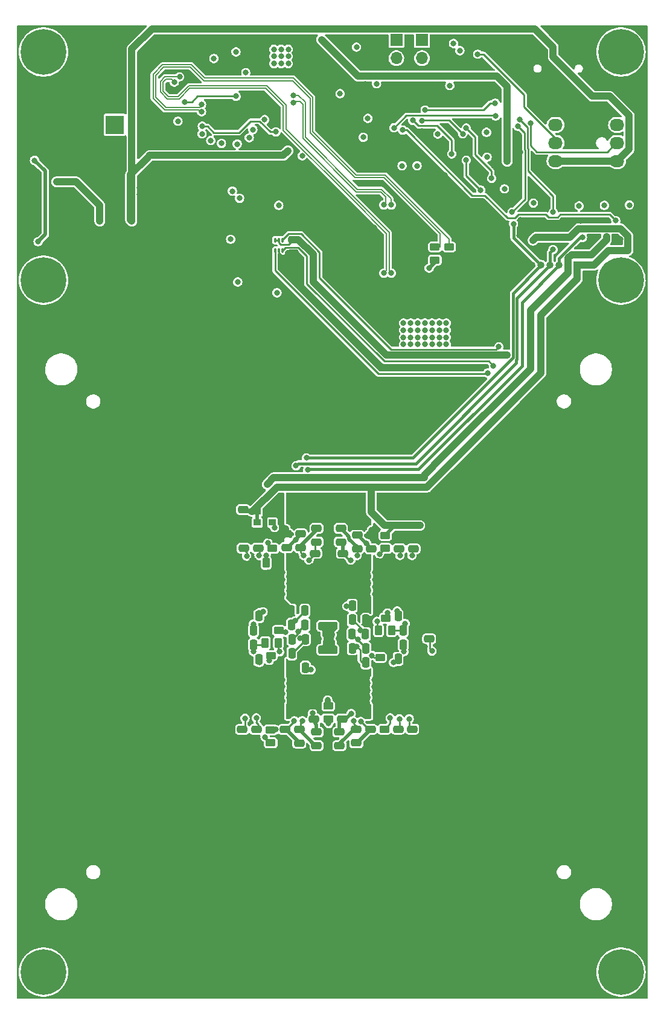
<source format=gbl>
G04 #@! TF.GenerationSoftware,KiCad,Pcbnew,8.0.1-8.0.1-1~ubuntu22.04.1*
G04 #@! TF.CreationDate,2024-05-15T13:20:28+02:00*
G04 #@! TF.ProjectId,qaxe,71617865-2e6b-4696-9361-645f70636258,rev?*
G04 #@! TF.SameCoordinates,Original*
G04 #@! TF.FileFunction,Copper,L4,Bot*
G04 #@! TF.FilePolarity,Positive*
%FSLAX46Y46*%
G04 Gerber Fmt 4.6, Leading zero omitted, Abs format (unit mm)*
G04 Created by KiCad (PCBNEW 8.0.1-8.0.1-1~ubuntu22.04.1) date 2024-05-15 13:20:28*
%MOMM*%
%LPD*%
G01*
G04 APERTURE LIST*
G04 Aperture macros list*
%AMRoundRect*
0 Rectangle with rounded corners*
0 $1 Rounding radius*
0 $2 $3 $4 $5 $6 $7 $8 $9 X,Y pos of 4 corners*
0 Add a 4 corners polygon primitive as box body*
4,1,4,$2,$3,$4,$5,$6,$7,$8,$9,$2,$3,0*
0 Add four circle primitives for the rounded corners*
1,1,$1+$1,$2,$3*
1,1,$1+$1,$4,$5*
1,1,$1+$1,$6,$7*
1,1,$1+$1,$8,$9*
0 Add four rect primitives between the rounded corners*
20,1,$1+$1,$2,$3,$4,$5,0*
20,1,$1+$1,$4,$5,$6,$7,0*
20,1,$1+$1,$6,$7,$8,$9,0*
20,1,$1+$1,$8,$9,$2,$3,0*%
G04 Aperture macros list end*
G04 #@! TA.AperFunction,SMDPad,CuDef*
%ADD10RoundRect,0.250000X-0.450000X0.262500X-0.450000X-0.262500X0.450000X-0.262500X0.450000X0.262500X0*%
G04 #@! TD*
G04 #@! TA.AperFunction,ComponentPad*
%ADD11C,0.800000*%
G04 #@! TD*
G04 #@! TA.AperFunction,ComponentPad*
%ADD12C,6.400000*%
G04 #@! TD*
G04 #@! TA.AperFunction,ComponentPad*
%ADD13R,1.700000X1.700000*%
G04 #@! TD*
G04 #@! TA.AperFunction,ComponentPad*
%ADD14O,1.700000X1.700000*%
G04 #@! TD*
G04 #@! TA.AperFunction,ComponentPad*
%ADD15R,1.000000X1.000000*%
G04 #@! TD*
G04 #@! TA.AperFunction,ComponentPad*
%ADD16O,1.000000X1.000000*%
G04 #@! TD*
G04 #@! TA.AperFunction,ComponentPad*
%ADD17R,2.030000X1.730000*%
G04 #@! TD*
G04 #@! TA.AperFunction,ComponentPad*
%ADD18O,2.030000X1.730000*%
G04 #@! TD*
G04 #@! TA.AperFunction,ComponentPad*
%ADD19R,2.600000X2.600000*%
G04 #@! TD*
G04 #@! TA.AperFunction,ComponentPad*
%ADD20C,2.600000*%
G04 #@! TD*
G04 #@! TA.AperFunction,ComponentPad*
%ADD21C,0.500000*%
G04 #@! TD*
G04 #@! TA.AperFunction,SMDPad,CuDef*
%ADD22R,2.500000X2.500000*%
G04 #@! TD*
G04 #@! TA.AperFunction,ComponentPad*
%ADD23O,1.000000X2.100000*%
G04 #@! TD*
G04 #@! TA.AperFunction,ComponentPad*
%ADD24O,1.000000X1.800000*%
G04 #@! TD*
G04 #@! TA.AperFunction,SMDPad,CuDef*
%ADD25RoundRect,0.250000X0.250000X0.475000X-0.250000X0.475000X-0.250000X-0.475000X0.250000X-0.475000X0*%
G04 #@! TD*
G04 #@! TA.AperFunction,SMDPad,CuDef*
%ADD26RoundRect,0.250000X0.475000X-0.250000X0.475000X0.250000X-0.475000X0.250000X-0.475000X-0.250000X0*%
G04 #@! TD*
G04 #@! TA.AperFunction,SMDPad,CuDef*
%ADD27RoundRect,0.250000X0.450000X-0.262500X0.450000X0.262500X-0.450000X0.262500X-0.450000X-0.262500X0*%
G04 #@! TD*
G04 #@! TA.AperFunction,SMDPad,CuDef*
%ADD28RoundRect,0.250000X-0.475000X0.250000X-0.475000X-0.250000X0.475000X-0.250000X0.475000X0.250000X0*%
G04 #@! TD*
G04 #@! TA.AperFunction,SMDPad,CuDef*
%ADD29RoundRect,0.250000X0.262500X0.450000X-0.262500X0.450000X-0.262500X-0.450000X0.262500X-0.450000X0*%
G04 #@! TD*
G04 #@! TA.AperFunction,SMDPad,CuDef*
%ADD30RoundRect,0.250000X-0.262500X-0.450000X0.262500X-0.450000X0.262500X0.450000X-0.262500X0.450000X0*%
G04 #@! TD*
G04 #@! TA.AperFunction,SMDPad,CuDef*
%ADD31RoundRect,0.250000X-0.250000X-0.475000X0.250000X-0.475000X0.250000X0.475000X-0.250000X0.475000X0*%
G04 #@! TD*
G04 #@! TA.AperFunction,SMDPad,CuDef*
%ADD32R,1.000000X0.900000*%
G04 #@! TD*
G04 #@! TA.AperFunction,SMDPad,CuDef*
%ADD33RoundRect,0.250000X1.100000X-0.325000X1.100000X0.325000X-1.100000X0.325000X-1.100000X-0.325000X0*%
G04 #@! TD*
G04 #@! TA.AperFunction,SMDPad,CuDef*
%ADD34RoundRect,0.250000X-1.100000X0.325000X-1.100000X-0.325000X1.100000X-0.325000X1.100000X0.325000X0*%
G04 #@! TD*
G04 #@! TA.AperFunction,SMDPad,CuDef*
%ADD35RoundRect,0.050000X0.100000X-0.285000X0.100000X0.285000X-0.100000X0.285000X-0.100000X-0.285000X0*%
G04 #@! TD*
G04 #@! TA.AperFunction,ViaPad*
%ADD36C,0.800000*%
G04 #@! TD*
G04 #@! TA.AperFunction,Conductor*
%ADD37C,0.254000*%
G04 #@! TD*
G04 #@! TA.AperFunction,Conductor*
%ADD38C,0.508000*%
G04 #@! TD*
G04 #@! TA.AperFunction,Conductor*
%ADD39C,0.400000*%
G04 #@! TD*
G04 #@! TA.AperFunction,Conductor*
%ADD40C,1.000000*%
G04 #@! TD*
G04 #@! TA.AperFunction,Conductor*
%ADD41C,0.200000*%
G04 #@! TD*
G04 APERTURE END LIST*
D10*
X102235000Y-126087500D03*
X102235000Y-127912500D03*
X94945200Y-134698100D03*
X94945200Y-136523100D03*
X88011000Y-124102500D03*
X88011000Y-122277500D03*
D11*
X52600000Y-43000000D03*
X53302944Y-41302944D03*
X53302944Y-44697056D03*
X55000000Y-40600000D03*
D12*
X55000000Y-43000000D03*
D11*
X55000000Y-45400000D03*
X56697056Y-41302944D03*
X56697056Y-44697056D03*
X57400000Y-43000000D03*
D13*
X108100000Y-41325000D03*
D14*
X108100000Y-43865000D03*
D15*
X129875000Y-72900000D03*
D16*
X128605000Y-72900000D03*
X127335000Y-72900000D03*
X126065000Y-72900000D03*
X124795000Y-72900000D03*
X123525000Y-72900000D03*
D17*
X135463000Y-60820000D03*
D18*
X135463000Y-58280000D03*
X135463000Y-55740000D03*
X135463000Y-53200000D03*
D13*
X104500000Y-41325000D03*
D14*
X104500000Y-43865000D03*
D11*
X133600000Y-43000000D03*
X134302944Y-41302944D03*
X134302944Y-44697056D03*
X136000000Y-40600000D03*
D12*
X136000000Y-43000000D03*
D11*
X136000000Y-45400000D03*
X137697056Y-41302944D03*
X137697056Y-44697056D03*
X138400000Y-43000000D03*
X133600000Y-172000000D03*
X134302944Y-170302944D03*
X134302944Y-173697056D03*
X136000000Y-169600000D03*
D12*
X136000000Y-172000000D03*
D11*
X136000000Y-174400000D03*
X137697056Y-170302944D03*
X137697056Y-173697056D03*
X138400000Y-172000000D03*
X52600000Y-75000000D03*
X53302944Y-73302944D03*
X53302944Y-76697056D03*
X55000000Y-72600000D03*
D12*
X55000000Y-75000000D03*
D11*
X55000000Y-77400000D03*
X56697056Y-73302944D03*
X56697056Y-76697056D03*
X57400000Y-75000000D03*
D17*
X126827000Y-60820000D03*
D18*
X126827000Y-58280000D03*
X126827000Y-55740000D03*
X126827000Y-53200000D03*
D11*
X133600000Y-75000000D03*
X134302944Y-73302944D03*
X134302944Y-76697056D03*
X136000000Y-72600000D03*
D12*
X136000000Y-75000000D03*
D11*
X136000000Y-77400000D03*
X137697056Y-73302944D03*
X137697056Y-76697056D03*
X138400000Y-75000000D03*
D19*
X65000000Y-53200000D03*
D20*
X65000000Y-47200000D03*
X60300000Y-50200000D03*
D21*
X81707500Y-51505000D03*
X80707500Y-51505000D03*
X79707500Y-51505000D03*
X81707500Y-52505000D03*
X80707500Y-52505000D03*
D22*
X80707500Y-52505000D03*
D21*
X79707500Y-52505000D03*
X81707500Y-53505000D03*
X80707500Y-53505000D03*
X79707500Y-53505000D03*
D23*
X131520000Y-45805000D03*
D24*
X131520000Y-41625000D03*
D23*
X122880000Y-45805000D03*
D24*
X122880000Y-41625000D03*
D11*
X52600000Y-172000000D03*
X53302944Y-170302944D03*
X53302944Y-173697056D03*
X55000000Y-169600000D03*
D12*
X55000000Y-172000000D03*
D11*
X55000000Y-174400000D03*
X56697056Y-170302944D03*
X56697056Y-173697056D03*
X57400000Y-172000000D03*
D25*
X91760000Y-129310000D03*
X89860000Y-129310000D03*
X106650000Y-128100000D03*
X104750000Y-128100000D03*
D26*
X101000000Y-112650000D03*
X101000000Y-110750000D03*
X96500000Y-140250000D03*
X96500000Y-138350000D03*
D27*
X103020000Y-122372500D03*
X103020000Y-120547500D03*
D28*
X93300000Y-138350000D03*
X93300000Y-140250000D03*
D25*
X91650000Y-121325000D03*
X89750000Y-121325000D03*
D10*
X102800000Y-137987500D03*
X102800000Y-139812500D03*
D28*
X90043000Y-69281000D03*
X90043000Y-71181000D03*
X104900000Y-110750000D03*
X104900000Y-112650000D03*
D10*
X86910000Y-127637500D03*
X86910000Y-129462500D03*
D29*
X87925000Y-125850000D03*
X86100000Y-125850000D03*
D25*
X90000000Y-133270000D03*
X88100000Y-133270000D03*
D28*
X88875000Y-138000000D03*
X88875000Y-139900000D03*
D26*
X83100000Y-112575000D03*
X83100000Y-110675000D03*
D30*
X101987500Y-124100000D03*
X103812500Y-124100000D03*
D31*
X105450000Y-126100000D03*
X107350000Y-126100000D03*
X99920000Y-116670000D03*
X101820000Y-116670000D03*
X99950000Y-134600000D03*
X101850000Y-134600000D03*
X100000000Y-130600000D03*
X101900000Y-130600000D03*
X99920000Y-118670000D03*
X101820000Y-118670000D03*
D25*
X84450000Y-124100000D03*
X82550000Y-124100000D03*
D28*
X92964000Y-134650000D03*
X92964000Y-136550000D03*
D26*
X100850000Y-139875000D03*
X100850000Y-137975000D03*
X104750000Y-139850000D03*
X104750000Y-137950000D03*
X109100000Y-125300000D03*
X109100000Y-123400000D03*
D25*
X91700000Y-123325000D03*
X89800000Y-123325000D03*
D10*
X86875000Y-138037500D03*
X86875000Y-139862500D03*
D31*
X83300000Y-122100000D03*
X85200000Y-122100000D03*
D26*
X98875000Y-139875000D03*
X98875000Y-137975000D03*
D31*
X83290000Y-128160000D03*
X85190000Y-128160000D03*
D25*
X91750000Y-127325000D03*
X89850000Y-127325000D03*
D28*
X93300000Y-109800000D03*
X93300000Y-111700000D03*
D31*
X98310000Y-122610000D03*
X100210000Y-122610000D03*
D25*
X89950000Y-119300000D03*
X88050000Y-119300000D03*
X90000000Y-117300000D03*
X88100000Y-117300000D03*
D26*
X96901000Y-136545400D03*
X96901000Y-134645400D03*
D28*
X83000000Y-107175000D03*
X83000000Y-109075000D03*
D26*
X106900000Y-112650000D03*
X106900000Y-110750000D03*
D31*
X98310000Y-120630000D03*
X100210000Y-120630000D03*
D10*
X87100000Y-110775000D03*
X87100000Y-112600000D03*
D28*
X91100000Y-110575000D03*
X91100000Y-112475000D03*
D31*
X98310000Y-128610000D03*
X100210000Y-128610000D03*
D26*
X98990000Y-112650000D03*
X98990000Y-110750000D03*
D32*
X84975000Y-107425000D03*
X87125000Y-107425000D03*
X87125000Y-108975000D03*
X84975000Y-108975000D03*
D31*
X99920000Y-114670000D03*
X101820000Y-114670000D03*
X100000000Y-132600000D03*
X101900000Y-132600000D03*
D25*
X106650000Y-122100000D03*
X104750000Y-122100000D03*
D29*
X86237500Y-114650000D03*
X84412500Y-114650000D03*
D33*
X94900000Y-129775000D03*
X94900000Y-126825000D03*
D27*
X111900000Y-72162500D03*
X111900000Y-70337500D03*
X102930000Y-112612500D03*
X102930000Y-110787500D03*
D26*
X84875000Y-139900000D03*
X84875000Y-138000000D03*
D28*
X82875000Y-138000000D03*
X82875000Y-139900000D03*
D25*
X91750000Y-125325000D03*
X89850000Y-125325000D03*
D27*
X109900000Y-72162500D03*
X109900000Y-70337500D03*
D25*
X90000000Y-131270000D03*
X88100000Y-131270000D03*
D34*
X94900000Y-120525000D03*
X94900000Y-123475000D03*
D35*
X88500000Y-70844000D03*
X88000000Y-70844000D03*
X87500000Y-70844000D03*
X87500000Y-69364000D03*
X88000000Y-69364000D03*
X88500000Y-69364000D03*
D25*
X90000000Y-135270000D03*
X88100000Y-135270000D03*
X89950000Y-115300000D03*
X88050000Y-115300000D03*
D28*
X106725000Y-137950000D03*
X106725000Y-139850000D03*
X89100000Y-110575000D03*
X89100000Y-112475000D03*
X90875000Y-138000000D03*
X90875000Y-139900000D03*
D31*
X98310000Y-126610000D03*
X100210000Y-126610000D03*
D26*
X97000000Y-115200000D03*
X97000000Y-113300000D03*
D28*
X85100000Y-110675000D03*
X85100000Y-112575000D03*
D31*
X105450000Y-124100000D03*
X107350000Y-124100000D03*
D28*
X93100000Y-113300000D03*
X93100000Y-115200000D03*
D26*
X96700000Y-111700000D03*
X96700000Y-109800000D03*
D31*
X98260000Y-124610000D03*
X100160000Y-124610000D03*
D25*
X84450000Y-126100000D03*
X82550000Y-126100000D03*
D36*
X102235000Y-125476000D03*
X101075059Y-127614056D03*
X94869000Y-133858000D03*
X94996000Y-137160000D03*
X88961194Y-124352020D03*
X83000000Y-109900000D03*
X84750000Y-62000000D03*
X87820600Y-107496163D03*
X107300000Y-60250000D03*
X69500000Y-62000000D03*
X72500000Y-63000000D03*
X68500000Y-62000000D03*
X83750000Y-79000000D03*
X103500000Y-119000000D03*
X131200000Y-50000000D03*
X101500000Y-77100000D03*
X110363000Y-45085000D03*
X116500000Y-78000000D03*
X88500000Y-133000000D03*
X84225000Y-139900000D03*
X88500000Y-131000000D03*
X104500000Y-119000000D03*
X103251000Y-48260000D03*
X103800000Y-139812500D03*
X73500000Y-63000000D03*
X84500000Y-118000000D03*
X100800000Y-140825000D03*
X85500000Y-131000000D03*
X116500000Y-74000000D03*
X86500000Y-133000000D03*
X116500000Y-72000000D03*
X110300000Y-61250000D03*
X70500000Y-63000000D03*
X101500000Y-117000000D03*
X85750000Y-61000000D03*
X70750000Y-78125000D03*
X104500000Y-118000000D03*
X138400000Y-49500000D03*
X86500000Y-117000000D03*
X116500000Y-65000000D03*
X94500000Y-124700000D03*
X82898499Y-111430450D03*
X101400000Y-132000000D03*
X102500000Y-118000000D03*
X101400000Y-134000000D03*
X135926315Y-64256089D03*
X101400000Y-131000000D03*
X115500000Y-79000000D03*
X116500000Y-69000000D03*
X88500000Y-118000000D03*
X115500000Y-71000000D03*
X86750000Y-61000000D03*
X108493168Y-126340990D03*
X67750000Y-78125000D03*
X54150000Y-64290000D03*
X109300000Y-61250000D03*
X86500000Y-134000000D03*
X115500000Y-68000000D03*
X74750000Y-78125000D03*
X86500000Y-131000000D03*
X80982221Y-58922537D03*
X132462854Y-69111393D03*
X115500000Y-64000000D03*
X104400000Y-132000000D03*
X67750000Y-77125000D03*
X104400000Y-131000000D03*
X115500000Y-69000000D03*
X100500000Y-70500000D03*
X108900000Y-48800000D03*
X116500000Y-70000000D03*
X82750000Y-61000000D03*
X118022800Y-55524400D03*
X84750000Y-61000000D03*
X102500000Y-116000000D03*
X95583000Y-45667000D03*
X69750000Y-78125000D03*
X104500000Y-117000000D03*
X85500000Y-117000000D03*
X123200000Y-50000000D03*
X115500000Y-78000000D03*
X103500000Y-117000000D03*
X98806000Y-51181000D03*
X85500000Y-133000000D03*
X87750000Y-62000000D03*
X101500000Y-116000000D03*
X101500000Y-68500000D03*
X71750000Y-78125000D03*
X57250000Y-54190000D03*
X102902589Y-51797740D03*
X82750000Y-79000000D03*
X92945104Y-46232600D03*
X104400000Y-133000000D03*
X84750000Y-79000000D03*
X121716800Y-68732400D03*
X102400000Y-131000000D03*
X107900000Y-127100000D03*
X102400000Y-134000000D03*
X101400000Y-133000000D03*
X115500000Y-76000000D03*
X73750000Y-78125000D03*
X101500000Y-118000000D03*
X85750000Y-62000000D03*
X116500000Y-68000000D03*
X82750000Y-78000000D03*
X99900000Y-58900000D03*
X87500000Y-117000000D03*
X86500000Y-118000000D03*
X84500000Y-117000000D03*
X101500000Y-79100000D03*
X66750000Y-77125000D03*
X97000000Y-52300000D03*
X112800000Y-73300000D03*
X87500000Y-133000000D03*
X101000000Y-110000000D03*
X108300000Y-61250000D03*
X101500000Y-119000000D03*
X89175000Y-140700000D03*
X72750000Y-77125000D03*
X104240171Y-134065500D03*
X115500000Y-67000000D03*
X102400000Y-133000000D03*
X87750000Y-79000000D03*
X87500000Y-134000000D03*
X121894600Y-66548000D03*
X74750000Y-77125000D03*
X106863165Y-123520505D03*
X84500000Y-133000000D03*
X100500000Y-72500000D03*
X132550000Y-64290000D03*
X116500000Y-79000000D03*
X88500000Y-134000000D03*
X84750000Y-78000000D03*
X86750000Y-62000000D03*
X100500000Y-68500000D03*
X70500000Y-62000000D03*
X103400000Y-133000000D03*
X130326315Y-66676089D03*
X72750000Y-78125000D03*
X115951000Y-87249000D03*
X111300000Y-60250000D03*
X68750000Y-77125000D03*
X111300000Y-61250000D03*
X85500000Y-119000000D03*
X85500000Y-132000000D03*
X125526800Y-64211200D03*
X68750000Y-78125000D03*
X86500000Y-119000000D03*
X71500000Y-63000000D03*
X115500000Y-66000000D03*
X101500000Y-70500000D03*
X83750000Y-78000000D03*
X68500000Y-63000000D03*
X95600000Y-51600000D03*
X115500000Y-75000000D03*
X105400000Y-132000000D03*
X88500000Y-116000000D03*
X88500000Y-119000000D03*
X87500000Y-132000000D03*
X73750000Y-77125000D03*
X82750000Y-62000000D03*
X100500000Y-71500000D03*
X107350000Y-125100000D03*
X72500000Y-62000000D03*
X85500000Y-118000000D03*
X88500000Y-117000000D03*
X101500000Y-78100000D03*
X74500000Y-63000000D03*
X74500000Y-62000000D03*
X85500000Y-134000000D03*
X69500000Y-63000000D03*
X83277592Y-126827592D03*
X85750000Y-79000000D03*
X105500000Y-117000000D03*
X116500000Y-67000000D03*
X65750000Y-77125000D03*
X100500000Y-67500000D03*
X94591609Y-125669812D03*
X87750000Y-61000000D03*
X86500000Y-132000000D03*
X111300000Y-57700000D03*
X101500000Y-69500000D03*
X121868392Y-56997600D03*
X116500000Y-66000000D03*
X121000000Y-63056089D03*
X105400000Y-133000000D03*
X103500000Y-116000000D03*
X118097600Y-48235529D03*
X88500000Y-132000000D03*
X109300000Y-60250000D03*
X103400000Y-132000000D03*
X72500000Y-48100000D03*
X101378999Y-67621001D03*
X87500000Y-131000000D03*
X116500000Y-71000000D03*
X87750000Y-78000000D03*
X125399800Y-66852800D03*
X115500000Y-70000000D03*
X89028000Y-109815430D03*
X86750000Y-78000000D03*
X70750000Y-77125000D03*
X85750000Y-78000000D03*
X102500000Y-119000000D03*
X71750000Y-77125000D03*
X103500000Y-118000000D03*
X101500000Y-72500000D03*
X102400000Y-132000000D03*
X100500000Y-77100000D03*
X103400000Y-134000000D03*
X82550000Y-122850000D03*
X101500000Y-71500000D03*
X116500000Y-77000000D03*
X82550000Y-125050000D03*
X115500000Y-73000000D03*
X116500000Y-64000000D03*
X87500000Y-116000000D03*
X106109038Y-110879281D03*
X85500000Y-116000000D03*
X95500000Y-124700000D03*
X105500000Y-118000000D03*
X84500000Y-132000000D03*
X112800000Y-45142500D03*
X135900000Y-69200000D03*
X104500000Y-116000000D03*
X100500000Y-69500000D03*
X108095637Y-54033093D03*
X110300000Y-60250000D03*
X66750000Y-78125000D03*
X116500000Y-73000000D03*
X115500000Y-74000000D03*
X108300000Y-60250000D03*
X103400000Y-131000000D03*
X83750000Y-61000000D03*
X71500000Y-62000000D03*
X109300000Y-122399998D03*
X65750000Y-78125000D03*
X115500000Y-77000000D03*
X118186200Y-58953400D03*
X73500000Y-62000000D03*
X83750000Y-62000000D03*
X115500000Y-72000000D03*
X86500000Y-116000000D03*
X100100000Y-47432800D03*
X105750000Y-139850000D03*
X116500000Y-75000000D03*
X115500000Y-65000000D03*
X69750000Y-77125000D03*
X53875000Y-61090000D03*
X102500000Y-117000000D03*
X86750000Y-79000000D03*
X87500000Y-118000000D03*
X87500000Y-119000000D03*
X116500000Y-76000000D03*
X95500000Y-125700000D03*
X107300000Y-61250000D03*
X100500000Y-79100000D03*
X119989600Y-60553600D03*
X100500000Y-78100000D03*
X83500000Y-113700000D03*
X107800000Y-109400000D03*
X86075000Y-139050000D03*
X105747744Y-123147606D03*
X105577063Y-127068184D03*
X123672600Y-69376089D03*
X84200000Y-107400000D03*
X106300000Y-136500000D03*
X83270000Y-136430000D03*
X136989404Y-70819178D03*
X84430792Y-127060158D03*
X106700000Y-113600000D03*
X128826315Y-68976085D03*
X84462168Y-123211447D03*
X99500000Y-118000000D03*
X91500000Y-116000000D03*
X105500000Y-84000000D03*
X92500000Y-116000000D03*
X97500000Y-134000000D03*
X108500000Y-83000000D03*
X92500000Y-119000000D03*
X106500000Y-83000000D03*
X90500000Y-131000000D03*
X91500000Y-117000000D03*
X108500000Y-82000000D03*
X98500000Y-134000000D03*
X90500000Y-119000000D03*
X111500000Y-81000000D03*
X90500000Y-116000000D03*
X99500000Y-117000000D03*
X91500000Y-119000000D03*
X90500000Y-117000000D03*
X90500000Y-134000000D03*
X92822409Y-127742409D03*
X97500000Y-131000000D03*
X111500000Y-83000000D03*
X90500000Y-118000000D03*
X110500000Y-81000000D03*
X99500000Y-119000000D03*
X107500000Y-81000000D03*
X91500000Y-132000000D03*
X92500000Y-134000000D03*
X99500000Y-132000000D03*
X97500000Y-116000000D03*
X91500000Y-133000000D03*
X92492614Y-131021114D03*
X110500000Y-82000000D03*
X92500000Y-132000000D03*
X107500000Y-82000000D03*
X105500000Y-81000000D03*
X99500000Y-134000000D03*
X110500000Y-83000000D03*
X98500000Y-119000000D03*
X99500000Y-116000000D03*
X90500000Y-132000000D03*
X109500000Y-82000000D03*
X98002966Y-129459688D03*
X105500000Y-82000000D03*
X98500000Y-118000000D03*
X92500000Y-117000000D03*
X97500000Y-133000000D03*
X98500000Y-131000000D03*
X91500000Y-134000000D03*
X98500000Y-132000000D03*
X109100000Y-73300000D03*
X109500000Y-83000000D03*
X107500000Y-83000000D03*
X98500000Y-117000000D03*
X97500000Y-119000000D03*
X106500000Y-81000000D03*
X91500000Y-131000000D03*
X110500000Y-84000000D03*
X91500000Y-118000000D03*
X107500000Y-84000000D03*
X90500000Y-133000000D03*
X99500000Y-133000000D03*
X97500000Y-132000000D03*
X98500000Y-116000000D03*
X108500000Y-84000000D03*
X97500000Y-117000000D03*
X105500000Y-83000000D03*
X108500000Y-81000000D03*
X106500000Y-84000000D03*
X97500000Y-118000000D03*
X98500000Y-133000000D03*
X99500000Y-131000000D03*
X106500000Y-82000000D03*
X111500000Y-82000000D03*
X109500000Y-84000000D03*
X92500000Y-118000000D03*
X111500000Y-84000000D03*
X109500000Y-81000000D03*
X92500000Y-133000000D03*
X82250000Y-75250000D03*
X77242408Y-54468969D03*
X120040400Y-58328800D03*
X120040400Y-54503000D03*
X94000000Y-41238000D03*
X105000000Y-113600000D03*
X85232223Y-113600000D03*
X108400000Y-102700000D03*
X104100000Y-128600000D03*
X85300000Y-128600000D03*
X86400000Y-103599986D03*
X104607970Y-121364968D03*
X84849875Y-136380125D03*
X104918635Y-136500311D03*
X133956879Y-68902402D03*
X85800000Y-121500000D03*
X91900000Y-99900000D03*
X120929400Y-67081400D03*
X90423000Y-101021312D03*
X126466600Y-70688200D03*
X92054506Y-101585608D03*
X130600000Y-69000000D03*
X87400000Y-109660600D03*
X86471349Y-111842772D03*
X54250000Y-69590000D03*
X53750000Y-58190000D03*
X92246326Y-114243141D03*
X98160468Y-135755085D03*
X91500000Y-113600000D03*
X98500000Y-136800000D03*
X90369998Y-111380002D03*
X99500000Y-136875000D03*
X90277581Y-122761718D03*
X99490000Y-124051790D03*
X90694079Y-124281802D03*
X105300000Y-58949500D03*
X110318600Y-54505317D03*
X100500000Y-52302000D03*
X88333000Y-43617000D03*
X88333000Y-44617000D03*
X120015000Y-85471000D03*
X99850000Y-54950000D03*
X123723400Y-64176089D03*
X89333000Y-42617000D03*
X91296287Y-57547213D03*
X111987500Y-47700000D03*
X112512500Y-41800000D03*
X133676315Y-64500000D03*
X109500003Y-126999997D03*
X107400000Y-58949500D03*
X96600000Y-48836000D03*
X87333000Y-43617000D03*
X137176315Y-64456089D03*
X87333000Y-42617000D03*
X89333000Y-43617000D03*
X113400000Y-42800000D03*
X89333000Y-44617000D03*
X98900000Y-42300000D03*
X117221000Y-57734200D03*
X117144800Y-54254400D03*
X87333000Y-44617000D03*
X130126315Y-64576089D03*
X119655569Y-62185777D03*
X101718000Y-47432800D03*
X88333000Y-42617000D03*
X99148638Y-125336741D03*
X92540000Y-129620000D03*
X90985412Y-125188552D03*
X97540000Y-120710000D03*
X98960000Y-126354882D03*
X100310000Y-111880000D03*
X98990229Y-113600000D03*
X98100000Y-114250000D03*
X67399998Y-66700000D03*
X62900000Y-66700000D03*
X56850000Y-61190000D03*
X133200000Y-49200000D03*
X89290600Y-56850000D03*
X69535000Y-57865000D03*
X84370000Y-53870000D03*
X88000000Y-64500000D03*
X83870000Y-55005000D03*
X81500000Y-62500000D03*
X82170000Y-55903100D03*
X82500000Y-63500000D03*
X77175000Y-51375000D03*
X77175000Y-50350000D03*
X78470000Y-55405000D03*
X81250000Y-69250000D03*
X90011041Y-49050267D03*
X103782500Y-64441447D03*
X79970000Y-55805000D03*
X87750000Y-76750000D03*
X102732500Y-64441447D03*
X90011041Y-50100267D03*
X102750000Y-73999984D03*
X74094292Y-46474361D03*
X82021746Y-49204474D03*
X74830000Y-49980000D03*
X103795000Y-74000000D03*
X73351828Y-47216825D03*
X88114200Y-127097508D03*
X101779550Y-122833698D03*
X102118241Y-113394259D03*
X87598100Y-138018336D03*
X103630000Y-136370000D03*
X90170000Y-136779000D03*
X91313000Y-136779000D03*
X92740000Y-135701900D03*
X103251797Y-121612400D03*
X86225000Y-113600000D03*
X115900000Y-43299998D03*
X118415872Y-51977400D03*
X104150000Y-53620000D03*
X123317000Y-53000000D03*
X117300000Y-88011000D03*
X116332000Y-62357000D03*
X114300000Y-58166000D03*
X118110000Y-86995000D03*
X118872000Y-84328000D03*
X108532604Y-51136600D03*
X118364000Y-50165000D03*
X87600000Y-54200000D03*
X77286422Y-53401883D03*
X114300000Y-53663800D03*
X117856000Y-60706000D03*
X121793000Y-52495400D03*
X126492000Y-65452989D03*
X120726200Y-65452989D03*
X121556211Y-53417898D03*
X106807000Y-52578000D03*
X112268000Y-57277000D03*
X108083364Y-52622371D03*
X113805441Y-54477729D03*
X105389041Y-53946260D03*
X135267980Y-66636190D03*
X83387140Y-45902400D03*
X78899972Y-43900012D03*
X73865841Y-52700841D03*
X86021942Y-52461058D03*
X82000000Y-42980000D03*
X86650000Y-128340000D03*
D37*
X91313000Y-136779000D02*
X91075000Y-137017000D01*
X91075000Y-137017000D02*
X91075000Y-138000000D01*
X90170000Y-136905000D02*
X90170000Y-136779000D01*
X89075000Y-138000000D02*
X90170000Y-136905000D01*
X102235000Y-126087500D02*
X102235000Y-125476000D01*
X102235000Y-127912500D02*
X101373503Y-127912500D01*
X101373503Y-127912500D02*
X101075059Y-127614056D01*
X94945200Y-134698100D02*
X94945200Y-133934200D01*
X94945200Y-133934200D02*
X94869000Y-133858000D01*
X94945200Y-136523100D02*
X94945200Y-137109200D01*
X94945200Y-137109200D02*
X94996000Y-137160000D01*
X88011000Y-124102500D02*
X88711674Y-124102500D01*
X88711674Y-124102500D02*
X88961194Y-124352020D01*
X100240000Y-122593690D02*
X100233001Y-122586691D01*
D38*
X89100000Y-109887430D02*
X89028000Y-109815430D01*
X88950000Y-110725000D02*
X87100000Y-110725000D01*
X106900000Y-110750000D02*
X104900000Y-110750000D01*
X106863165Y-123613165D02*
X106863165Y-123520505D01*
X106650000Y-128100000D02*
X107650000Y-127100000D01*
D37*
X84412500Y-114912500D02*
X85500000Y-116000000D01*
D38*
X89100000Y-110750000D02*
X89100000Y-109887430D01*
X89100000Y-110575000D02*
X88950000Y-110725000D01*
X107350000Y-124100000D02*
X107350000Y-126100000D01*
D37*
X103020000Y-119480000D02*
X103500000Y-119000000D01*
X109200000Y-123350000D02*
X109200000Y-122500000D01*
D38*
X82550000Y-126100000D02*
X83277592Y-126827592D01*
D37*
X88433158Y-71628000D02*
X89596000Y-71628000D01*
X84412500Y-114650000D02*
X84412500Y-114912500D01*
X109300000Y-122400000D02*
X109300000Y-122399998D01*
D38*
X107350000Y-124100000D02*
X106863165Y-123613165D01*
X83350000Y-126900000D02*
X83277592Y-126827592D01*
X89075000Y-139900000D02*
X89075000Y-140600000D01*
D39*
X89750000Y-121325000D02*
X89750000Y-121000000D01*
D37*
X100900000Y-140725000D02*
X100800000Y-140825000D01*
D38*
X82550000Y-124100000D02*
X82550000Y-122850000D01*
X87125000Y-107500000D02*
X87816763Y-107500000D01*
X89075000Y-140600000D02*
X89175000Y-140700000D01*
X83000000Y-109300000D02*
X83000000Y-110750000D01*
X82550000Y-122850000D02*
X83300000Y-122100000D01*
D37*
X88000000Y-70844000D02*
X88000000Y-71194842D01*
D38*
X85150000Y-110725000D02*
X85100000Y-110675000D01*
D37*
X89596000Y-71628000D02*
X90043000Y-71181000D01*
D38*
X83000000Y-110750000D02*
X83200000Y-110950000D01*
D37*
X86910000Y-129462500D02*
X86910000Y-130590000D01*
D39*
X89750000Y-121000000D02*
X88050000Y-119300000D01*
D38*
X87816763Y-107500000D02*
X87820600Y-107496163D01*
X101000000Y-110750000D02*
X101000000Y-110000000D01*
X107350000Y-126100000D02*
X107900000Y-126650000D01*
X82550000Y-126100000D02*
X82550000Y-124100000D01*
D37*
X102800000Y-139812500D02*
X104712500Y-139812500D01*
X103020000Y-120547500D02*
X103020000Y-119480000D01*
X88000000Y-71194842D02*
X88433158Y-71628000D01*
D40*
X90043000Y-71181000D02*
X90043000Y-74930000D01*
X102362000Y-87249000D02*
X115951000Y-87249000D01*
D37*
X104712500Y-139812500D02*
X104750000Y-139850000D01*
X89750000Y-121774380D02*
X89744931Y-121769311D01*
D38*
X106650000Y-122100000D02*
X106650000Y-123307340D01*
X83175000Y-139900000D02*
X85175000Y-139900000D01*
X83350000Y-128100000D02*
X83350000Y-126900000D01*
X85300000Y-110950000D02*
X83200000Y-110950000D01*
X107900000Y-126650000D02*
X107900000Y-127100000D01*
D37*
X109200000Y-122500000D02*
X109300000Y-122400000D01*
D38*
X111900000Y-72400000D02*
X112800000Y-73300000D01*
D40*
X90043000Y-74930000D02*
X102362000Y-87249000D01*
D37*
X100900000Y-139875000D02*
X100900000Y-140725000D01*
D38*
X107650000Y-127100000D02*
X107900000Y-127100000D01*
D37*
X86910000Y-130590000D02*
X86500000Y-131000000D01*
D38*
X111900000Y-72162500D02*
X111900000Y-72400000D01*
X106650000Y-123307340D02*
X106863165Y-123520505D01*
X104700000Y-139850000D02*
X106700000Y-139850000D01*
D40*
X134274980Y-70819178D02*
X132194158Y-72900000D01*
X124072604Y-68976085D02*
X123672600Y-69376089D01*
X101000000Y-104000000D02*
X87729740Y-104000000D01*
X129875000Y-72900000D02*
X129875000Y-74825000D01*
X128826315Y-68976085D02*
X124072604Y-68976085D01*
D37*
X83175000Y-138000000D02*
X83245000Y-137930000D01*
X105450000Y-126941121D02*
X105577063Y-127068184D01*
D40*
X111800000Y-101000000D02*
X124800000Y-88000000D01*
D37*
X83500000Y-113150000D02*
X83200000Y-112850000D01*
X83500000Y-113700000D02*
X83500000Y-113150000D01*
D40*
X132194158Y-72900000D02*
X129875000Y-72900000D01*
D37*
X106700000Y-112850000D02*
X106900000Y-112650000D01*
X84450000Y-124100000D02*
X84450000Y-123223615D01*
X84450000Y-127040950D02*
X84430792Y-127060158D01*
D40*
X136989404Y-70819178D02*
X136989404Y-68801085D01*
D37*
X106300000Y-137000000D02*
X106300000Y-137550000D01*
D40*
X101000000Y-104000000D02*
X101000000Y-107523193D01*
X124800000Y-79900000D02*
X129875000Y-74825000D01*
X87729740Y-104000000D02*
X84329740Y-107400000D01*
D38*
X84875000Y-107400000D02*
X84975000Y-107500000D01*
D40*
X101000000Y-107523193D02*
X102876807Y-109400000D01*
D37*
X83245000Y-137930000D02*
X83245000Y-136980000D01*
X86100000Y-126100000D02*
X84450000Y-126100000D01*
X105450000Y-123445350D02*
X105747744Y-123147606D01*
X83270000Y-136430000D02*
X83270000Y-136955000D01*
X103812500Y-124100000D02*
X105450000Y-124100000D01*
X106300000Y-137550000D02*
X106700000Y-137950000D01*
D40*
X101000000Y-104000000D02*
X108800000Y-104000000D01*
X124800000Y-88000000D02*
X124800000Y-79900000D01*
D38*
X84975000Y-109050000D02*
X84975000Y-107500000D01*
D37*
X105450000Y-126100000D02*
X105450000Y-126941121D01*
X84450000Y-126100000D02*
X84450000Y-127040950D01*
X105450000Y-124100000D02*
X105450000Y-123445350D01*
D40*
X108800000Y-104000000D02*
X111800000Y-101000000D01*
D38*
X102900000Y-110787500D02*
X104287500Y-109400000D01*
D40*
X136989404Y-70819178D02*
X134274980Y-70819178D01*
D37*
X106700000Y-113600000D02*
X106700000Y-112850000D01*
X86875000Y-139850000D02*
X86075000Y-139050000D01*
D38*
X83000000Y-107400000D02*
X84875000Y-107400000D01*
D37*
X84450000Y-123223615D02*
X84462168Y-123211447D01*
D40*
X130052400Y-67750000D02*
X128826315Y-68976085D01*
X84329740Y-107400000D02*
X84200000Y-107400000D01*
X102876807Y-109400000D02*
X104287500Y-109400000D01*
X135938319Y-67750000D02*
X130052400Y-67750000D01*
X136989404Y-68801085D02*
X135938319Y-67750000D01*
D37*
X83270000Y-136955000D02*
X83245000Y-136980000D01*
X86875000Y-139862500D02*
X86875000Y-139850000D01*
D40*
X104287500Y-109400000D02*
X107800000Y-109400000D01*
D37*
X100210000Y-120630000D02*
X100210000Y-119710000D01*
X100210000Y-119710000D02*
X99500000Y-119000000D01*
X92820000Y-127740000D02*
X92822409Y-127742409D01*
D38*
X109900000Y-72162500D02*
X109900000Y-72500000D01*
D37*
X89860000Y-130360000D02*
X90500000Y-131000000D01*
X92165000Y-127740000D02*
X92820000Y-127740000D01*
X91750000Y-127325000D02*
X92165000Y-127740000D01*
X98243600Y-128100000D02*
X98243600Y-129219054D01*
X98243600Y-129219054D02*
X98002966Y-129459688D01*
D38*
X109900000Y-72500000D02*
X109100000Y-73300000D01*
D37*
X89860000Y-129310000D02*
X89860000Y-130360000D01*
D40*
X99130400Y-46380400D02*
X118567200Y-46380400D01*
X94000000Y-41250000D02*
X99130400Y-46380400D01*
X119993297Y-58281697D02*
X120040400Y-58328800D01*
X119993297Y-47806497D02*
X119993297Y-58281697D01*
X118567200Y-46380400D02*
X119993297Y-47806497D01*
D37*
X105000000Y-113600000D02*
X105000000Y-112750000D01*
X85200000Y-121345430D02*
X85178448Y-121323878D01*
D40*
X133956879Y-68902402D02*
X133956879Y-69343121D01*
X86400000Y-103599986D02*
X87299986Y-102700000D01*
X123353685Y-79246315D02*
X128605000Y-73995000D01*
D37*
X85175000Y-137280250D02*
X84824875Y-136930125D01*
D40*
X123300000Y-79246315D02*
X123353685Y-79246315D01*
X133956879Y-69343121D02*
X131900000Y-71400000D01*
D37*
X85200000Y-122100000D02*
X85200000Y-121345430D01*
X85300000Y-113700000D02*
X85232223Y-113767777D01*
X104750000Y-127800000D02*
X104750000Y-127950000D01*
X85175000Y-138000000D02*
X85175000Y-137280250D01*
X105000000Y-112750000D02*
X104900000Y-112650000D01*
D40*
X108400000Y-102700000D02*
X108400000Y-102300000D01*
X128605000Y-71865200D02*
X128605000Y-72900000D01*
X87299986Y-102700000D02*
X108400000Y-102700000D01*
D37*
X85300000Y-112850000D02*
X85300000Y-113700000D01*
D40*
X123300000Y-87400000D02*
X123300000Y-79246315D01*
D37*
X84849875Y-136905125D02*
X84824875Y-136930125D01*
X85250000Y-128100000D02*
X85250000Y-128550000D01*
D40*
X108400000Y-102300000D02*
X111000000Y-99700000D01*
D37*
X104750000Y-127950000D02*
X104100000Y-128600000D01*
X104700000Y-137950000D02*
X104918635Y-137731365D01*
X84849875Y-136380125D02*
X84849875Y-136905125D01*
D40*
X129070200Y-71400000D02*
X128605000Y-71865200D01*
D37*
X85250000Y-128550000D02*
X85300000Y-128600000D01*
X104750000Y-121506998D02*
X104607970Y-121364968D01*
D40*
X111000000Y-99700000D02*
X123300000Y-87400000D01*
D37*
X104750000Y-122400000D02*
X104750000Y-121506998D01*
D40*
X131900000Y-71400000D02*
X129070200Y-71400000D01*
X128605000Y-72900000D02*
X128605000Y-73995000D01*
D37*
X104918635Y-137731365D02*
X104918635Y-137000311D01*
D39*
X124795000Y-72900000D02*
X120929400Y-69034400D01*
X120929400Y-69034400D02*
X120929400Y-67081400D01*
X120867400Y-85824076D02*
X106791476Y-99900000D01*
X106791476Y-99900000D02*
X91900000Y-99900000D01*
X124795000Y-72900000D02*
X120867400Y-76827600D01*
X120867400Y-76827600D02*
X120867400Y-85824076D01*
X121419800Y-86052888D02*
X121300000Y-86172688D01*
X121419800Y-77545200D02*
X121419800Y-86052888D01*
X107200000Y-100700000D02*
X90744312Y-100700000D01*
X126065000Y-71089800D02*
X126466600Y-70688200D01*
X121300000Y-86600000D02*
X107200000Y-100700000D01*
X90744312Y-100700000D02*
X90423000Y-101021312D01*
X126065000Y-72900000D02*
X126065000Y-71089800D01*
X121300000Y-86172688D02*
X121300000Y-86600000D01*
X126065000Y-72900000D02*
X121419800Y-77545200D01*
X92140114Y-101500000D02*
X92054506Y-101585608D01*
X107600000Y-101500000D02*
X92140114Y-101500000D01*
X122100000Y-87000000D02*
X107600000Y-101500000D01*
X127335000Y-72900000D02*
X127335000Y-71929724D01*
X122100000Y-78135000D02*
X122100000Y-87000000D01*
X127335000Y-71929724D02*
X130264724Y-69000000D01*
X130264724Y-69000000D02*
X130600000Y-69000000D01*
X127335000Y-72900000D02*
X122100000Y-78135000D01*
D37*
X87400000Y-109660600D02*
X87400000Y-109325000D01*
X87400000Y-109325000D02*
X87125000Y-109050000D01*
X87100000Y-112550000D02*
X86471349Y-111921349D01*
X87100000Y-112725000D02*
X87100000Y-112611410D01*
X86471349Y-111921349D02*
X86471349Y-111842772D01*
D38*
X55250000Y-68590000D02*
X54250000Y-69590000D01*
X53750000Y-58190000D02*
X55250000Y-59690000D01*
X55250000Y-59690000D02*
X55250000Y-68590000D01*
D37*
X92246326Y-114243141D02*
X92246326Y-114153674D01*
X93100000Y-113300000D02*
X93100000Y-111700000D01*
X92246326Y-114153674D02*
X93100000Y-113300000D01*
D38*
X96900000Y-136550000D02*
X97365553Y-136550000D01*
X96500000Y-136950000D02*
X96900000Y-136550000D01*
X96500000Y-138350000D02*
X96500000Y-136950000D01*
X97365553Y-136550000D02*
X98160468Y-135755085D01*
D37*
X91100000Y-112475000D02*
X91100000Y-112226315D01*
D38*
X91100000Y-112475000D02*
X91100000Y-112228290D01*
D37*
X93100000Y-110226315D02*
X93100000Y-109800000D01*
D38*
X93300000Y-110028290D02*
X93300000Y-109800000D01*
D37*
X91100000Y-112226315D02*
X93100000Y-110226315D01*
X91100000Y-112650000D02*
X91100000Y-113200000D01*
X91100000Y-113200000D02*
X91500000Y-113600000D01*
D38*
X91100000Y-112228290D02*
X93300000Y-110028290D01*
D37*
X98500000Y-136800000D02*
X98500000Y-137203290D01*
D38*
X98900000Y-137975000D02*
X98900000Y-138103290D01*
X98900000Y-137603290D02*
X96500000Y-140003290D01*
X96500000Y-140003290D02*
X96500000Y-140250000D01*
D37*
X98500000Y-137203290D02*
X98900000Y-137603290D01*
D38*
X91000000Y-110750000D02*
X89100000Y-112650000D01*
D37*
X89100000Y-112650000D02*
X90369998Y-111380002D01*
D38*
X91100000Y-110750000D02*
X91000000Y-110750000D01*
D37*
X100600000Y-137975000D02*
X99500000Y-136875000D01*
X100900000Y-137975000D02*
X100600000Y-137975000D01*
D38*
X99000000Y-139875000D02*
X100900000Y-137975000D01*
X98900000Y-139875000D02*
X99000000Y-139875000D01*
D37*
X91650000Y-121389299D02*
X90277581Y-122761718D01*
X91650000Y-121325000D02*
X91650000Y-121389299D01*
X100160000Y-124460000D02*
X100160000Y-124610000D01*
X98310000Y-122610000D02*
X100160000Y-124460000D01*
X89850000Y-125325000D02*
X90694079Y-124480921D01*
X90694079Y-124480921D02*
X90694079Y-124281802D01*
X91650881Y-123325000D02*
X90694079Y-124281802D01*
X91700000Y-123325000D02*
X91650881Y-123325000D01*
X109200000Y-126699994D02*
X109500003Y-126999997D01*
D40*
X103055162Y-85488400D02*
X119997600Y-85488400D01*
X90043000Y-69281000D02*
X90744000Y-69281000D01*
X119997600Y-85488400D02*
X120015000Y-85471000D01*
X92837000Y-75270238D02*
X103055162Y-85488400D01*
X92837000Y-71374000D02*
X92837000Y-75270238D01*
D37*
X89345600Y-69978400D02*
X90043000Y-69281000D01*
X88000000Y-69364000D02*
X87500000Y-69364000D01*
X109200000Y-125250000D02*
X109200000Y-126699994D01*
X88000000Y-69714842D02*
X88263558Y-69978400D01*
D40*
X90744000Y-69281000D02*
X92837000Y-71374000D01*
D37*
X88263558Y-69978400D02*
X89345600Y-69978400D01*
X88000000Y-69364000D02*
X88000000Y-69714842D01*
X98986741Y-125336741D02*
X98260000Y-124610000D01*
X98327918Y-124681989D02*
X98188010Y-124681989D01*
X100210000Y-126564071D02*
X98327918Y-124681989D01*
X99148638Y-125336741D02*
X98986741Y-125336741D01*
X100210000Y-126610000D02*
X100210000Y-126564071D01*
X92230000Y-129310000D02*
X92540000Y-129620000D01*
X89850000Y-127325000D02*
X91750000Y-125425000D01*
X91760000Y-129310000D02*
X92230000Y-129310000D01*
X91282177Y-125482177D02*
X90988552Y-125188552D01*
X91750000Y-125425000D02*
X91750000Y-125325000D01*
X90988552Y-125188552D02*
X90985412Y-125188552D01*
X98310000Y-120630000D02*
X97620000Y-120630000D01*
X97620000Y-120630000D02*
X97540000Y-120710000D01*
X100240000Y-129126315D02*
X99430600Y-128316915D01*
X99430600Y-126825482D02*
X98960000Y-126354882D01*
X99430600Y-128316915D02*
X99430600Y-126825482D01*
D38*
X99000000Y-110750000D02*
X99100000Y-110750000D01*
X99100000Y-110750000D02*
X101000000Y-112650000D01*
D37*
X100310000Y-111960000D02*
X100310000Y-111880000D01*
X101000000Y-112650000D02*
X100310000Y-111960000D01*
D38*
X97858600Y-111271890D02*
X97858600Y-110958600D01*
D37*
X99000000Y-112650000D02*
X99000000Y-112223685D01*
X99000000Y-112650000D02*
X99000000Y-113590229D01*
X99000000Y-113590229D02*
X98990229Y-113600000D01*
D38*
X99000000Y-112413290D02*
X97858600Y-111271890D01*
X97858600Y-110958600D02*
X96700000Y-109800000D01*
D37*
X97000000Y-110223685D02*
X97000000Y-109800000D01*
D38*
X99000000Y-112650000D02*
X99000000Y-112413290D01*
X97000000Y-113300000D02*
X97000000Y-112000000D01*
X97000000Y-112000000D02*
X96700000Y-111700000D01*
D37*
X97000000Y-113300000D02*
X97000000Y-111700000D01*
X98100000Y-114250000D02*
X97950000Y-114250000D01*
X97950000Y-114250000D02*
X97000000Y-113300000D01*
D40*
X126500000Y-43700000D02*
X132000000Y-49200000D01*
X70250000Y-39750000D02*
X123950000Y-39750000D01*
X137130400Y-56612600D02*
X135463000Y-58280000D01*
X67200000Y-60200000D02*
X67200000Y-66500002D01*
X123950000Y-39750000D02*
X126500000Y-42300000D01*
X67399998Y-42600002D02*
X70250000Y-39750000D01*
X132000000Y-49200000D02*
X133200000Y-49200000D01*
X62900000Y-64500000D02*
X62900000Y-66700000D01*
X69900000Y-57500000D02*
X88640600Y-57500000D01*
X56850000Y-61190000D02*
X59590000Y-61190000D01*
X59590000Y-61190000D02*
X62900000Y-64500000D01*
X126500000Y-42300000D02*
X126500000Y-43700000D01*
X137130400Y-51905400D02*
X137130400Y-56612600D01*
X135463000Y-58300000D02*
X126827000Y-58300000D01*
X133200000Y-49200000D02*
X134425000Y-49200000D01*
X134425000Y-49200000D02*
X137130400Y-51905400D01*
X69535000Y-57865000D02*
X67200000Y-60200000D01*
X88640600Y-57500000D02*
X89290600Y-56850000D01*
X69535000Y-57865000D02*
X69900000Y-57500000D01*
X67200000Y-66500002D02*
X67399998Y-66700000D01*
X135463000Y-58280000D02*
X126827000Y-58280000D01*
X67399998Y-66700000D02*
X67399998Y-42600002D01*
D41*
X77636500Y-46652400D02*
X90086400Y-46652400D01*
X90086400Y-46652400D02*
X92750000Y-49316000D01*
X92750000Y-54151632D02*
X98824968Y-60226600D01*
X98824968Y-60226600D02*
X102924968Y-60226600D01*
X76749108Y-51100000D02*
X72000000Y-51100000D01*
X70375000Y-46100000D02*
X71700000Y-44775000D01*
X71700000Y-44775000D02*
X75759100Y-44775000D01*
X77179108Y-51530000D02*
X76749108Y-51100000D01*
X72000000Y-51100000D02*
X70375000Y-49475000D01*
X92750000Y-49316000D02*
X92750000Y-54151632D01*
X111900000Y-69201632D02*
X111900000Y-70337500D01*
X75759100Y-44775000D02*
X77636500Y-46652400D01*
X102924968Y-60226600D02*
X111900000Y-69201632D01*
X70375000Y-49475000D02*
X70375000Y-46100000D01*
X110647600Y-70289900D02*
X110600000Y-70337500D01*
X76911508Y-50747600D02*
X72145968Y-50747600D01*
X89940432Y-47004800D02*
X92397600Y-49461968D01*
X70727400Y-49329032D02*
X70727400Y-46245968D01*
X75613132Y-45127400D02*
X77490532Y-47004800D01*
X110600000Y-70337500D02*
X109900000Y-70337500D01*
X77179108Y-50480000D02*
X76911508Y-50747600D01*
X110647600Y-68447600D02*
X110647600Y-70289900D01*
X72145968Y-50747600D02*
X70727400Y-49329032D01*
X70727400Y-46245968D02*
X71845968Y-45127400D01*
X92397600Y-54297600D02*
X98679000Y-60579000D01*
X71845968Y-45127400D02*
X75613132Y-45127400D01*
X102779000Y-60579000D02*
X110647600Y-68447600D01*
X77490532Y-47004800D02*
X89940432Y-47004800D01*
X92397600Y-49461968D02*
X92397600Y-54297600D01*
X98679000Y-60579000D02*
X102779000Y-60579000D01*
X103782500Y-64441447D02*
X103782500Y-63584132D01*
X99047600Y-62247600D02*
X91752400Y-54952400D01*
X90768467Y-49050267D02*
X90011041Y-49050267D01*
X91752400Y-54952400D02*
X91752400Y-50034200D01*
X102445968Y-62247600D02*
X99047600Y-62247600D01*
X91752400Y-50034200D02*
X90768467Y-49050267D01*
X103782500Y-63584132D02*
X102445968Y-62247600D01*
X103032499Y-63332499D02*
X102300000Y-62600000D01*
X98881800Y-62600000D02*
X91400000Y-55118200D01*
X102300000Y-62600000D02*
X98881800Y-62600000D01*
X91400000Y-55118200D02*
X91400000Y-50318200D01*
X91006800Y-49925000D02*
X90186308Y-49925000D01*
X102732500Y-64441447D02*
X103032499Y-64141448D01*
X103032499Y-64141448D02*
X103032499Y-63332499D01*
X90186308Y-49925000D02*
X90011041Y-50100267D01*
X91400000Y-50318200D02*
X91006800Y-49925000D01*
X102750000Y-73999984D02*
X103124000Y-73625984D01*
X71400000Y-47100000D02*
X72025639Y-46474361D01*
X88646000Y-53975000D02*
X88646000Y-50546000D01*
X74031945Y-49575000D02*
X72375000Y-49575000D01*
X86180000Y-48080000D02*
X75526945Y-48080000D01*
X103124000Y-68443368D02*
X98180632Y-63500000D01*
X75526945Y-48080000D02*
X74031945Y-49575000D01*
X98171000Y-63500000D02*
X88646000Y-53975000D01*
X98180632Y-63500000D02*
X98171000Y-63500000D01*
X71400000Y-48600000D02*
X71400000Y-47100000D01*
X72025639Y-46474361D02*
X74094292Y-46474361D01*
X72375000Y-49575000D02*
X71400000Y-48600000D01*
X88646000Y-50546000D02*
X86180000Y-48080000D01*
X103124000Y-73625984D02*
X103124000Y-68443368D01*
D37*
X82021746Y-49204474D02*
X82018718Y-49201446D01*
X82018718Y-49201446D02*
X76628554Y-49201446D01*
X76628554Y-49201446D02*
X75850000Y-49980000D01*
X75850000Y-49980000D02*
X74830000Y-49980000D01*
D41*
X88998400Y-50400031D02*
X88998400Y-53819400D01*
X73351828Y-47216825D02*
X72961764Y-46826761D01*
X72522600Y-49222600D02*
X73885977Y-49222600D01*
X103476400Y-68297399D02*
X103476400Y-73681400D01*
X103476400Y-73681400D02*
X103795000Y-74000000D01*
X73885977Y-49222600D02*
X75380977Y-47727600D01*
X75380977Y-47727600D02*
X86325969Y-47727600D01*
X71752400Y-47247600D02*
X71752400Y-48452400D01*
X71752400Y-48452400D02*
X72522600Y-49222600D01*
X72173239Y-46826761D02*
X71752400Y-47247600D01*
X86325969Y-47727600D02*
X88998400Y-50400031D01*
X88998400Y-53819400D02*
X103476400Y-68297399D01*
X72961764Y-46826761D02*
X72173239Y-46826761D01*
D37*
X87925000Y-126100000D02*
X87925000Y-126908308D01*
X87925000Y-126908308D02*
X88114200Y-127097508D01*
X101987500Y-124100000D02*
X101779550Y-123892050D01*
X101779550Y-123892050D02*
X101779550Y-122833698D01*
X102900000Y-112612500D02*
X102118241Y-113394259D01*
X87578936Y-138037500D02*
X87598100Y-138018336D01*
X86875000Y-138037500D02*
X87578936Y-138037500D01*
X103630000Y-136370000D02*
X103630000Y-137157500D01*
X103630000Y-137157500D02*
X102800000Y-137987500D01*
D38*
X91075000Y-139900000D02*
X90975000Y-139900000D01*
X90975000Y-139900000D02*
X89075000Y-138000000D01*
X93125000Y-140250000D02*
X93300000Y-140250000D01*
X90875000Y-138000000D02*
X93125000Y-140250000D01*
X93275000Y-137300000D02*
X93075000Y-137100000D01*
X93275000Y-137300000D02*
X93275000Y-138325000D01*
X92740000Y-135701900D02*
X92740000Y-136190000D01*
X92740000Y-136190000D02*
X93100000Y-136550000D01*
X93275000Y-138325000D02*
X93300000Y-138350000D01*
D37*
X103251797Y-122140703D02*
X103020000Y-122372500D01*
X103251797Y-121612400D02*
X103251797Y-122140703D01*
X86225000Y-114637500D02*
X86237500Y-114650000D01*
X86225000Y-113600000D02*
X86225000Y-114637500D01*
X126827000Y-55100000D02*
X122428000Y-50701000D01*
X116699998Y-43299998D02*
X115900000Y-43299998D01*
X122428000Y-49028000D02*
X116699998Y-43299998D01*
X122428000Y-50701000D02*
X122428000Y-49028000D01*
X118334306Y-51895834D02*
X105874166Y-51895834D01*
X123317000Y-56117000D02*
X123317000Y-53000000D01*
X105874166Y-51895834D02*
X104150000Y-53620000D01*
X118415872Y-51977400D02*
X118334306Y-51895834D01*
X124200000Y-57000000D02*
X123317000Y-56117000D01*
X134100000Y-57000000D02*
X124200000Y-57000000D01*
X135463000Y-55637000D02*
X134100000Y-57000000D01*
X101981000Y-88138000D02*
X117173000Y-88138000D01*
X87500000Y-73657000D02*
X101981000Y-88138000D01*
X87500000Y-70844000D02*
X87500000Y-73657000D01*
X114300000Y-60325000D02*
X116332000Y-62357000D01*
X117173000Y-88138000D02*
X117300000Y-88011000D01*
X114300000Y-58166000D02*
X114300000Y-60325000D01*
X102809736Y-86360000D02*
X117475000Y-86360000D01*
X88500000Y-70844000D02*
X88942400Y-70401600D01*
X88942400Y-70401600D02*
X90737285Y-70401600D01*
X90737285Y-70401600D02*
X91948000Y-71612315D01*
X91948000Y-75498264D02*
X102809736Y-86360000D01*
X91948000Y-71612315D02*
X91948000Y-75498264D01*
X117475000Y-86360000D02*
X118110000Y-86995000D01*
X118491000Y-84709000D02*
X118872000Y-84328000D01*
X88500000Y-69364000D02*
X88500000Y-69350315D01*
X88500000Y-69350315D02*
X89348715Y-68501600D01*
X93726000Y-71076881D02*
X93726000Y-74676000D01*
X91150719Y-68501600D02*
X93726000Y-71076881D01*
X103759000Y-84709000D02*
X118491000Y-84709000D01*
X93726000Y-74676000D02*
X103759000Y-84709000D01*
X89348715Y-68501600D02*
X91150719Y-68501600D01*
X117674998Y-50165000D02*
X116703398Y-51136600D01*
X118364000Y-50165000D02*
X117674998Y-50165000D01*
X116703398Y-51136600D02*
X108532604Y-51136600D01*
X86800000Y-54200000D02*
X85300000Y-52700000D01*
X85300000Y-52700000D02*
X84000000Y-52700000D01*
X84000000Y-52700000D02*
X82400000Y-54300000D01*
X78900000Y-54300000D02*
X78001883Y-53401883D01*
X78001883Y-53401883D02*
X77286422Y-53401883D01*
X82400000Y-54300000D02*
X78900000Y-54300000D01*
X87600000Y-54200000D02*
X86800000Y-54200000D01*
X117856000Y-59690000D02*
X115570000Y-57404000D01*
X115570000Y-57404000D02*
X115570000Y-54933800D01*
X115570000Y-54933800D02*
X114300000Y-53663800D01*
X117856000Y-60706000D02*
X117856000Y-59690000D01*
X122954200Y-56564862D02*
X122903400Y-56514062D01*
X126492000Y-63238000D02*
X122954200Y-59700200D01*
X122903400Y-53605800D02*
X121793000Y-52495400D01*
X122903400Y-56514062D02*
X122903400Y-53605800D01*
X122954200Y-59700200D02*
X122954200Y-56564862D01*
X126492000Y-65430400D02*
X126492000Y-63238000D01*
X122547800Y-63631389D02*
X122547800Y-56733198D01*
X122547800Y-56733198D02*
X122497000Y-56682398D01*
X120726200Y-65452989D02*
X122547800Y-63631389D01*
X122497000Y-56682398D02*
X122497000Y-54358687D01*
X122497000Y-54358687D02*
X121556211Y-53417898D01*
X112268000Y-57277000D02*
X112268000Y-55372000D01*
X112268000Y-55372000D02*
X110236000Y-53340000D01*
X107569000Y-53340000D02*
X106807000Y-52578000D01*
X110236000Y-53340000D02*
X107569000Y-53340000D01*
X108083364Y-52622371D02*
X108127735Y-52578000D01*
X111905712Y-52578000D02*
X113805441Y-54477729D01*
X108127735Y-52578000D02*
X111905712Y-52578000D01*
X134431790Y-65800000D02*
X135267980Y-66636190D01*
X127480000Y-65800000D02*
X134431790Y-65800000D01*
X105389041Y-53946260D02*
X105957077Y-53946260D01*
X115130817Y-63120000D02*
X116930000Y-63120000D01*
X121130000Y-66260000D02*
X121600000Y-65790000D01*
X105957077Y-53946260D02*
X115130817Y-63120000D01*
X116930000Y-63120000D02*
X120070000Y-66260000D01*
X120070000Y-66260000D02*
X121130000Y-66260000D01*
X125830000Y-66160000D02*
X127120000Y-66160000D01*
X125460000Y-65790000D02*
X125830000Y-66160000D01*
X127120000Y-66160000D02*
X127480000Y-65800000D01*
X121600000Y-65790000D02*
X125460000Y-65790000D01*
X86650000Y-127897500D02*
X86910000Y-127637500D01*
X86650000Y-128340000D02*
X86650000Y-127897500D01*
G04 #@! TA.AperFunction,Conductor*
G36*
X75483627Y-45497585D02*
G01*
X75504269Y-45514219D01*
X77155469Y-47165419D01*
X77188954Y-47226742D01*
X77183970Y-47296434D01*
X77142098Y-47352367D01*
X77076634Y-47376784D01*
X77067788Y-47377100D01*
X75334833Y-47377100D01*
X75245689Y-47400986D01*
X75245688Y-47400986D01*
X75245686Y-47400987D01*
X75245683Y-47400988D01*
X75165771Y-47447126D01*
X75165762Y-47447133D01*
X73777114Y-48835781D01*
X73715791Y-48869266D01*
X73689433Y-48872100D01*
X72719143Y-48872100D01*
X72652104Y-48852415D01*
X72631462Y-48835781D01*
X72139219Y-48343537D01*
X72105734Y-48282214D01*
X72102900Y-48255856D01*
X72102900Y-47444144D01*
X72122585Y-47377105D01*
X72139219Y-47356463D01*
X72282102Y-47213580D01*
X72343425Y-47180095D01*
X72369783Y-47177261D01*
X72581892Y-47177261D01*
X72648931Y-47196946D01*
X72694686Y-47249750D01*
X72704987Y-47286312D01*
X72715591Y-47373643D01*
X72771608Y-47521348D01*
X72861345Y-47651355D01*
X72979588Y-47756108D01*
X72979590Y-47756109D01*
X73119462Y-47829521D01*
X73272842Y-47867325D01*
X73272843Y-47867325D01*
X73430813Y-47867325D01*
X73584193Y-47829521D01*
X73724068Y-47756108D01*
X73842311Y-47651355D01*
X73932048Y-47521348D01*
X73988065Y-47373643D01*
X73990648Y-47352367D01*
X74005031Y-47233915D01*
X74032653Y-47169737D01*
X74090587Y-47130680D01*
X74128127Y-47124861D01*
X74173277Y-47124861D01*
X74326657Y-47087057D01*
X74466532Y-47013644D01*
X74584775Y-46908891D01*
X74674512Y-46778884D01*
X74730529Y-46631179D01*
X74749570Y-46474361D01*
X74739467Y-46391150D01*
X74730529Y-46317542D01*
X74683634Y-46193891D01*
X74674512Y-46169838D01*
X74584775Y-46039831D01*
X74466532Y-45935078D01*
X74466530Y-45935077D01*
X74466529Y-45935076D01*
X74326657Y-45861664D01*
X74173278Y-45823861D01*
X74173277Y-45823861D01*
X74015307Y-45823861D01*
X74015306Y-45823861D01*
X73861926Y-45861664D01*
X73722054Y-45935076D01*
X73603807Y-46039832D01*
X73582779Y-46070299D01*
X73528497Y-46114291D01*
X73480728Y-46123861D01*
X71979495Y-46123861D01*
X71890351Y-46147747D01*
X71890348Y-46147748D01*
X71810430Y-46193888D01*
X71810425Y-46193892D01*
X71289581Y-46714737D01*
X71228258Y-46748222D01*
X71158566Y-46743238D01*
X71102633Y-46701366D01*
X71078216Y-46635902D01*
X71077900Y-46627056D01*
X71077900Y-46442512D01*
X71097585Y-46375473D01*
X71114219Y-46354831D01*
X71954831Y-45514219D01*
X72016154Y-45480734D01*
X72042512Y-45477900D01*
X75416588Y-45477900D01*
X75483627Y-45497585D01*
G37*
G04 #@! TD.AperFunction*
G04 #@! TA.AperFunction,Conductor*
G36*
X69455810Y-39270185D02*
G01*
X69501565Y-39322989D01*
X69511509Y-39392147D01*
X69482484Y-39455703D01*
X69476452Y-39462181D01*
X66817045Y-42121586D01*
X66817043Y-42121588D01*
X66791601Y-42159668D01*
X66778158Y-42179788D01*
X66773137Y-42187303D01*
X66734914Y-42244506D01*
X66734910Y-42244513D01*
X66678341Y-42381084D01*
X66678338Y-42381094D01*
X66649498Y-42526081D01*
X66649498Y-51600265D01*
X66629813Y-51667304D01*
X66577009Y-51713059D01*
X66507851Y-51723003D01*
X66456609Y-51703368D01*
X66397740Y-51664034D01*
X66397739Y-51664033D01*
X66397735Y-51664032D01*
X66324677Y-51649500D01*
X66324674Y-51649500D01*
X63675326Y-51649500D01*
X63675323Y-51649500D01*
X63602264Y-51664032D01*
X63602260Y-51664033D01*
X63519399Y-51719399D01*
X63464033Y-51802260D01*
X63464032Y-51802264D01*
X63449500Y-51875321D01*
X63449500Y-54524678D01*
X63464032Y-54597735D01*
X63464033Y-54597739D01*
X63468761Y-54604815D01*
X63519399Y-54680601D01*
X63601435Y-54735415D01*
X63602260Y-54735966D01*
X63602264Y-54735967D01*
X63675321Y-54750499D01*
X63675324Y-54750500D01*
X63675326Y-54750500D01*
X66324676Y-54750500D01*
X66324677Y-54750499D01*
X66397740Y-54735966D01*
X66456609Y-54696631D01*
X66523284Y-54675754D01*
X66590665Y-54694238D01*
X66637355Y-54746217D01*
X66649498Y-54799734D01*
X66649498Y-59637771D01*
X66629813Y-59704810D01*
X66620418Y-59716468D01*
X66620913Y-59716874D01*
X66617044Y-59721588D01*
X66567812Y-59795268D01*
X66567813Y-59795269D01*
X66534921Y-59844496D01*
X66534914Y-59844508D01*
X66478342Y-59981086D01*
X66478340Y-59981092D01*
X66449500Y-60126079D01*
X66449500Y-60126082D01*
X66449500Y-66573920D01*
X66449500Y-66573922D01*
X66449499Y-66573922D01*
X66478340Y-66718909D01*
X66478343Y-66718919D01*
X66534912Y-66855490D01*
X66534914Y-66855494D01*
X66534916Y-66855497D01*
X66535786Y-66856799D01*
X66535793Y-66856821D01*
X66535799Y-66856818D01*
X66606544Y-66962698D01*
X66617051Y-66978422D01*
X66617052Y-66978423D01*
X66805673Y-67167043D01*
X66921582Y-67282952D01*
X66944086Y-67297988D01*
X66988198Y-67327463D01*
X66988199Y-67327463D01*
X67044506Y-67365086D01*
X67181080Y-67421656D01*
X67181085Y-67421658D01*
X67181089Y-67421658D01*
X67181090Y-67421659D01*
X67326077Y-67450500D01*
X67326080Y-67450500D01*
X67473918Y-67450500D01*
X67571460Y-67431096D01*
X67618911Y-67421658D01*
X67705183Y-67385923D01*
X67755489Y-67365086D01*
X67755490Y-67365085D01*
X67755493Y-67365084D01*
X67811797Y-67327463D01*
X67878414Y-67282952D01*
X67982950Y-67178416D01*
X68044238Y-67086690D01*
X68065082Y-67055495D01*
X68121656Y-66918913D01*
X68134272Y-66855490D01*
X68150498Y-66773920D01*
X68150498Y-64500000D01*
X87344722Y-64500000D01*
X87363762Y-64656818D01*
X87408412Y-64774549D01*
X87419780Y-64804523D01*
X87509517Y-64934530D01*
X87627760Y-65039283D01*
X87627762Y-65039284D01*
X87767634Y-65112696D01*
X87921014Y-65150500D01*
X87921015Y-65150500D01*
X88078985Y-65150500D01*
X88232365Y-65112696D01*
X88316029Y-65068785D01*
X88372240Y-65039283D01*
X88490483Y-64934530D01*
X88580220Y-64804523D01*
X88636237Y-64656818D01*
X88655278Y-64500000D01*
X88648169Y-64441447D01*
X88636237Y-64343181D01*
X88612689Y-64281092D01*
X88580220Y-64195477D01*
X88490483Y-64065470D01*
X88372240Y-63960717D01*
X88372238Y-63960716D01*
X88372237Y-63960715D01*
X88232365Y-63887303D01*
X88078986Y-63849500D01*
X88078985Y-63849500D01*
X87921015Y-63849500D01*
X87921014Y-63849500D01*
X87767634Y-63887303D01*
X87627762Y-63960715D01*
X87509516Y-64065471D01*
X87419781Y-64195475D01*
X87419780Y-64195476D01*
X87363762Y-64343181D01*
X87344722Y-64499999D01*
X87344722Y-64500000D01*
X68150498Y-64500000D01*
X68150498Y-62500000D01*
X80844722Y-62500000D01*
X80863762Y-62656818D01*
X80906014Y-62768226D01*
X80919780Y-62804523D01*
X81009517Y-62934530D01*
X81127760Y-63039283D01*
X81127762Y-63039284D01*
X81267634Y-63112696D01*
X81421014Y-63150500D01*
X81421015Y-63150500D01*
X81578985Y-63150500D01*
X81739649Y-63110901D01*
X81740097Y-63112721D01*
X81799964Y-63108100D01*
X81861476Y-63141238D01*
X81895306Y-63202371D01*
X81890716Y-63272090D01*
X81890233Y-63273383D01*
X81863763Y-63343178D01*
X81863763Y-63343180D01*
X81844722Y-63499999D01*
X81844722Y-63500000D01*
X81863762Y-63656818D01*
X81909379Y-63777098D01*
X81919780Y-63804523D01*
X82009517Y-63934530D01*
X82127760Y-64039283D01*
X82127762Y-64039284D01*
X82267634Y-64112696D01*
X82421014Y-64150500D01*
X82421015Y-64150500D01*
X82578985Y-64150500D01*
X82732365Y-64112696D01*
X82872240Y-64039283D01*
X82990483Y-63934530D01*
X83080220Y-63804523D01*
X83136237Y-63656818D01*
X83155278Y-63500000D01*
X83154975Y-63497500D01*
X83136237Y-63343181D01*
X83109275Y-63272090D01*
X83080220Y-63195477D01*
X82990483Y-63065470D01*
X82872240Y-62960717D01*
X82872238Y-62960716D01*
X82872237Y-62960715D01*
X82732365Y-62887303D01*
X82578986Y-62849500D01*
X82578985Y-62849500D01*
X82421015Y-62849500D01*
X82421014Y-62849500D01*
X82260351Y-62889099D01*
X82259903Y-62887283D01*
X82200005Y-62891893D01*
X82138502Y-62858740D01*
X82104686Y-62797599D01*
X82109294Y-62727881D01*
X82109714Y-62726751D01*
X82136237Y-62656818D01*
X82155278Y-62500000D01*
X82136237Y-62343182D01*
X82136014Y-62342595D01*
X82100417Y-62248732D01*
X82080220Y-62195477D01*
X81990483Y-62065470D01*
X81872240Y-61960717D01*
X81872238Y-61960716D01*
X81872237Y-61960715D01*
X81732365Y-61887303D01*
X81578986Y-61849500D01*
X81578985Y-61849500D01*
X81421015Y-61849500D01*
X81421014Y-61849500D01*
X81267634Y-61887303D01*
X81127762Y-61960715D01*
X81120521Y-61967130D01*
X81024186Y-62052475D01*
X81009516Y-62065471D01*
X80919781Y-62195475D01*
X80919780Y-62195476D01*
X80863762Y-62343181D01*
X80844722Y-62499999D01*
X80844722Y-62500000D01*
X68150498Y-62500000D01*
X68150498Y-60362230D01*
X68170183Y-60295191D01*
X68186812Y-60274554D01*
X70003206Y-58458159D01*
X70003211Y-58458156D01*
X70013414Y-58447952D01*
X70013416Y-58447952D01*
X70174549Y-58286819D01*
X70235872Y-58253334D01*
X70262230Y-58250500D01*
X88714520Y-58250500D01*
X88812062Y-58231096D01*
X88859513Y-58221658D01*
X88996095Y-58165084D01*
X89058209Y-58123581D01*
X89058209Y-58123580D01*
X89058211Y-58123580D01*
X89088612Y-58103266D01*
X89119016Y-58082952D01*
X89873552Y-57328416D01*
X89955684Y-57205494D01*
X90012258Y-57068912D01*
X90031441Y-56972475D01*
X90041100Y-56923919D01*
X90041100Y-56776079D01*
X90012259Y-56631092D01*
X90012258Y-56631091D01*
X90012258Y-56631087D01*
X90002634Y-56607853D01*
X89955686Y-56494508D01*
X89925542Y-56449394D01*
X89873552Y-56371584D01*
X89873550Y-56371582D01*
X89873548Y-56371579D01*
X89769020Y-56267051D01*
X89743938Y-56250292D01*
X89707555Y-56225982D01*
X89646091Y-56184913D01*
X89509517Y-56128343D01*
X89509507Y-56128340D01*
X89364520Y-56099500D01*
X89364518Y-56099500D01*
X89216683Y-56099500D01*
X89216681Y-56099500D01*
X89071693Y-56128340D01*
X89071687Y-56128342D01*
X88935109Y-56184914D01*
X88935102Y-56184918D01*
X88901120Y-56207624D01*
X88812184Y-56267048D01*
X88812182Y-56267049D01*
X88812179Y-56267052D01*
X88812178Y-56267052D01*
X88366051Y-56713181D01*
X88304728Y-56746666D01*
X88278370Y-56749500D01*
X82460167Y-56749500D01*
X82393128Y-56729815D01*
X82347373Y-56677011D01*
X82337429Y-56607853D01*
X82366454Y-56544297D01*
X82402541Y-56515704D01*
X82495910Y-56466699D01*
X82542240Y-56442383D01*
X82660483Y-56337630D01*
X82750220Y-56207623D01*
X82806237Y-56059918D01*
X82825278Y-55903100D01*
X82813367Y-55804999D01*
X82806237Y-55746281D01*
X82770560Y-55652209D01*
X82750220Y-55598577D01*
X82660483Y-55468570D01*
X82542240Y-55363817D01*
X82542238Y-55363816D01*
X82542237Y-55363815D01*
X82402365Y-55290403D01*
X82248986Y-55252600D01*
X82248985Y-55252600D01*
X82091015Y-55252600D01*
X82091014Y-55252600D01*
X81937634Y-55290403D01*
X81797762Y-55363815D01*
X81768496Y-55389742D01*
X81683001Y-55465484D01*
X81679516Y-55468571D01*
X81589781Y-55598575D01*
X81589780Y-55598576D01*
X81533762Y-55746281D01*
X81514722Y-55903099D01*
X81514722Y-55903100D01*
X81533762Y-56059918D01*
X81581168Y-56184916D01*
X81589780Y-56207623D01*
X81679517Y-56337630D01*
X81797760Y-56442383D01*
X81797762Y-56442384D01*
X81937459Y-56515704D01*
X81987672Y-56564289D01*
X82003646Y-56632308D01*
X81980311Y-56698165D01*
X81925074Y-56740952D01*
X81879833Y-56749500D01*
X69826080Y-56749500D01*
X69681092Y-56778340D01*
X69681082Y-56778343D01*
X69544511Y-56834912D01*
X69544504Y-56834916D01*
X69532767Y-56842759D01*
X69513699Y-56855500D01*
X69421579Y-56917051D01*
X69421578Y-56917052D01*
X68952048Y-57386584D01*
X68362179Y-57976453D01*
X68300856Y-58009938D01*
X68231164Y-58004954D01*
X68175231Y-57963082D01*
X68150814Y-57897618D01*
X68150498Y-57888772D01*
X68150498Y-52700841D01*
X73210563Y-52700841D01*
X73229603Y-52857659D01*
X73274843Y-52976944D01*
X73285621Y-53005364D01*
X73375358Y-53135371D01*
X73493601Y-53240124D01*
X73493603Y-53240125D01*
X73633475Y-53313537D01*
X73786855Y-53351341D01*
X73786856Y-53351341D01*
X73944826Y-53351341D01*
X74098206Y-53313537D01*
X74102476Y-53311296D01*
X74238081Y-53240124D01*
X74356324Y-53135371D01*
X74446061Y-53005364D01*
X74502078Y-52857659D01*
X74521119Y-52700841D01*
X74512263Y-52627900D01*
X74502078Y-52544022D01*
X74475256Y-52473299D01*
X74446061Y-52396318D01*
X74356324Y-52266311D01*
X74238081Y-52161558D01*
X74238079Y-52161557D01*
X74238078Y-52161556D01*
X74098206Y-52088144D01*
X73944827Y-52050341D01*
X73944826Y-52050341D01*
X73786856Y-52050341D01*
X73786855Y-52050341D01*
X73633475Y-52088144D01*
X73493603Y-52161556D01*
X73460507Y-52190876D01*
X73398354Y-52245939D01*
X73375357Y-52266312D01*
X73285622Y-52396316D01*
X73285621Y-52396317D01*
X73229603Y-52544022D01*
X73210563Y-52700840D01*
X73210563Y-52700841D01*
X68150498Y-52700841D01*
X68150498Y-49521145D01*
X70024500Y-49521145D01*
X70044682Y-49596467D01*
X70048385Y-49610285D01*
X70048387Y-49610291D01*
X70094527Y-49690208D01*
X70094529Y-49690211D01*
X70094530Y-49690212D01*
X71784788Y-51380470D01*
X71864712Y-51426614D01*
X71953856Y-51450500D01*
X76422332Y-51450500D01*
X76489371Y-51470185D01*
X76535126Y-51522989D01*
X76538274Y-51530529D01*
X76538763Y-51531818D01*
X76594780Y-51679523D01*
X76684517Y-51809530D01*
X76802760Y-51914283D01*
X76802762Y-51914284D01*
X76942634Y-51987696D01*
X77096014Y-52025500D01*
X77096015Y-52025500D01*
X77253985Y-52025500D01*
X77407365Y-51987696D01*
X77467533Y-51956117D01*
X77547240Y-51914283D01*
X77665483Y-51809530D01*
X77755220Y-51679523D01*
X77811237Y-51531818D01*
X77830278Y-51375000D01*
X77811237Y-51218182D01*
X77755220Y-51070477D01*
X77665483Y-50940470D01*
X77665482Y-50940469D01*
X77661222Y-50934297D01*
X77663590Y-50932662D01*
X77639539Y-50881535D01*
X77648699Y-50812268D01*
X77662147Y-50791341D01*
X77661222Y-50790703D01*
X77684992Y-50756266D01*
X77755220Y-50654523D01*
X77811237Y-50506818D01*
X77830278Y-50350000D01*
X77822031Y-50282075D01*
X77811237Y-50193181D01*
X77773566Y-50093851D01*
X77755220Y-50045477D01*
X77665483Y-49915470D01*
X77547240Y-49810717D01*
X77547238Y-49810716D01*
X77547235Y-49810713D01*
X77541066Y-49806455D01*
X77542482Y-49804403D01*
X77500889Y-49764161D01*
X77484912Y-49696143D01*
X77508245Y-49630284D01*
X77563480Y-49587495D01*
X77608725Y-49578946D01*
X81424728Y-49578946D01*
X81491767Y-49598631D01*
X81526777Y-49632505D01*
X81531263Y-49639004D01*
X81649506Y-49743757D01*
X81649508Y-49743758D01*
X81789380Y-49817170D01*
X81942760Y-49854974D01*
X81942761Y-49854974D01*
X82100731Y-49854974D01*
X82254111Y-49817170D01*
X82294938Y-49795742D01*
X82393986Y-49743757D01*
X82512229Y-49639004D01*
X82601966Y-49508997D01*
X82657983Y-49361292D01*
X82677024Y-49204474D01*
X82674139Y-49180709D01*
X82657983Y-49047655D01*
X82636738Y-48991638D01*
X82601966Y-48899951D01*
X82512229Y-48769944D01*
X82393986Y-48665191D01*
X82393984Y-48665190D01*
X82393982Y-48665188D01*
X82392280Y-48664295D01*
X82391263Y-48663311D01*
X82387812Y-48660929D01*
X82388208Y-48660355D01*
X82342069Y-48615710D01*
X82326095Y-48547691D01*
X82349431Y-48481833D01*
X82404668Y-48439047D01*
X82449908Y-48430500D01*
X85983456Y-48430500D01*
X86050495Y-48450185D01*
X86071137Y-48466819D01*
X88259181Y-50654863D01*
X88292666Y-50716186D01*
X88295500Y-50742544D01*
X88295500Y-53671582D01*
X88275815Y-53738621D01*
X88223011Y-53784376D01*
X88153853Y-53794320D01*
X88090297Y-53765295D01*
X88089274Y-53764398D01*
X87972240Y-53660716D01*
X87972238Y-53660715D01*
X87832365Y-53587303D01*
X87678986Y-53549500D01*
X87678985Y-53549500D01*
X87521015Y-53549500D01*
X87521014Y-53549500D01*
X87367634Y-53587303D01*
X87227762Y-53660715D01*
X87109514Y-53765472D01*
X87108200Y-53767377D01*
X87106878Y-53768447D01*
X87104543Y-53771084D01*
X87104104Y-53770695D01*
X87053914Y-53811362D01*
X86984464Y-53819016D01*
X86921902Y-53787908D01*
X86918475Y-53784609D01*
X86342851Y-53208985D01*
X86309366Y-53147662D01*
X86314350Y-53077970D01*
X86356222Y-53022037D01*
X86372899Y-53011510D01*
X86394182Y-53000341D01*
X86512425Y-52895588D01*
X86602162Y-52765581D01*
X86658179Y-52617876D01*
X86677220Y-52461058D01*
X86665041Y-52360749D01*
X86658179Y-52304239D01*
X86618477Y-52199555D01*
X86602162Y-52156535D01*
X86512425Y-52026528D01*
X86394182Y-51921775D01*
X86394180Y-51921774D01*
X86394179Y-51921773D01*
X86254307Y-51848361D01*
X86100928Y-51810558D01*
X86100927Y-51810558D01*
X85942957Y-51810558D01*
X85942956Y-51810558D01*
X85789576Y-51848361D01*
X85649704Y-51921773D01*
X85649702Y-51921775D01*
X85532620Y-52025500D01*
X85531458Y-52026529D01*
X85441723Y-52156533D01*
X85441722Y-52156534D01*
X85409131Y-52242471D01*
X85366953Y-52298174D01*
X85301356Y-52322231D01*
X85293189Y-52322500D01*
X83950301Y-52322500D01*
X83854290Y-52348226D01*
X83854283Y-52348229D01*
X83768216Y-52397919D01*
X83768208Y-52397925D01*
X82279954Y-53886181D01*
X82218631Y-53919666D01*
X82192273Y-53922500D01*
X79107727Y-53922500D01*
X79040688Y-53902815D01*
X79020046Y-53886181D01*
X78233675Y-53099810D01*
X78233673Y-53099808D01*
X78147593Y-53050109D01*
X78051582Y-53024383D01*
X78051581Y-53024383D01*
X77881350Y-53024383D01*
X77814311Y-53004698D01*
X77779300Y-52970822D01*
X77776907Y-52967355D01*
X77776905Y-52967353D01*
X77658662Y-52862600D01*
X77658660Y-52862599D01*
X77658659Y-52862598D01*
X77518787Y-52789186D01*
X77365408Y-52751383D01*
X77365407Y-52751383D01*
X77207437Y-52751383D01*
X77207436Y-52751383D01*
X77054056Y-52789186D01*
X76914184Y-52862598D01*
X76891693Y-52882523D01*
X76796715Y-52966666D01*
X76795938Y-52967354D01*
X76706203Y-53097358D01*
X76706202Y-53097359D01*
X76650184Y-53245064D01*
X76631144Y-53401882D01*
X76631144Y-53401883D01*
X76650184Y-53558701D01*
X76700652Y-53691773D01*
X76706202Y-53706406D01*
X76794453Y-53834260D01*
X76800200Y-53842586D01*
X76798008Y-53844098D01*
X76822371Y-53895941D01*
X76813183Y-53965204D01*
X76782060Y-54007741D01*
X76751926Y-54034437D01*
X76662189Y-54164444D01*
X76662188Y-54164445D01*
X76606170Y-54312150D01*
X76587130Y-54468968D01*
X76587130Y-54468969D01*
X76606170Y-54625787D01*
X76653468Y-54750499D01*
X76662188Y-54773492D01*
X76751925Y-54903499D01*
X76870168Y-55008252D01*
X76870170Y-55008253D01*
X77010042Y-55081665D01*
X77163422Y-55119469D01*
X77163423Y-55119469D01*
X77321393Y-55119469D01*
X77474773Y-55081665D01*
X77572051Y-55030609D01*
X77614648Y-55008252D01*
X77722309Y-54912873D01*
X77785541Y-54883152D01*
X77788112Y-54883492D01*
X77783879Y-54869640D01*
X77802827Y-54802388D01*
X77805823Y-54797838D01*
X77806542Y-54796797D01*
X77822628Y-54773492D01*
X77878645Y-54625787D01*
X77897686Y-54468969D01*
X77885862Y-54371584D01*
X77878645Y-54312150D01*
X77848921Y-54233775D01*
X77822628Y-54164446D01*
X77732891Y-54034439D01*
X77732889Y-54034437D01*
X77728630Y-54028266D01*
X77730821Y-54026753D01*
X77706459Y-53974914D01*
X77715645Y-53905651D01*
X77746771Y-53863108D01*
X77756163Y-53854788D01*
X77819397Y-53825072D01*
X77888660Y-53834260D01*
X77926064Y-53859929D01*
X78608954Y-54542819D01*
X78642439Y-54604142D01*
X78637455Y-54673834D01*
X78595583Y-54729767D01*
X78530119Y-54754184D01*
X78521273Y-54754500D01*
X78391014Y-54754500D01*
X78237634Y-54792303D01*
X78097761Y-54865715D01*
X78097759Y-54865717D01*
X77990098Y-54961095D01*
X77926865Y-54990816D01*
X77924294Y-54990475D01*
X77928528Y-55004327D01*
X77909581Y-55071579D01*
X77906587Y-55076126D01*
X77889782Y-55100473D01*
X77889780Y-55100476D01*
X77833762Y-55248181D01*
X77814722Y-55404999D01*
X77814722Y-55405000D01*
X77833762Y-55561818D01*
X77889780Y-55709523D01*
X77979517Y-55839530D01*
X78097760Y-55944283D01*
X78097762Y-55944284D01*
X78237634Y-56017696D01*
X78391014Y-56055500D01*
X78391015Y-56055500D01*
X78548985Y-56055500D01*
X78702365Y-56017696D01*
X78709815Y-56013786D01*
X78842240Y-55944283D01*
X78960483Y-55839530D01*
X78984317Y-55805000D01*
X79314722Y-55805000D01*
X79333762Y-55961818D01*
X79370967Y-56059918D01*
X79389780Y-56109523D01*
X79479517Y-56239530D01*
X79597760Y-56344283D01*
X79597762Y-56344284D01*
X79737634Y-56417696D01*
X79891014Y-56455500D01*
X79891015Y-56455500D01*
X80048985Y-56455500D01*
X80202365Y-56417696D01*
X80203125Y-56417297D01*
X80342240Y-56344283D01*
X80460483Y-56239530D01*
X80550220Y-56109523D01*
X80606237Y-55961818D01*
X80625278Y-55805000D01*
X80618149Y-55746282D01*
X80606237Y-55648181D01*
X80573916Y-55562959D01*
X80550220Y-55500477D01*
X80460483Y-55370470D01*
X80342240Y-55265717D01*
X80342238Y-55265716D01*
X80342237Y-55265715D01*
X80202365Y-55192303D01*
X80048986Y-55154500D01*
X80048985Y-55154500D01*
X79891015Y-55154500D01*
X79891014Y-55154500D01*
X79737634Y-55192303D01*
X79597762Y-55265715D01*
X79545747Y-55311796D01*
X79490417Y-55360814D01*
X79479516Y-55370471D01*
X79389781Y-55500474D01*
X79345794Y-55616457D01*
X79331345Y-55635538D01*
X79333781Y-55647039D01*
X79333243Y-55652460D01*
X79314722Y-55804999D01*
X79314722Y-55805000D01*
X78984317Y-55805000D01*
X79050220Y-55709523D01*
X79094205Y-55593542D01*
X79108654Y-55574460D01*
X79106218Y-55562959D01*
X79106752Y-55557568D01*
X79125278Y-55405000D01*
X79106881Y-55253488D01*
X79106237Y-55248181D01*
X79076271Y-55169169D01*
X79050220Y-55100477D01*
X78992609Y-55017013D01*
X78960482Y-54970468D01*
X78874522Y-54894316D01*
X78837395Y-54835127D01*
X78838162Y-54765261D01*
X78876579Y-54706901D01*
X78940449Y-54678576D01*
X78956748Y-54677500D01*
X82449697Y-54677500D01*
X82449699Y-54677500D01*
X82545710Y-54651774D01*
X82631790Y-54602075D01*
X83509123Y-53724742D01*
X83570443Y-53691259D01*
X83640134Y-53696243D01*
X83696068Y-53738115D01*
X83720485Y-53803579D01*
X83719897Y-53827369D01*
X83714722Y-53869996D01*
X83714722Y-53870000D01*
X83733762Y-54026818D01*
X83789780Y-54174523D01*
X83789781Y-54174524D01*
X83794076Y-54180747D01*
X83815959Y-54247102D01*
X83798493Y-54314753D01*
X83747226Y-54362223D01*
X83721701Y-54371584D01*
X83637633Y-54392304D01*
X83497762Y-54465715D01*
X83379516Y-54570471D01*
X83289781Y-54700475D01*
X83289780Y-54700476D01*
X83233762Y-54848181D01*
X83214722Y-55004999D01*
X83214722Y-55005000D01*
X83233762Y-55161818D01*
X83289780Y-55309524D01*
X83331849Y-55370471D01*
X83379517Y-55439530D01*
X83497760Y-55544283D01*
X83497762Y-55544284D01*
X83637634Y-55617696D01*
X83791014Y-55655500D01*
X83791015Y-55655500D01*
X83948985Y-55655500D01*
X84102365Y-55617696D01*
X84135129Y-55600500D01*
X84242240Y-55544283D01*
X84360483Y-55439530D01*
X84450220Y-55309523D01*
X84506237Y-55161818D01*
X84525278Y-55005000D01*
X84512954Y-54903497D01*
X84506237Y-54848181D01*
X84485045Y-54792303D01*
X84450220Y-54700477D01*
X84445923Y-54694252D01*
X84424040Y-54627899D01*
X84441504Y-54560248D01*
X84492771Y-54512777D01*
X84518293Y-54503417D01*
X84602365Y-54482696D01*
X84742240Y-54409283D01*
X84860483Y-54304530D01*
X84950220Y-54174523D01*
X85006237Y-54026818D01*
X85025278Y-53870000D01*
X85023302Y-53853721D01*
X85006237Y-53713181D01*
X84979269Y-53642074D01*
X84950220Y-53565477D01*
X84860483Y-53435470D01*
X84742240Y-53330717D01*
X84742237Y-53330714D01*
X84705238Y-53311296D01*
X84655025Y-53262711D01*
X84639051Y-53194692D01*
X84662387Y-53128834D01*
X84717623Y-53086048D01*
X84762864Y-53077500D01*
X85092273Y-53077500D01*
X85159312Y-53097185D01*
X85179953Y-53113818D01*
X86568209Y-54502075D01*
X86568210Y-54502076D01*
X86568212Y-54502077D01*
X86590686Y-54515052D01*
X86600791Y-54520886D01*
X86617905Y-54530766D01*
X86617907Y-54530768D01*
X86617908Y-54530768D01*
X86654291Y-54551774D01*
X86750301Y-54577500D01*
X87005072Y-54577500D01*
X87072111Y-54597185D01*
X87107122Y-54631061D01*
X87109514Y-54634527D01*
X87109516Y-54634529D01*
X87109517Y-54634530D01*
X87227760Y-54739283D01*
X87227762Y-54739284D01*
X87367634Y-54812696D01*
X87521014Y-54850500D01*
X87521015Y-54850500D01*
X87678985Y-54850500D01*
X87832365Y-54812696D01*
X87860674Y-54797838D01*
X87972240Y-54739283D01*
X88090483Y-54634530D01*
X88180220Y-54504523D01*
X88236237Y-54356818D01*
X88237578Y-54345774D01*
X88265198Y-54281595D01*
X88323132Y-54242538D01*
X88392985Y-54241002D01*
X88448355Y-54273037D01*
X90974870Y-56799552D01*
X91008355Y-56860875D01*
X91003371Y-56930567D01*
X90961499Y-56986500D01*
X90944817Y-56997028D01*
X90924050Y-57007927D01*
X90805803Y-57112684D01*
X90716068Y-57242688D01*
X90716067Y-57242689D01*
X90660049Y-57390394D01*
X90641009Y-57547212D01*
X90641009Y-57547213D01*
X90660049Y-57704031D01*
X90702621Y-57816283D01*
X90716067Y-57851736D01*
X90805804Y-57981743D01*
X90924047Y-58086496D01*
X90924049Y-58086497D01*
X91063921Y-58159909D01*
X91217301Y-58197713D01*
X91217302Y-58197713D01*
X91375272Y-58197713D01*
X91528652Y-58159909D01*
X91539571Y-58154178D01*
X91668527Y-58086496D01*
X91786770Y-57981743D01*
X91853466Y-57885116D01*
X91907746Y-57841128D01*
X91977194Y-57833468D01*
X92039759Y-57864571D01*
X92043195Y-57867877D01*
X97955788Y-63780470D01*
X97964440Y-63785465D01*
X97990122Y-63805172D01*
X102737181Y-68552231D01*
X102770666Y-68613554D01*
X102773500Y-68639912D01*
X102773500Y-73227185D01*
X102753815Y-73294224D01*
X102701011Y-73339979D01*
X102677996Y-73346470D01*
X102678297Y-73347689D01*
X102517634Y-73387287D01*
X102377762Y-73460699D01*
X102259516Y-73565455D01*
X102169781Y-73695459D01*
X102169780Y-73695460D01*
X102113762Y-73843165D01*
X102094722Y-73999983D01*
X102094722Y-73999984D01*
X102113762Y-74156802D01*
X102169780Y-74304507D01*
X102259517Y-74434514D01*
X102377760Y-74539267D01*
X102377792Y-74539284D01*
X102517634Y-74612680D01*
X102671014Y-74650484D01*
X102671015Y-74650484D01*
X102828985Y-74650484D01*
X102982365Y-74612680D01*
X103122208Y-74539284D01*
X103122240Y-74539267D01*
X103190264Y-74479003D01*
X103253496Y-74449282D01*
X103322759Y-74458465D01*
X103354716Y-74479003D01*
X103422759Y-74539282D01*
X103422761Y-74539284D01*
X103562634Y-74612696D01*
X103716014Y-74650500D01*
X103716015Y-74650500D01*
X103873985Y-74650500D01*
X104027365Y-74612696D01*
X104027395Y-74612680D01*
X104167240Y-74539283D01*
X104285483Y-74434530D01*
X104375220Y-74304523D01*
X104431237Y-74156818D01*
X104450278Y-74000000D01*
X104439678Y-73912696D01*
X104431237Y-73843181D01*
X104401047Y-73763577D01*
X104375220Y-73695477D01*
X104285483Y-73565470D01*
X104167240Y-73460717D01*
X104167238Y-73460716D01*
X104167237Y-73460715D01*
X104027366Y-73387304D01*
X103921225Y-73361143D01*
X103860844Y-73325987D01*
X103847567Y-73300000D01*
X108444722Y-73300000D01*
X108463762Y-73456818D01*
X108517033Y-73597280D01*
X108519780Y-73604523D01*
X108609517Y-73734530D01*
X108727760Y-73839283D01*
X108727762Y-73839284D01*
X108867634Y-73912696D01*
X109021014Y-73950500D01*
X109021015Y-73950500D01*
X109178985Y-73950500D01*
X109332365Y-73912696D01*
X109362972Y-73896632D01*
X109472240Y-73839283D01*
X109590483Y-73734530D01*
X109680220Y-73604523D01*
X109736237Y-73456818D01*
X109742077Y-73408712D01*
X109769697Y-73344536D01*
X109777481Y-73335988D01*
X110151652Y-72961818D01*
X110212975Y-72928333D01*
X110239333Y-72925499D01*
X110397871Y-72925499D01*
X110397872Y-72925499D01*
X110457483Y-72919091D01*
X110592331Y-72868796D01*
X110707546Y-72782546D01*
X110793796Y-72667331D01*
X110844091Y-72532483D01*
X110850500Y-72472873D01*
X110850499Y-71852128D01*
X110845299Y-71803757D01*
X110844091Y-71792516D01*
X110793797Y-71657671D01*
X110793793Y-71657664D01*
X110707547Y-71542455D01*
X110707544Y-71542452D01*
X110592335Y-71456206D01*
X110592328Y-71456202D01*
X110457482Y-71405908D01*
X110457483Y-71405908D01*
X110397883Y-71399501D01*
X110397881Y-71399500D01*
X110397873Y-71399500D01*
X110397864Y-71399500D01*
X109402129Y-71399500D01*
X109402123Y-71399501D01*
X109342516Y-71405908D01*
X109207671Y-71456202D01*
X109207664Y-71456206D01*
X109092455Y-71542452D01*
X109092452Y-71542455D01*
X109006206Y-71657664D01*
X109006202Y-71657671D01*
X108956899Y-71789862D01*
X108955909Y-71792517D01*
X108949500Y-71852127D01*
X108949500Y-71852134D01*
X108949500Y-71852135D01*
X108949500Y-72472870D01*
X108949501Y-72472876D01*
X108955909Y-72532488D01*
X108957378Y-72538704D01*
X108953636Y-72608474D01*
X108912768Y-72665144D01*
X108874318Y-72683767D01*
X108874650Y-72684643D01*
X108867634Y-72687303D01*
X108727762Y-72760715D01*
X108609516Y-72865471D01*
X108519781Y-72995475D01*
X108519780Y-72995476D01*
X108463762Y-73143181D01*
X108444722Y-73299999D01*
X108444722Y-73300000D01*
X103847567Y-73300000D01*
X103829056Y-73263767D01*
X103826900Y-73240746D01*
X103826900Y-68251257D01*
X103826900Y-68251255D01*
X103803014Y-68162111D01*
X103795922Y-68149827D01*
X103756873Y-68082193D01*
X103756870Y-68082190D01*
X103756869Y-68082187D01*
X103691612Y-68016930D01*
X98836863Y-63162181D01*
X98803378Y-63100858D01*
X98808362Y-63031166D01*
X98850234Y-62975233D01*
X98915698Y-62950816D01*
X98924544Y-62950500D01*
X102103456Y-62950500D01*
X102170495Y-62970185D01*
X102191137Y-62986819D01*
X102645680Y-63441362D01*
X102679165Y-63502685D01*
X102681999Y-63529043D01*
X102681999Y-63686778D01*
X102662314Y-63753817D01*
X102609510Y-63799572D01*
X102587674Y-63807175D01*
X102500133Y-63828751D01*
X102360262Y-63902162D01*
X102242016Y-64006918D01*
X102152281Y-64136922D01*
X102152280Y-64136923D01*
X102096262Y-64284628D01*
X102077222Y-64441446D01*
X102077222Y-64441447D01*
X102096262Y-64598265D01*
X102118469Y-64656818D01*
X102152280Y-64745970D01*
X102242017Y-64875977D01*
X102360260Y-64980730D01*
X102360262Y-64980731D01*
X102500134Y-65054143D01*
X102653514Y-65091947D01*
X102653515Y-65091947D01*
X102811485Y-65091947D01*
X102964865Y-65054143D01*
X103104737Y-64980732D01*
X103104738Y-64980730D01*
X103104740Y-64980730D01*
X103175275Y-64918241D01*
X103238506Y-64888522D01*
X103307770Y-64897706D01*
X103339723Y-64918240D01*
X103396057Y-64968147D01*
X103410262Y-64980732D01*
X103550134Y-65054143D01*
X103703514Y-65091947D01*
X103703515Y-65091947D01*
X103861485Y-65091947D01*
X104014865Y-65054143D01*
X104082858Y-65018457D01*
X104154740Y-64980730D01*
X104272983Y-64875977D01*
X104362720Y-64745970D01*
X104418737Y-64598265D01*
X104437778Y-64441447D01*
X104425847Y-64343181D01*
X104418737Y-64284628D01*
X104377573Y-64176088D01*
X104362720Y-64136924D01*
X104272983Y-64006917D01*
X104174772Y-63919910D01*
X104137647Y-63860723D01*
X104133000Y-63827096D01*
X104133000Y-63537990D01*
X104133000Y-63537988D01*
X104109114Y-63448844D01*
X104062970Y-63368920D01*
X102661180Y-61967130D01*
X102661179Y-61967129D01*
X102661176Y-61967127D01*
X102581258Y-61920987D01*
X102581257Y-61920986D01*
X102581256Y-61920986D01*
X102492112Y-61897100D01*
X102492111Y-61897100D01*
X99244144Y-61897100D01*
X99177105Y-61877415D01*
X99156463Y-61860781D01*
X98399552Y-61103870D01*
X98366067Y-61042547D01*
X98371051Y-60972855D01*
X98412923Y-60916922D01*
X98478387Y-60892505D01*
X98535218Y-60904867D01*
X98536198Y-60902502D01*
X98543707Y-60905611D01*
X98543712Y-60905614D01*
X98632856Y-60929500D01*
X102582456Y-60929500D01*
X102649495Y-60949185D01*
X102670137Y-60965819D01*
X110260781Y-68556463D01*
X110294266Y-68617786D01*
X110297100Y-68644144D01*
X110297100Y-69450500D01*
X110277415Y-69517539D01*
X110224611Y-69563294D01*
X110173100Y-69574500D01*
X109402129Y-69574500D01*
X109402123Y-69574501D01*
X109342516Y-69580908D01*
X109207671Y-69631202D01*
X109207664Y-69631206D01*
X109092455Y-69717452D01*
X109092452Y-69717455D01*
X109006206Y-69832664D01*
X109006202Y-69832671D01*
X108962032Y-69951100D01*
X108955909Y-69967517D01*
X108949500Y-70027127D01*
X108949500Y-70027134D01*
X108949500Y-70027135D01*
X108949500Y-70647870D01*
X108949501Y-70647876D01*
X108955908Y-70707483D01*
X109006202Y-70842328D01*
X109006206Y-70842335D01*
X109092452Y-70957544D01*
X109092455Y-70957547D01*
X109207664Y-71043793D01*
X109207671Y-71043797D01*
X109342517Y-71094091D01*
X109342516Y-71094091D01*
X109349444Y-71094835D01*
X109402127Y-71100500D01*
X110397872Y-71100499D01*
X110457483Y-71094091D01*
X110592331Y-71043796D01*
X110707546Y-70957546D01*
X110755792Y-70893098D01*
X110799112Y-70835231D01*
X110801382Y-70836930D01*
X110840565Y-70797743D01*
X110908837Y-70782886D01*
X110974303Y-70807298D01*
X110999443Y-70836311D01*
X111000888Y-70835231D01*
X111092452Y-70957544D01*
X111092455Y-70957547D01*
X111207664Y-71043793D01*
X111207671Y-71043797D01*
X111342517Y-71094091D01*
X111342516Y-71094091D01*
X111349444Y-71094835D01*
X111402127Y-71100500D01*
X112397872Y-71100499D01*
X112457483Y-71094091D01*
X112592331Y-71043796D01*
X112707546Y-70957546D01*
X112793796Y-70842331D01*
X112844091Y-70707483D01*
X112850500Y-70647873D01*
X112850499Y-70027128D01*
X112844091Y-69967517D01*
X112836301Y-69946632D01*
X112793797Y-69832671D01*
X112793793Y-69832664D01*
X112707547Y-69717455D01*
X112707544Y-69717452D01*
X112592335Y-69631206D01*
X112592328Y-69631202D01*
X112457482Y-69580908D01*
X112457483Y-69580908D01*
X112397883Y-69574501D01*
X112397881Y-69574500D01*
X112397873Y-69574500D01*
X112397865Y-69574500D01*
X112374500Y-69574500D01*
X112307461Y-69554815D01*
X112261706Y-69502011D01*
X112250500Y-69450500D01*
X112250500Y-69155490D01*
X112250500Y-69155488D01*
X112226614Y-69066344D01*
X112217592Y-69050717D01*
X112180470Y-68986420D01*
X103140180Y-59946130D01*
X103140179Y-59946129D01*
X103140176Y-59946127D01*
X103060258Y-59899987D01*
X103060257Y-59899986D01*
X103060256Y-59899986D01*
X102971112Y-59876100D01*
X102971111Y-59876100D01*
X99021512Y-59876100D01*
X98954473Y-59856415D01*
X98933831Y-59839781D01*
X98043550Y-58949500D01*
X104644722Y-58949500D01*
X104663762Y-59106318D01*
X104712209Y-59234060D01*
X104719780Y-59254023D01*
X104809517Y-59384030D01*
X104927760Y-59488783D01*
X104927762Y-59488784D01*
X105067634Y-59562196D01*
X105221014Y-59600000D01*
X105221015Y-59600000D01*
X105378985Y-59600000D01*
X105532365Y-59562196D01*
X105672240Y-59488783D01*
X105790483Y-59384030D01*
X105880220Y-59254023D01*
X105936237Y-59106318D01*
X105955278Y-58949500D01*
X106744722Y-58949500D01*
X106763762Y-59106318D01*
X106812209Y-59234060D01*
X106819780Y-59254023D01*
X106909517Y-59384030D01*
X107027760Y-59488783D01*
X107027762Y-59488784D01*
X107167634Y-59562196D01*
X107321014Y-59600000D01*
X107321015Y-59600000D01*
X107478985Y-59600000D01*
X107632365Y-59562196D01*
X107772240Y-59488783D01*
X107890483Y-59384030D01*
X107980220Y-59254023D01*
X108036237Y-59106318D01*
X108055278Y-58949500D01*
X108036237Y-58792682D01*
X108023884Y-58760111D01*
X108004197Y-58708200D01*
X107980220Y-58644977D01*
X107890483Y-58514970D01*
X107772240Y-58410217D01*
X107772238Y-58410216D01*
X107772237Y-58410215D01*
X107632365Y-58336803D01*
X107478986Y-58299000D01*
X107478985Y-58299000D01*
X107321015Y-58299000D01*
X107321014Y-58299000D01*
X107167634Y-58336803D01*
X107027762Y-58410215D01*
X106909516Y-58514971D01*
X106819781Y-58644975D01*
X106819780Y-58644976D01*
X106763762Y-58792681D01*
X106744722Y-58949499D01*
X106744722Y-58949500D01*
X105955278Y-58949500D01*
X105936237Y-58792682D01*
X105923884Y-58760111D01*
X105904197Y-58708200D01*
X105880220Y-58644977D01*
X105790483Y-58514970D01*
X105672240Y-58410217D01*
X105672238Y-58410216D01*
X105672237Y-58410215D01*
X105532365Y-58336803D01*
X105378986Y-58299000D01*
X105378985Y-58299000D01*
X105221015Y-58299000D01*
X105221014Y-58299000D01*
X105067634Y-58336803D01*
X104927762Y-58410215D01*
X104809516Y-58514971D01*
X104719781Y-58644975D01*
X104719780Y-58644976D01*
X104663762Y-58792681D01*
X104644722Y-58949499D01*
X104644722Y-58949500D01*
X98043550Y-58949500D01*
X94044050Y-54950000D01*
X99194722Y-54950000D01*
X99213762Y-55106818D01*
X99260370Y-55229711D01*
X99269780Y-55254523D01*
X99359517Y-55384530D01*
X99477760Y-55489283D01*
X99477762Y-55489284D01*
X99617634Y-55562696D01*
X99771014Y-55600500D01*
X99771015Y-55600500D01*
X99928985Y-55600500D01*
X100082365Y-55562696D01*
X100100136Y-55553369D01*
X100222240Y-55489283D01*
X100340483Y-55384530D01*
X100430220Y-55254523D01*
X100486237Y-55106818D01*
X100505278Y-54950000D01*
X100500696Y-54912259D01*
X100486237Y-54793181D01*
X100453259Y-54706226D01*
X100430220Y-54645477D01*
X100340483Y-54515470D01*
X100222240Y-54410717D01*
X100222238Y-54410716D01*
X100222237Y-54410715D01*
X100082365Y-54337303D01*
X99928986Y-54299500D01*
X99928985Y-54299500D01*
X99771015Y-54299500D01*
X99771014Y-54299500D01*
X99617634Y-54337303D01*
X99477762Y-54410715D01*
X99446169Y-54438704D01*
X99370978Y-54505317D01*
X99359516Y-54515471D01*
X99269781Y-54645475D01*
X99269780Y-54645476D01*
X99213762Y-54793181D01*
X99194722Y-54949999D01*
X99194722Y-54950000D01*
X94044050Y-54950000D01*
X93136819Y-54042769D01*
X93103334Y-53981446D01*
X93100500Y-53955088D01*
X93100500Y-52302000D01*
X99844722Y-52302000D01*
X99863762Y-52458818D01*
X99911631Y-52585036D01*
X99919780Y-52606523D01*
X100009517Y-52736530D01*
X100127760Y-52841283D01*
X100127762Y-52841284D01*
X100267634Y-52914696D01*
X100421014Y-52952500D01*
X100421015Y-52952500D01*
X100578985Y-52952500D01*
X100732365Y-52914696D01*
X100768772Y-52895588D01*
X100872240Y-52841283D01*
X100990483Y-52736530D01*
X101080220Y-52606523D01*
X101136237Y-52458818D01*
X101155278Y-52302000D01*
X101154814Y-52298174D01*
X101136237Y-52145181D01*
X101104262Y-52060870D01*
X101080220Y-51997477D01*
X100990483Y-51867470D01*
X100872240Y-51762717D01*
X100872238Y-51762716D01*
X100872237Y-51762715D01*
X100732365Y-51689303D01*
X100578986Y-51651500D01*
X100578985Y-51651500D01*
X100421015Y-51651500D01*
X100421014Y-51651500D01*
X100267634Y-51689303D01*
X100127762Y-51762715D01*
X100009516Y-51867471D01*
X99919781Y-51997475D01*
X99919780Y-51997476D01*
X99863762Y-52145181D01*
X99844722Y-52301999D01*
X99844722Y-52302000D01*
X93100500Y-52302000D01*
X93100500Y-49269858D01*
X93100500Y-49269856D01*
X93076614Y-49180712D01*
X93076611Y-49180706D01*
X93030473Y-49100794D01*
X93030470Y-49100791D01*
X93030469Y-49100788D01*
X92965212Y-49035531D01*
X92765681Y-48836000D01*
X95944722Y-48836000D01*
X95963762Y-48992818D01*
X96004713Y-49100794D01*
X96019780Y-49140523D01*
X96109517Y-49270530D01*
X96227760Y-49375283D01*
X96227762Y-49375284D01*
X96367634Y-49448696D01*
X96521014Y-49486500D01*
X96521015Y-49486500D01*
X96678985Y-49486500D01*
X96832365Y-49448696D01*
X96972240Y-49375283D01*
X97090483Y-49270530D01*
X97180220Y-49140523D01*
X97236237Y-48992818D01*
X97255278Y-48836000D01*
X97255252Y-48835781D01*
X97236237Y-48679181D01*
X97212176Y-48615738D01*
X97180220Y-48531477D01*
X97090483Y-48401470D01*
X96972240Y-48296717D01*
X96972238Y-48296716D01*
X96972237Y-48296715D01*
X96832365Y-48223303D01*
X96678986Y-48185500D01*
X96678985Y-48185500D01*
X96521015Y-48185500D01*
X96521014Y-48185500D01*
X96367634Y-48223303D01*
X96227762Y-48296715D01*
X96109516Y-48401471D01*
X96019781Y-48531475D01*
X96019780Y-48531476D01*
X95963762Y-48679181D01*
X95944722Y-48835999D01*
X95944722Y-48836000D01*
X92765681Y-48836000D01*
X90301612Y-46371930D01*
X90301611Y-46371929D01*
X90301608Y-46371927D01*
X90221690Y-46325787D01*
X90221689Y-46325786D01*
X90221688Y-46325786D01*
X90132544Y-46301900D01*
X90132543Y-46301900D01*
X84110985Y-46301900D01*
X84043946Y-46282215D01*
X83998191Y-46229411D01*
X83988247Y-46160253D01*
X83995043Y-46133929D01*
X83998861Y-46123861D01*
X84023377Y-46059218D01*
X84042418Y-45902400D01*
X84037288Y-45860146D01*
X84023377Y-45745581D01*
X83990300Y-45658365D01*
X83967360Y-45597877D01*
X83877623Y-45467870D01*
X83759380Y-45363117D01*
X83759378Y-45363116D01*
X83759377Y-45363115D01*
X83619505Y-45289703D01*
X83466126Y-45251900D01*
X83466125Y-45251900D01*
X83308155Y-45251900D01*
X83308154Y-45251900D01*
X83154774Y-45289703D01*
X83014902Y-45363115D01*
X82896656Y-45467871D01*
X82806921Y-45597875D01*
X82806920Y-45597876D01*
X82750902Y-45745581D01*
X82731862Y-45902399D01*
X82731862Y-45902400D01*
X82750903Y-46059218D01*
X82779237Y-46133929D01*
X82784604Y-46203592D01*
X82751457Y-46265098D01*
X82690318Y-46298920D01*
X82663295Y-46301900D01*
X77833044Y-46301900D01*
X77766005Y-46282215D01*
X77745363Y-46265581D01*
X76096782Y-44617000D01*
X86677722Y-44617000D01*
X86696762Y-44773818D01*
X86752780Y-44921523D01*
X86842517Y-45051530D01*
X86960760Y-45156283D01*
X86960762Y-45156284D01*
X87100634Y-45229696D01*
X87254014Y-45267500D01*
X87254015Y-45267500D01*
X87411985Y-45267500D01*
X87565365Y-45229696D01*
X87705237Y-45156285D01*
X87705238Y-45156283D01*
X87705240Y-45156283D01*
X87750774Y-45115943D01*
X87814006Y-45086223D01*
X87883270Y-45095407D01*
X87915224Y-45115942D01*
X87949890Y-45146653D01*
X87960762Y-45156285D01*
X88100634Y-45229696D01*
X88254014Y-45267500D01*
X88254015Y-45267500D01*
X88411985Y-45267500D01*
X88565365Y-45229696D01*
X88705237Y-45156285D01*
X88705238Y-45156283D01*
X88705240Y-45156283D01*
X88750774Y-45115943D01*
X88814006Y-45086223D01*
X88883270Y-45095407D01*
X88915224Y-45115942D01*
X88949890Y-45146653D01*
X88960762Y-45156285D01*
X89100634Y-45229696D01*
X89254014Y-45267500D01*
X89254015Y-45267500D01*
X89411985Y-45267500D01*
X89565365Y-45229696D01*
X89566245Y-45229234D01*
X89705240Y-45156283D01*
X89823483Y-45051530D01*
X89913220Y-44921523D01*
X89969237Y-44773818D01*
X89988278Y-44617000D01*
X89969237Y-44460182D01*
X89964763Y-44448386D01*
X89921587Y-44334540D01*
X89913220Y-44312477D01*
X89826912Y-44187438D01*
X89805030Y-44121086D01*
X89822495Y-44053434D01*
X89826905Y-44046571D01*
X89913220Y-43921523D01*
X89969237Y-43773818D01*
X89988278Y-43617000D01*
X89969237Y-43460182D01*
X89967960Y-43456816D01*
X89936406Y-43373613D01*
X89913220Y-43312477D01*
X89826912Y-43187438D01*
X89805030Y-43121086D01*
X89822495Y-43053434D01*
X89826905Y-43046571D01*
X89913220Y-42921523D01*
X89969237Y-42773818D01*
X89988278Y-42617000D01*
X89983124Y-42574548D01*
X89969237Y-42460181D01*
X89934013Y-42367304D01*
X89913220Y-42312477D01*
X89823483Y-42182470D01*
X89705240Y-42077717D01*
X89705238Y-42077716D01*
X89705237Y-42077715D01*
X89565365Y-42004303D01*
X89411986Y-41966500D01*
X89411985Y-41966500D01*
X89254015Y-41966500D01*
X89254014Y-41966500D01*
X89100634Y-42004303D01*
X88960761Y-42077715D01*
X88960759Y-42077717D01*
X88915226Y-42118055D01*
X88851992Y-42147776D01*
X88782729Y-42138592D01*
X88750774Y-42118055D01*
X88705240Y-42077717D01*
X88705238Y-42077715D01*
X88565365Y-42004303D01*
X88411986Y-41966500D01*
X88411985Y-41966500D01*
X88254015Y-41966500D01*
X88254014Y-41966500D01*
X88100634Y-42004303D01*
X87960761Y-42077715D01*
X87960759Y-42077717D01*
X87915226Y-42118055D01*
X87851992Y-42147776D01*
X87782729Y-42138592D01*
X87750774Y-42118055D01*
X87705240Y-42077717D01*
X87705238Y-42077715D01*
X87565365Y-42004303D01*
X87411986Y-41966500D01*
X87411985Y-41966500D01*
X87254015Y-41966500D01*
X87254014Y-41966500D01*
X87100634Y-42004303D01*
X86960762Y-42077715D01*
X86911239Y-42121588D01*
X86845545Y-42179788D01*
X86842516Y-42182471D01*
X86752781Y-42312475D01*
X86752780Y-42312476D01*
X86696762Y-42460181D01*
X86677722Y-42616999D01*
X86677722Y-42617000D01*
X86696762Y-42773818D01*
X86752780Y-42921523D01*
X86752781Y-42921524D01*
X86839086Y-43046560D01*
X86860969Y-43112915D01*
X86843503Y-43180566D01*
X86839086Y-43187440D01*
X86752781Y-43312475D01*
X86752780Y-43312476D01*
X86696762Y-43460181D01*
X86677722Y-43616999D01*
X86677722Y-43617000D01*
X86696762Y-43773818D01*
X86752780Y-43921523D01*
X86752781Y-43921524D01*
X86839086Y-44046560D01*
X86860969Y-44112915D01*
X86843503Y-44180566D01*
X86839086Y-44187440D01*
X86752781Y-44312475D01*
X86752780Y-44312476D01*
X86696762Y-44460181D01*
X86677722Y-44616999D01*
X86677722Y-44617000D01*
X76096782Y-44617000D01*
X75974313Y-44494531D01*
X75974308Y-44494527D01*
X75894390Y-44448387D01*
X75894389Y-44448386D01*
X75894388Y-44448386D01*
X75805244Y-44424500D01*
X71653856Y-44424500D01*
X71564712Y-44448386D01*
X71564709Y-44448387D01*
X71484791Y-44494527D01*
X71484786Y-44494531D01*
X70094531Y-45884786D01*
X70094527Y-45884791D01*
X70048387Y-45964709D01*
X70048386Y-45964712D01*
X70024500Y-46053856D01*
X70024500Y-49521145D01*
X68150498Y-49521145D01*
X68150498Y-43900012D01*
X78244694Y-43900012D01*
X78263734Y-44056830D01*
X78309846Y-44178416D01*
X78319752Y-44204535D01*
X78409489Y-44334542D01*
X78527732Y-44439295D01*
X78527734Y-44439296D01*
X78667606Y-44512708D01*
X78820986Y-44550512D01*
X78820987Y-44550512D01*
X78978957Y-44550512D01*
X79132337Y-44512708D01*
X79166972Y-44494530D01*
X79272212Y-44439295D01*
X79390455Y-44334542D01*
X79480192Y-44204535D01*
X79536209Y-44056830D01*
X79555250Y-43900012D01*
X79539928Y-43773818D01*
X79536209Y-43743193D01*
X79488350Y-43617000D01*
X79480192Y-43595489D01*
X79390455Y-43465482D01*
X79272212Y-43360729D01*
X79272210Y-43360728D01*
X79272209Y-43360727D01*
X79132337Y-43287315D01*
X78978958Y-43249512D01*
X78978957Y-43249512D01*
X78820987Y-43249512D01*
X78820986Y-43249512D01*
X78667606Y-43287315D01*
X78527734Y-43360727D01*
X78409488Y-43465483D01*
X78319753Y-43595487D01*
X78319752Y-43595488D01*
X78263734Y-43743193D01*
X78244694Y-43900011D01*
X78244694Y-43900012D01*
X68150498Y-43900012D01*
X68150498Y-42980000D01*
X81344722Y-42980000D01*
X81363762Y-43136818D01*
X81380354Y-43180566D01*
X81419780Y-43284523D01*
X81509517Y-43414530D01*
X81627760Y-43519283D01*
X81627762Y-43519284D01*
X81767634Y-43592696D01*
X81921014Y-43630500D01*
X81921015Y-43630500D01*
X82078985Y-43630500D01*
X82232365Y-43592696D01*
X82372240Y-43519283D01*
X82490483Y-43414530D01*
X82580220Y-43284523D01*
X82636237Y-43136818D01*
X82655278Y-42980000D01*
X82653121Y-42962231D01*
X82636237Y-42823181D01*
X82602615Y-42734528D01*
X82580220Y-42675477D01*
X82490483Y-42545470D01*
X82372240Y-42440717D01*
X82372238Y-42440716D01*
X82372237Y-42440715D01*
X82232365Y-42367303D01*
X82078986Y-42329500D01*
X82078985Y-42329500D01*
X81921015Y-42329500D01*
X81921014Y-42329500D01*
X81767634Y-42367303D01*
X81627762Y-42440715D01*
X81509516Y-42545471D01*
X81419781Y-42675475D01*
X81419780Y-42675476D01*
X81363762Y-42823181D01*
X81344722Y-42979999D01*
X81344722Y-42980000D01*
X68150498Y-42980000D01*
X68150498Y-42962231D01*
X68170183Y-42895192D01*
X68186817Y-42874550D01*
X70524548Y-40536819D01*
X70585871Y-40503334D01*
X70612229Y-40500500D01*
X93388769Y-40500500D01*
X93455808Y-40520185D01*
X93501563Y-40572989D01*
X93511507Y-40642147D01*
X93482482Y-40705703D01*
X93476450Y-40712181D01*
X93417052Y-40771578D01*
X93417052Y-40771579D01*
X93417049Y-40771582D01*
X93417048Y-40771584D01*
X93376400Y-40832418D01*
X93334918Y-40894502D01*
X93334914Y-40894509D01*
X93278342Y-41031087D01*
X93278340Y-41031093D01*
X93249500Y-41176080D01*
X93249500Y-41176083D01*
X93249500Y-41323917D01*
X93249500Y-41323919D01*
X93249499Y-41323919D01*
X93278340Y-41468906D01*
X93278342Y-41468912D01*
X93289345Y-41495477D01*
X93334916Y-41605494D01*
X93417048Y-41728416D01*
X93417051Y-41728419D01*
X93417052Y-41728420D01*
X93417052Y-41728421D01*
X98651980Y-46963348D01*
X98651984Y-46963351D01*
X98774898Y-47045480D01*
X98774911Y-47045487D01*
X98875271Y-47087057D01*
X98911487Y-47102058D01*
X98911491Y-47102058D01*
X98911492Y-47102059D01*
X99056479Y-47130900D01*
X99056482Y-47130900D01*
X99204317Y-47130900D01*
X100959412Y-47130900D01*
X101026451Y-47150585D01*
X101072206Y-47203389D01*
X101082508Y-47269846D01*
X101062722Y-47432799D01*
X101062722Y-47432800D01*
X101081762Y-47589618D01*
X101123625Y-47699999D01*
X101137780Y-47737323D01*
X101227517Y-47867330D01*
X101345760Y-47972083D01*
X101345762Y-47972084D01*
X101485634Y-48045496D01*
X101639014Y-48083300D01*
X101639015Y-48083300D01*
X101796985Y-48083300D01*
X101950365Y-48045496D01*
X102090240Y-47972083D01*
X102208483Y-47867330D01*
X102298220Y-47737323D01*
X102354237Y-47589618D01*
X102373278Y-47432800D01*
X102366515Y-47377105D01*
X102353492Y-47269846D01*
X102364952Y-47200923D01*
X102411856Y-47149137D01*
X102476588Y-47130900D01*
X111353642Y-47130900D01*
X111420681Y-47150585D01*
X111466436Y-47203389D01*
X111476380Y-47272547D01*
X111455692Y-47325340D01*
X111407281Y-47395475D01*
X111407280Y-47395476D01*
X111351262Y-47543181D01*
X111332222Y-47699999D01*
X111332222Y-47700000D01*
X111351262Y-47856818D01*
X111407280Y-48004523D01*
X111497017Y-48134530D01*
X111615260Y-48239283D01*
X111615262Y-48239284D01*
X111755134Y-48312696D01*
X111908514Y-48350500D01*
X111908515Y-48350500D01*
X112066485Y-48350500D01*
X112219865Y-48312696D01*
X112250314Y-48296715D01*
X112359740Y-48239283D01*
X112477983Y-48134530D01*
X112567720Y-48004523D01*
X112623737Y-47856818D01*
X112642778Y-47700000D01*
X112636872Y-47651355D01*
X112623737Y-47543181D01*
X112587310Y-47447133D01*
X112567720Y-47395477D01*
X112519307Y-47325339D01*
X112497425Y-47258986D01*
X112514890Y-47191334D01*
X112566158Y-47143864D01*
X112621358Y-47130900D01*
X118204970Y-47130900D01*
X118272009Y-47150585D01*
X118292651Y-47167219D01*
X119206478Y-48081046D01*
X119239963Y-48142369D01*
X119242797Y-48168727D01*
X119242797Y-49971113D01*
X119223112Y-50038152D01*
X119170308Y-50083907D01*
X119101150Y-50093851D01*
X119037594Y-50064826D01*
X119002855Y-50015084D01*
X118968880Y-49925500D01*
X118944220Y-49860477D01*
X118854483Y-49730470D01*
X118736240Y-49625717D01*
X118736238Y-49625716D01*
X118736237Y-49625715D01*
X118596365Y-49552303D01*
X118442986Y-49514500D01*
X118442985Y-49514500D01*
X118285015Y-49514500D01*
X118285014Y-49514500D01*
X118131634Y-49552303D01*
X117991762Y-49625715D01*
X117873514Y-49730472D01*
X117871122Y-49733939D01*
X117868715Y-49735889D01*
X117868543Y-49736084D01*
X117868510Y-49736055D01*
X117816840Y-49777930D01*
X117769072Y-49787500D01*
X117625299Y-49787500D01*
X117529287Y-49813226D01*
X117443208Y-49862925D01*
X117443205Y-49862927D01*
X116583352Y-50722781D01*
X116522029Y-50756266D01*
X116495671Y-50759100D01*
X109127532Y-50759100D01*
X109060493Y-50739415D01*
X109025482Y-50705539D01*
X109023089Y-50702072D01*
X108973609Y-50658237D01*
X108904844Y-50597317D01*
X108904842Y-50597316D01*
X108904841Y-50597315D01*
X108764969Y-50523903D01*
X108611590Y-50486100D01*
X108611589Y-50486100D01*
X108453619Y-50486100D01*
X108453618Y-50486100D01*
X108300238Y-50523903D01*
X108160366Y-50597315D01*
X108042120Y-50702071D01*
X107952385Y-50832075D01*
X107952384Y-50832076D01*
X107896366Y-50979781D01*
X107877326Y-51136599D01*
X107877326Y-51136600D01*
X107896367Y-51293418D01*
X107917963Y-51350363D01*
X107923330Y-51420026D01*
X107890182Y-51481532D01*
X107829044Y-51515354D01*
X107802021Y-51518334D01*
X105824467Y-51518334D01*
X105728455Y-51544060D01*
X105642376Y-51593759D01*
X105642373Y-51593761D01*
X104302953Y-52933181D01*
X104241630Y-52966666D01*
X104215272Y-52969500D01*
X104071014Y-52969500D01*
X103917634Y-53007303D01*
X103777762Y-53080715D01*
X103659516Y-53185471D01*
X103569781Y-53315475D01*
X103569780Y-53315476D01*
X103513762Y-53463181D01*
X103494722Y-53619999D01*
X103494722Y-53620000D01*
X103513762Y-53776818D01*
X103549102Y-53870000D01*
X103569780Y-53924523D01*
X103659517Y-54054530D01*
X103777760Y-54159283D01*
X103777762Y-54159284D01*
X103917634Y-54232696D01*
X104071014Y-54270500D01*
X104071015Y-54270500D01*
X104228985Y-54270500D01*
X104382365Y-54232696D01*
X104481344Y-54180747D01*
X104522240Y-54159283D01*
X104576310Y-54111381D01*
X104639540Y-54081661D01*
X104708804Y-54090844D01*
X104762108Y-54136016D01*
X104774477Y-54160226D01*
X104808822Y-54250785D01*
X104824182Y-54273037D01*
X104898558Y-54380790D01*
X105016801Y-54485543D01*
X105016803Y-54485544D01*
X105156675Y-54558956D01*
X105310055Y-54596760D01*
X105310056Y-54596760D01*
X105468026Y-54596760D01*
X105621406Y-54558956D01*
X105657416Y-54540056D01*
X105761281Y-54485543D01*
X105780603Y-54468424D01*
X105843834Y-54438704D01*
X105913098Y-54447886D01*
X105950510Y-54473558D01*
X114899027Y-63422076D01*
X114899029Y-63422077D01*
X114899033Y-63422080D01*
X114985100Y-63471770D01*
X114985107Y-63471774D01*
X115081118Y-63497500D01*
X115180516Y-63497500D01*
X116722273Y-63497500D01*
X116789312Y-63517185D01*
X116809953Y-63533818D01*
X119838210Y-66562076D01*
X119838212Y-66562077D01*
X119838216Y-66562080D01*
X119924283Y-66611770D01*
X119924290Y-66611774D01*
X120020301Y-66637500D01*
X120222394Y-66637500D01*
X120289433Y-66657185D01*
X120335188Y-66709989D01*
X120345132Y-66779147D01*
X120338336Y-66805471D01*
X120293162Y-66924581D01*
X120274122Y-67081399D01*
X120274122Y-67081400D01*
X120293162Y-67238218D01*
X120349180Y-67385923D01*
X120349181Y-67385924D01*
X120438918Y-67515932D01*
X120443891Y-67521545D01*
X120442444Y-67522826D01*
X120474250Y-67573520D01*
X120478900Y-67607159D01*
X120478900Y-69093709D01*
X120500384Y-69173887D01*
X120500383Y-69173887D01*
X120500384Y-69173889D01*
X120509599Y-69208283D01*
X120509600Y-69208285D01*
X120509601Y-69208287D01*
X120568911Y-69311014D01*
X120568913Y-69311016D01*
X124009489Y-72751592D01*
X124042974Y-72812915D01*
X124045028Y-72853155D01*
X124039751Y-72899994D01*
X124039751Y-72900004D01*
X124045028Y-72946842D01*
X124032973Y-73015664D01*
X124009489Y-73048406D01*
X120506913Y-76550983D01*
X120506909Y-76550989D01*
X120447601Y-76653712D01*
X120447600Y-76653717D01*
X120416900Y-76768291D01*
X120416900Y-84639559D01*
X120397215Y-84706598D01*
X120344411Y-84752353D01*
X120275253Y-84762297D01*
X120245448Y-84754120D01*
X120233916Y-84749343D01*
X120233906Y-84749340D01*
X120088919Y-84720500D01*
X120088917Y-84720500D01*
X119941082Y-84720500D01*
X119941080Y-84720500D01*
X119865588Y-84735517D01*
X119841396Y-84737900D01*
X119591901Y-84737900D01*
X119524862Y-84718215D01*
X119479107Y-84665411D01*
X119469163Y-84596253D01*
X119475959Y-84569929D01*
X119482958Y-84551473D01*
X119508237Y-84484818D01*
X119527278Y-84328000D01*
X119526997Y-84325681D01*
X119508237Y-84171181D01*
X119486992Y-84115164D01*
X119452220Y-84023477D01*
X119362483Y-83893470D01*
X119244240Y-83788717D01*
X119244238Y-83788716D01*
X119244237Y-83788715D01*
X119104365Y-83715303D01*
X118950986Y-83677500D01*
X118950985Y-83677500D01*
X118793015Y-83677500D01*
X118793014Y-83677500D01*
X118639634Y-83715303D01*
X118499762Y-83788715D01*
X118381516Y-83893471D01*
X118291781Y-84023475D01*
X118291780Y-84023476D01*
X118235763Y-84171180D01*
X118229538Y-84222447D01*
X118201916Y-84286625D01*
X118143981Y-84325681D01*
X118106442Y-84331500D01*
X112249634Y-84331500D01*
X112182595Y-84311815D01*
X112136840Y-84259011D01*
X112126896Y-84189853D01*
X112133692Y-84163528D01*
X112136237Y-84156817D01*
X112155278Y-84000000D01*
X112155278Y-83999999D01*
X112136237Y-83843181D01*
X112087739Y-83715303D01*
X112080220Y-83695477D01*
X111993912Y-83570438D01*
X111972030Y-83504086D01*
X111989495Y-83436434D01*
X111993905Y-83429571D01*
X112080220Y-83304523D01*
X112136237Y-83156818D01*
X112155278Y-83000000D01*
X112136237Y-82843182D01*
X112080220Y-82695477D01*
X111993912Y-82570438D01*
X111972030Y-82504086D01*
X111989495Y-82436434D01*
X111993905Y-82429571D01*
X112080220Y-82304523D01*
X112136237Y-82156818D01*
X112155278Y-82000000D01*
X112136237Y-81843182D01*
X112080220Y-81695477D01*
X111993912Y-81570438D01*
X111972030Y-81504086D01*
X111989495Y-81436434D01*
X111993905Y-81429571D01*
X112080220Y-81304523D01*
X112136237Y-81156818D01*
X112155278Y-81000000D01*
X112136237Y-80843182D01*
X112080220Y-80695477D01*
X111990483Y-80565470D01*
X111872240Y-80460717D01*
X111872238Y-80460716D01*
X111872237Y-80460715D01*
X111732365Y-80387303D01*
X111578986Y-80349500D01*
X111578985Y-80349500D01*
X111421015Y-80349500D01*
X111421014Y-80349500D01*
X111267634Y-80387303D01*
X111127761Y-80460715D01*
X111127759Y-80460717D01*
X111082226Y-80501055D01*
X111018992Y-80530776D01*
X110949729Y-80521592D01*
X110917774Y-80501055D01*
X110872240Y-80460717D01*
X110872238Y-80460715D01*
X110732365Y-80387303D01*
X110578986Y-80349500D01*
X110578985Y-80349500D01*
X110421015Y-80349500D01*
X110421014Y-80349500D01*
X110267634Y-80387303D01*
X110127761Y-80460715D01*
X110127759Y-80460717D01*
X110082226Y-80501055D01*
X110018992Y-80530776D01*
X109949729Y-80521592D01*
X109917774Y-80501055D01*
X109872240Y-80460717D01*
X109872238Y-80460715D01*
X109732365Y-80387303D01*
X109578986Y-80349500D01*
X109578985Y-80349500D01*
X109421015Y-80349500D01*
X109421014Y-80349500D01*
X109267634Y-80387303D01*
X109127761Y-80460715D01*
X109127759Y-80460717D01*
X109082226Y-80501055D01*
X109018992Y-80530776D01*
X108949729Y-80521592D01*
X108917774Y-80501055D01*
X108872240Y-80460717D01*
X108872238Y-80460715D01*
X108732365Y-80387303D01*
X108578986Y-80349500D01*
X108578985Y-80349500D01*
X108421015Y-80349500D01*
X108421014Y-80349500D01*
X108267634Y-80387303D01*
X108127761Y-80460715D01*
X108127759Y-80460717D01*
X108082226Y-80501055D01*
X108018992Y-80530776D01*
X107949729Y-80521592D01*
X107917774Y-80501055D01*
X107872240Y-80460717D01*
X107872238Y-80460715D01*
X107732365Y-80387303D01*
X107578986Y-80349500D01*
X107578985Y-80349500D01*
X107421015Y-80349500D01*
X107421014Y-80349500D01*
X107267634Y-80387303D01*
X107127761Y-80460715D01*
X107127759Y-80460717D01*
X107082226Y-80501055D01*
X107018992Y-80530776D01*
X106949729Y-80521592D01*
X106917774Y-80501055D01*
X106872240Y-80460717D01*
X106872238Y-80460715D01*
X106732365Y-80387303D01*
X106578986Y-80349500D01*
X106578985Y-80349500D01*
X106421015Y-80349500D01*
X106421014Y-80349500D01*
X106267634Y-80387303D01*
X106127761Y-80460715D01*
X106127759Y-80460717D01*
X106082226Y-80501055D01*
X106018992Y-80530776D01*
X105949729Y-80521592D01*
X105917774Y-80501055D01*
X105872240Y-80460717D01*
X105872238Y-80460715D01*
X105732365Y-80387303D01*
X105578986Y-80349500D01*
X105578985Y-80349500D01*
X105421015Y-80349500D01*
X105421014Y-80349500D01*
X105267634Y-80387303D01*
X105127762Y-80460715D01*
X105009516Y-80565471D01*
X104919781Y-80695475D01*
X104919780Y-80695476D01*
X104863762Y-80843181D01*
X104844722Y-80999999D01*
X104844722Y-81000000D01*
X104863762Y-81156818D01*
X104919780Y-81304523D01*
X104919781Y-81304524D01*
X105006086Y-81429560D01*
X105027969Y-81495915D01*
X105010503Y-81563566D01*
X105006086Y-81570440D01*
X104919781Y-81695475D01*
X104919780Y-81695476D01*
X104863762Y-81843181D01*
X104844722Y-81999999D01*
X104844722Y-82000000D01*
X104863762Y-82156818D01*
X104919780Y-82304523D01*
X104919781Y-82304524D01*
X105006086Y-82429560D01*
X105027969Y-82495915D01*
X105010503Y-82563566D01*
X105006086Y-82570440D01*
X104919781Y-82695475D01*
X104919780Y-82695476D01*
X104863762Y-82843181D01*
X104844722Y-82999999D01*
X104844722Y-83000000D01*
X104863762Y-83156818D01*
X104919780Y-83304523D01*
X104919781Y-83304524D01*
X105006086Y-83429560D01*
X105027969Y-83495915D01*
X105010503Y-83563566D01*
X105006086Y-83570440D01*
X104919781Y-83695475D01*
X104919780Y-83695476D01*
X104863762Y-83843181D01*
X104844722Y-83999999D01*
X104844722Y-84000000D01*
X104863762Y-84156817D01*
X104866308Y-84163528D01*
X104871675Y-84233191D01*
X104838528Y-84294697D01*
X104777391Y-84328519D01*
X104750366Y-84331500D01*
X103966728Y-84331500D01*
X103899689Y-84311815D01*
X103879047Y-84295181D01*
X94139819Y-74555953D01*
X94106334Y-74494630D01*
X94103500Y-74468272D01*
X94103500Y-71027184D01*
X94103500Y-71027182D01*
X94077774Y-70931172D01*
X94037888Y-70862087D01*
X94028075Y-70845090D01*
X91382509Y-68199525D01*
X91296429Y-68149826D01*
X91200418Y-68124100D01*
X89299016Y-68124100D01*
X89210875Y-68147717D01*
X89203002Y-68149827D01*
X89181727Y-68162111D01*
X89181726Y-68162110D01*
X89116924Y-68199525D01*
X88574267Y-68742181D01*
X88512944Y-68775666D01*
X88486587Y-68778500D01*
X88355143Y-68778500D01*
X88355118Y-68778502D01*
X88330014Y-68781413D01*
X88330010Y-68781414D01*
X88300083Y-68794628D01*
X88230804Y-68803697D01*
X88199915Y-68794627D01*
X88169992Y-68781415D01*
X88144865Y-68778500D01*
X87855143Y-68778500D01*
X87855117Y-68778502D01*
X87830014Y-68781413D01*
X87830010Y-68781414D01*
X87800083Y-68794628D01*
X87730804Y-68803697D01*
X87699915Y-68794627D01*
X87669992Y-68781415D01*
X87644865Y-68778500D01*
X87355143Y-68778500D01*
X87355117Y-68778502D01*
X87330012Y-68781413D01*
X87330008Y-68781415D01*
X87227235Y-68826793D01*
X87147794Y-68906234D01*
X87102415Y-69009006D01*
X87102415Y-69009008D01*
X87099500Y-69034131D01*
X87099500Y-69693856D01*
X87099502Y-69693882D01*
X87102413Y-69718987D01*
X87102415Y-69718991D01*
X87147793Y-69821764D01*
X87147794Y-69821765D01*
X87227235Y-69901206D01*
X87330009Y-69946585D01*
X87355135Y-69949500D01*
X87644864Y-69949499D01*
X87648444Y-69949499D01*
X87648444Y-69951100D01*
X87710262Y-69965423D01*
X87737056Y-69985764D01*
X87814622Y-70063330D01*
X87848107Y-70124653D01*
X87843123Y-70194345D01*
X87801251Y-70250278D01*
X87735787Y-70274695D01*
X87676855Y-70264445D01*
X87669995Y-70261416D01*
X87669991Y-70261415D01*
X87644865Y-70258500D01*
X87355143Y-70258500D01*
X87355117Y-70258502D01*
X87330012Y-70261413D01*
X87330008Y-70261415D01*
X87227235Y-70306793D01*
X87147794Y-70386234D01*
X87102415Y-70489006D01*
X87102415Y-70489008D01*
X87099500Y-70514131D01*
X87099500Y-71173856D01*
X87099502Y-71173882D01*
X87102413Y-71198986D01*
X87102414Y-71198990D01*
X87102415Y-71198991D01*
X87111934Y-71220551D01*
X87122500Y-71270635D01*
X87122500Y-73607301D01*
X87122500Y-73706699D01*
X87148226Y-73802710D01*
X87197925Y-73888790D01*
X101749210Y-88440076D01*
X101749212Y-88440077D01*
X101749216Y-88440080D01*
X101815617Y-88478416D01*
X101835290Y-88489774D01*
X101931301Y-88515500D01*
X102030699Y-88515500D01*
X116841471Y-88515500D01*
X116908510Y-88535185D01*
X116923697Y-88546684D01*
X116927757Y-88550281D01*
X116927766Y-88550287D01*
X117067634Y-88623696D01*
X117097530Y-88631064D01*
X117145419Y-88642867D01*
X117205799Y-88678022D01*
X117237588Y-88740241D01*
X117230693Y-88809770D01*
X117203425Y-88850945D01*
X106641192Y-99413181D01*
X106579869Y-99446666D01*
X106553511Y-99449500D01*
X92419483Y-99449500D01*
X92352444Y-99429815D01*
X92337256Y-99418316D01*
X92331460Y-99413181D01*
X92272240Y-99360717D01*
X92272238Y-99360716D01*
X92272237Y-99360715D01*
X92132365Y-99287303D01*
X91978986Y-99249500D01*
X91978985Y-99249500D01*
X91821015Y-99249500D01*
X91821014Y-99249500D01*
X91667634Y-99287303D01*
X91527762Y-99360715D01*
X91409516Y-99465471D01*
X91319781Y-99595475D01*
X91319780Y-99595476D01*
X91263762Y-99743181D01*
X91244722Y-99899999D01*
X91244722Y-99900000D01*
X91263763Y-100056819D01*
X91263763Y-100056821D01*
X91273134Y-100081530D01*
X91278501Y-100151193D01*
X91245353Y-100212699D01*
X91184214Y-100246520D01*
X91157192Y-100249500D01*
X90685003Y-100249500D01*
X90594637Y-100273713D01*
X90594636Y-100273712D01*
X90570427Y-100280200D01*
X90570418Y-100280204D01*
X90467704Y-100339505D01*
X90461253Y-100344456D01*
X90459249Y-100341845D01*
X90411392Y-100367978D01*
X90385034Y-100370812D01*
X90344014Y-100370812D01*
X90190634Y-100408615D01*
X90050762Y-100482027D01*
X89932516Y-100586783D01*
X89842781Y-100716787D01*
X89842780Y-100716788D01*
X89786762Y-100864493D01*
X89767722Y-101021311D01*
X89767722Y-101021312D01*
X89786762Y-101178130D01*
X89830004Y-101292147D01*
X89842780Y-101325835D01*
X89932517Y-101455842D01*
X90050760Y-101560595D01*
X90050762Y-101560596D01*
X90190634Y-101634008D01*
X90344014Y-101671812D01*
X90344015Y-101671812D01*
X90501985Y-101671812D01*
X90655365Y-101634008D01*
X90795240Y-101560595D01*
X90913483Y-101455842D01*
X91003220Y-101325835D01*
X91039365Y-101230527D01*
X91081543Y-101174826D01*
X91147141Y-101150769D01*
X91155307Y-101150500D01*
X91344166Y-101150500D01*
X91411205Y-101170185D01*
X91456960Y-101222989D01*
X91466904Y-101292147D01*
X91460110Y-101318463D01*
X91439303Y-101373327D01*
X91418268Y-101428790D01*
X91399228Y-101585607D01*
X91399228Y-101585608D01*
X91418268Y-101742425D01*
X91425818Y-101762331D01*
X91433099Y-101781529D01*
X91438466Y-101851191D01*
X91405319Y-101912698D01*
X91344181Y-101946519D01*
X91317157Y-101949500D01*
X87226066Y-101949500D01*
X87081078Y-101978340D01*
X87081068Y-101978343D01*
X86944497Y-102034912D01*
X86944484Y-102034919D01*
X86821570Y-102117048D01*
X86821566Y-102117051D01*
X85817052Y-103121564D01*
X85817052Y-103121565D01*
X85817049Y-103121568D01*
X85817048Y-103121570D01*
X85776400Y-103182404D01*
X85734918Y-103244488D01*
X85734914Y-103244495D01*
X85678342Y-103381073D01*
X85678340Y-103381079D01*
X85649500Y-103526066D01*
X85649500Y-103526069D01*
X85649500Y-103673903D01*
X85649500Y-103673905D01*
X85649499Y-103673905D01*
X85678340Y-103818892D01*
X85678342Y-103818898D01*
X85734916Y-103955480D01*
X85817048Y-104078402D01*
X85817052Y-104078406D01*
X85817052Y-104078407D01*
X85921578Y-104182933D01*
X85921581Y-104182935D01*
X85921584Y-104182938D01*
X86044506Y-104265070D01*
X86044509Y-104265071D01*
X86044512Y-104265073D01*
X86080796Y-104280101D01*
X86126761Y-104299141D01*
X86181164Y-104342980D01*
X86203229Y-104409274D01*
X86185950Y-104476974D01*
X86166989Y-104501382D01*
X84048628Y-106619742D01*
X83987305Y-106653227D01*
X83917613Y-106648243D01*
X83861681Y-106606373D01*
X83852830Y-106594550D01*
X83832546Y-106567454D01*
X83832544Y-106567453D01*
X83832544Y-106567452D01*
X83717335Y-106481206D01*
X83717328Y-106481202D01*
X83582482Y-106430908D01*
X83582483Y-106430908D01*
X83522883Y-106424501D01*
X83522881Y-106424500D01*
X83522873Y-106424500D01*
X83522864Y-106424500D01*
X82477129Y-106424500D01*
X82477123Y-106424501D01*
X82417516Y-106430908D01*
X82282671Y-106481202D01*
X82282664Y-106481206D01*
X82167455Y-106567452D01*
X82167452Y-106567455D01*
X82081206Y-106682664D01*
X82081202Y-106682671D01*
X82030910Y-106817513D01*
X82030909Y-106817517D01*
X82024500Y-106877127D01*
X82024500Y-106877134D01*
X82024500Y-106877135D01*
X82024500Y-107472870D01*
X82024501Y-107472876D01*
X82030908Y-107532483D01*
X82081202Y-107667328D01*
X82081206Y-107667335D01*
X82167452Y-107782544D01*
X82167455Y-107782547D01*
X82282664Y-107868793D01*
X82282671Y-107868797D01*
X82417517Y-107919091D01*
X82417516Y-107919091D01*
X82424444Y-107919835D01*
X82477127Y-107925500D01*
X83522872Y-107925499D01*
X83582483Y-107919091D01*
X83582482Y-107919091D01*
X83590196Y-107918262D01*
X83590533Y-107921401D01*
X83645742Y-107924328D01*
X83692240Y-107953608D01*
X83721580Y-107982948D01*
X83721584Y-107982951D01*
X83844498Y-108065080D01*
X83844511Y-108065087D01*
X83981082Y-108121656D01*
X83981087Y-108121658D01*
X83981091Y-108121658D01*
X83981092Y-108121659D01*
X84126079Y-108150500D01*
X84191971Y-108150500D01*
X84259010Y-108170185D01*
X84304765Y-108222989D01*
X84314709Y-108292147D01*
X84295073Y-108343390D01*
X84239035Y-108427256D01*
X84239032Y-108427264D01*
X84224500Y-108500321D01*
X84224500Y-109449678D01*
X84239032Y-109522735D01*
X84239033Y-109522739D01*
X84239034Y-109522740D01*
X84294399Y-109605601D01*
X84352762Y-109644597D01*
X84377260Y-109660966D01*
X84377264Y-109660967D01*
X84450321Y-109675499D01*
X84450324Y-109675500D01*
X84450326Y-109675500D01*
X85499676Y-109675500D01*
X85499677Y-109675499D01*
X85572740Y-109660966D01*
X85655601Y-109605601D01*
X85710966Y-109522740D01*
X85725499Y-109449678D01*
X86374500Y-109449678D01*
X86389032Y-109522735D01*
X86389033Y-109522739D01*
X86389034Y-109522740D01*
X86444399Y-109605601D01*
X86502762Y-109644597D01*
X86527260Y-109660966D01*
X86527264Y-109660967D01*
X86600321Y-109675499D01*
X86600324Y-109675500D01*
X86600326Y-109675500D01*
X86636676Y-109675500D01*
X86703715Y-109695185D01*
X86749470Y-109747989D01*
X86759772Y-109784552D01*
X86763763Y-109817419D01*
X86802562Y-109919723D01*
X86819780Y-109965123D01*
X86909517Y-110095130D01*
X87027760Y-110199883D01*
X87027762Y-110199884D01*
X87167634Y-110273296D01*
X87321014Y-110311100D01*
X87321015Y-110311100D01*
X87478985Y-110311100D01*
X87632365Y-110273296D01*
X87664967Y-110256185D01*
X87772240Y-110199883D01*
X87890483Y-110095130D01*
X87980220Y-109965123D01*
X88036237Y-109817418D01*
X88055278Y-109660600D01*
X88047260Y-109594561D01*
X88036237Y-109503781D01*
X88011964Y-109439780D01*
X87980220Y-109356077D01*
X87897450Y-109236163D01*
X87875567Y-109169808D01*
X87875500Y-109165723D01*
X87875500Y-108500323D01*
X87875499Y-108500321D01*
X87860967Y-108427264D01*
X87860966Y-108427260D01*
X87860963Y-108427256D01*
X87805601Y-108344399D01*
X87722740Y-108289034D01*
X87722739Y-108289033D01*
X87722735Y-108289032D01*
X87649677Y-108274500D01*
X87649674Y-108274500D01*
X86600326Y-108274500D01*
X86600323Y-108274500D01*
X86527264Y-108289032D01*
X86527260Y-108289033D01*
X86444399Y-108344399D01*
X86389033Y-108427260D01*
X86389032Y-108427264D01*
X86374500Y-108500321D01*
X86374500Y-109449678D01*
X85725499Y-109449678D01*
X85725500Y-109449674D01*
X85725500Y-108500326D01*
X85725500Y-108500323D01*
X85725499Y-108500321D01*
X85710967Y-108427264D01*
X85710966Y-108427260D01*
X85710963Y-108427256D01*
X85655601Y-108344399D01*
X85593793Y-108303101D01*
X85548990Y-108249491D01*
X85540282Y-108180166D01*
X85570436Y-108117138D01*
X85593791Y-108096900D01*
X85655601Y-108055601D01*
X85710966Y-107972740D01*
X85725500Y-107899674D01*
X85725500Y-107116969D01*
X85745185Y-107049930D01*
X85761819Y-107029288D01*
X88004288Y-104786819D01*
X88065611Y-104753334D01*
X88091969Y-104750500D01*
X88620500Y-104750500D01*
X88687539Y-104770185D01*
X88733294Y-104822989D01*
X88744500Y-104874500D01*
X88744500Y-109042088D01*
X88747514Y-109081214D01*
X88753336Y-109118776D01*
X88755434Y-109130495D01*
X88755436Y-109130503D01*
X88776633Y-109181087D01*
X88793963Y-109222444D01*
X88833019Y-109280378D01*
X88833026Y-109280387D01*
X88833027Y-109280388D01*
X88861736Y-109315716D01*
X88861741Y-109315722D01*
X88943860Y-109372241D01*
X89028706Y-109408760D01*
X89032625Y-109409827D01*
X89032644Y-109409753D01*
X89038560Y-109411211D01*
X89154480Y-109439781D01*
X89182425Y-109450379D01*
X89227273Y-109473918D01*
X89240701Y-109480966D01*
X89265296Y-109497942D01*
X89314564Y-109541589D01*
X89334384Y-109563961D01*
X89371772Y-109618127D01*
X89385664Y-109644597D01*
X89408999Y-109706128D01*
X89416153Y-109735150D01*
X89422555Y-109787873D01*
X89439082Y-109852257D01*
X89462911Y-109911620D01*
X89480288Y-109946817D01*
X89480289Y-109946818D01*
X89546903Y-110020976D01*
X89546910Y-110020983D01*
X89602837Y-110062849D01*
X89666670Y-110097704D01*
X89676917Y-110101526D01*
X89707894Y-110118441D01*
X89735749Y-110139293D01*
X89760704Y-110164247D01*
X89796198Y-110211659D01*
X89807627Y-110225841D01*
X89807634Y-110225849D01*
X89807638Y-110225854D01*
X89819222Y-110239223D01*
X89819224Y-110239224D01*
X89819227Y-110239228D01*
X89889861Y-110296150D01*
X89889864Y-110296152D01*
X89889865Y-110296152D01*
X89889867Y-110296154D01*
X89951190Y-110329640D01*
X89951194Y-110329641D01*
X89951200Y-110329645D01*
X89992952Y-110347820D01*
X90015952Y-110350709D01*
X90080016Y-110378594D01*
X90118834Y-110436688D01*
X90124500Y-110473742D01*
X90124500Y-110699238D01*
X90104815Y-110766277D01*
X90058129Y-110809033D01*
X90004224Y-110837325D01*
X89997756Y-110840720D01*
X89879514Y-110945473D01*
X89789779Y-111075477D01*
X89786294Y-111082118D01*
X89783621Y-111080715D01*
X89749758Y-111125385D01*
X89684147Y-111149404D01*
X89618576Y-111135544D01*
X89550691Y-111100034D01*
X89550690Y-111100033D01*
X89550687Y-111100032D01*
X89483657Y-111080350D01*
X89483645Y-111080347D01*
X89411668Y-111069999D01*
X89411667Y-111069999D01*
X89123997Y-111069999D01*
X89123988Y-111069999D01*
X89069683Y-111075838D01*
X89069678Y-111075839D01*
X89018186Y-111087041D01*
X88991801Y-111094280D01*
X88991796Y-111094282D01*
X88905181Y-111143604D01*
X88905173Y-111143610D01*
X88852371Y-111189362D01*
X88820743Y-111222139D01*
X88774534Y-111310476D01*
X88774533Y-111310476D01*
X88754851Y-111377508D01*
X88754848Y-111377520D01*
X88744500Y-111449497D01*
X88744500Y-111600500D01*
X88724815Y-111667539D01*
X88672011Y-111713294D01*
X88620503Y-111724500D01*
X88577131Y-111724500D01*
X88577123Y-111724501D01*
X88517516Y-111730908D01*
X88382671Y-111781202D01*
X88382664Y-111781206D01*
X88267455Y-111867452D01*
X88267452Y-111867455D01*
X88181206Y-111982664D01*
X88181203Y-111982670D01*
X88170234Y-112012080D01*
X88128362Y-112068013D01*
X88062898Y-112092430D01*
X87994625Y-112077578D01*
X87954786Y-112043058D01*
X87936494Y-112018624D01*
X87907546Y-111979954D01*
X87907544Y-111979953D01*
X87907544Y-111979952D01*
X87792335Y-111893706D01*
X87792328Y-111893702D01*
X87657482Y-111843408D01*
X87657483Y-111843408D01*
X87597883Y-111837001D01*
X87597881Y-111837000D01*
X87597873Y-111837000D01*
X87597865Y-111837000D01*
X87235781Y-111837000D01*
X87168742Y-111817315D01*
X87122987Y-111764511D01*
X87112685Y-111727947D01*
X87111571Y-111718780D01*
X87107586Y-111685954D01*
X87051569Y-111538249D01*
X86961832Y-111408242D01*
X86843589Y-111303489D01*
X86843587Y-111303488D01*
X86843586Y-111303487D01*
X86703714Y-111230075D01*
X86550335Y-111192272D01*
X86550334Y-111192272D01*
X86392364Y-111192272D01*
X86392363Y-111192272D01*
X86238983Y-111230075D01*
X86099111Y-111303487D01*
X85980865Y-111408243D01*
X85891130Y-111538247D01*
X85891129Y-111538248D01*
X85835112Y-111685952D01*
X85830453Y-111724320D01*
X85802830Y-111788498D01*
X85744895Y-111827554D01*
X85690424Y-111829611D01*
X85690196Y-111831738D01*
X85622883Y-111824501D01*
X85622881Y-111824500D01*
X85622873Y-111824500D01*
X85622864Y-111824500D01*
X84577129Y-111824500D01*
X84577123Y-111824501D01*
X84517516Y-111830908D01*
X84382671Y-111881202D01*
X84382664Y-111881206D01*
X84267455Y-111967452D01*
X84267452Y-111967455D01*
X84199266Y-112058540D01*
X84143332Y-112100411D01*
X84073641Y-112105395D01*
X84012318Y-112071909D01*
X84000734Y-112058540D01*
X83932547Y-111967455D01*
X83932544Y-111967452D01*
X83817335Y-111881206D01*
X83817328Y-111881202D01*
X83682482Y-111830908D01*
X83682483Y-111830908D01*
X83622883Y-111824501D01*
X83622881Y-111824500D01*
X83622873Y-111824500D01*
X83622864Y-111824500D01*
X82577129Y-111824500D01*
X82577123Y-111824501D01*
X82517516Y-111830908D01*
X82382671Y-111881202D01*
X82382664Y-111881206D01*
X82267455Y-111967452D01*
X82267452Y-111967455D01*
X82181206Y-112082664D01*
X82181202Y-112082671D01*
X82130910Y-112217513D01*
X82130909Y-112217517D01*
X82124500Y-112277127D01*
X82124500Y-112277134D01*
X82124500Y-112277135D01*
X82124500Y-112872870D01*
X82124501Y-112872876D01*
X82130908Y-112932483D01*
X82181202Y-113067328D01*
X82181206Y-113067335D01*
X82267452Y-113182544D01*
X82267455Y-113182547D01*
X82382664Y-113268793D01*
X82382671Y-113268797D01*
X82406043Y-113277514D01*
X82517517Y-113319091D01*
X82577127Y-113325500D01*
X82766673Y-113325499D01*
X82833712Y-113345183D01*
X82879467Y-113397987D01*
X82889411Y-113467145D01*
X82882616Y-113493468D01*
X82863762Y-113543181D01*
X82844722Y-113699999D01*
X82844722Y-113700000D01*
X82863762Y-113856818D01*
X82902011Y-113957671D01*
X82919780Y-114004523D01*
X83009517Y-114134530D01*
X83127760Y-114239283D01*
X83127762Y-114239284D01*
X83267634Y-114312696D01*
X83421014Y-114350500D01*
X83421015Y-114350500D01*
X83578985Y-114350500D01*
X83732365Y-114312696D01*
X83872240Y-114239283D01*
X83990483Y-114134530D01*
X84080220Y-114004523D01*
X84136237Y-113856818D01*
X84155278Y-113700000D01*
X84147666Y-113637304D01*
X84136237Y-113543181D01*
X84089690Y-113420448D01*
X84080220Y-113395477D01*
X83990483Y-113265470D01*
X83990482Y-113265469D01*
X83986222Y-113259297D01*
X83987943Y-113258108D01*
X83962724Y-113204447D01*
X83971910Y-113135184D01*
X83985987Y-113111157D01*
X84000735Y-113091456D01*
X84056664Y-113049589D01*
X84126356Y-113044604D01*
X84187680Y-113078088D01*
X84199265Y-113091458D01*
X84231999Y-113135184D01*
X84257161Y-113168797D01*
X84267455Y-113182547D01*
X84382664Y-113268793D01*
X84382671Y-113268797D01*
X84460929Y-113297985D01*
X84483214Y-113306297D01*
X84515461Y-113318324D01*
X84571395Y-113360195D01*
X84595812Y-113425659D01*
X84595224Y-113449452D01*
X84576945Y-113599999D01*
X84576945Y-113600000D01*
X84595985Y-113756818D01*
X84628463Y-113842454D01*
X84652003Y-113904523D01*
X84741740Y-114034530D01*
X84859983Y-114139283D01*
X84859985Y-114139284D01*
X84999857Y-114212696D01*
X85153237Y-114250500D01*
X85153238Y-114250500D01*
X85311207Y-114250500D01*
X85311208Y-114250500D01*
X85320823Y-114248130D01*
X85390624Y-114251197D01*
X85447687Y-114291515D01*
X85473894Y-114356284D01*
X85474500Y-114368526D01*
X85474500Y-114950000D01*
X84050000Y-114950000D01*
X84050000Y-120450000D01*
X89050000Y-120450000D01*
X89050000Y-120024229D01*
X89519604Y-120493833D01*
X89519618Y-120493847D01*
X89539968Y-120512126D01*
X89539974Y-120512131D01*
X89539982Y-120512138D01*
X89560603Y-120528755D01*
X89560605Y-120528756D01*
X89560610Y-120528760D01*
X89648941Y-120574965D01*
X89715980Y-120594650D01*
X89715984Y-120594650D01*
X89715986Y-120594651D01*
X89727617Y-120596323D01*
X89787965Y-120605000D01*
X90021836Y-120605000D01*
X90065162Y-120612816D01*
X90101917Y-120626524D01*
X90132890Y-120643437D01*
X90160749Y-120664292D01*
X90185706Y-120689248D01*
X90206556Y-120717100D01*
X90223470Y-120748075D01*
X90237180Y-120784831D01*
X90244999Y-120828167D01*
X90244999Y-121705595D01*
X90245162Y-121714709D01*
X90245479Y-121723565D01*
X90261424Y-121803703D01*
X90285839Y-121869161D01*
X90285838Y-121869161D01*
X90305499Y-121910255D01*
X90310424Y-121917626D01*
X90307493Y-121919583D01*
X90330363Y-121967428D01*
X90321629Y-122036750D01*
X90276804Y-122090346D01*
X90210119Y-122111199D01*
X90207952Y-122111218D01*
X90198595Y-122111218D01*
X90045215Y-122149021D01*
X89905342Y-122222433D01*
X89905340Y-122222435D01*
X89797111Y-122318316D01*
X89733878Y-122348037D01*
X89714886Y-122349500D01*
X89502130Y-122349500D01*
X89502123Y-122349501D01*
X89442516Y-122355908D01*
X89307671Y-122406202D01*
X89307664Y-122406206D01*
X89192455Y-122492452D01*
X89192452Y-122492455D01*
X89106206Y-122607664D01*
X89106202Y-122607671D01*
X89055908Y-122742517D01*
X89049501Y-122802116D01*
X89049500Y-122802135D01*
X89049500Y-123418412D01*
X89029815Y-123485451D01*
X88977011Y-123531206D01*
X88907853Y-123541150D01*
X88844297Y-123512125D01*
X88826234Y-123492724D01*
X88826077Y-123492514D01*
X88818546Y-123482454D01*
X88818544Y-123482453D01*
X88818544Y-123482452D01*
X88703335Y-123396206D01*
X88703328Y-123396202D01*
X88568482Y-123345908D01*
X88568483Y-123345908D01*
X88508883Y-123339501D01*
X88508881Y-123339500D01*
X88508873Y-123339500D01*
X88508864Y-123339500D01*
X87513129Y-123339500D01*
X87513123Y-123339501D01*
X87453516Y-123345908D01*
X87318671Y-123396202D01*
X87318664Y-123396206D01*
X87203455Y-123482452D01*
X87203452Y-123482455D01*
X87117206Y-123597664D01*
X87117202Y-123597671D01*
X87077613Y-123703817D01*
X87066909Y-123732517D01*
X87060500Y-123792127D01*
X87060500Y-123792134D01*
X87060500Y-123792135D01*
X87060500Y-124412870D01*
X87060501Y-124412876D01*
X87066908Y-124472483D01*
X87117202Y-124607328D01*
X87117206Y-124607335D01*
X87203452Y-124722544D01*
X87203455Y-124722547D01*
X87318665Y-124808794D01*
X87321870Y-124810544D01*
X87324452Y-124813126D01*
X87325769Y-124814112D01*
X87325627Y-124814301D01*
X87371277Y-124859948D01*
X87386131Y-124928220D01*
X87361716Y-124993685D01*
X87336760Y-125018643D01*
X87304954Y-125042453D01*
X87304952Y-125042455D01*
X87218706Y-125157664D01*
X87218702Y-125157671D01*
X87168408Y-125292517D01*
X87162181Y-125350446D01*
X87162001Y-125352123D01*
X87162000Y-125352135D01*
X87162000Y-126347870D01*
X87162001Y-126347876D01*
X87168408Y-126407483D01*
X87218702Y-126542328D01*
X87218706Y-126542335D01*
X87304952Y-126657544D01*
X87310227Y-126662819D01*
X87343712Y-126724142D01*
X87338728Y-126793834D01*
X87296856Y-126849767D01*
X87231392Y-126874184D01*
X87222546Y-126874500D01*
X86802453Y-126874500D01*
X86735414Y-126854815D01*
X86689659Y-126802011D01*
X86679715Y-126732853D01*
X86708740Y-126669297D01*
X86714776Y-126662815D01*
X86720042Y-126657548D01*
X86720046Y-126657546D01*
X86806296Y-126542331D01*
X86856591Y-126407483D01*
X86863000Y-126347873D01*
X86862999Y-125352128D01*
X86856591Y-125292517D01*
X86853456Y-125284112D01*
X86806297Y-125157671D01*
X86806293Y-125157664D01*
X86720047Y-125042455D01*
X86720044Y-125042452D01*
X86604835Y-124956206D01*
X86604828Y-124956202D01*
X86469986Y-124905910D01*
X86469985Y-124905909D01*
X86469983Y-124905909D01*
X86410373Y-124899500D01*
X86410363Y-124899500D01*
X85789629Y-124899500D01*
X85789623Y-124899501D01*
X85730016Y-124905908D01*
X85595171Y-124956202D01*
X85595164Y-124956206D01*
X85479955Y-125042452D01*
X85479952Y-125042455D01*
X85393706Y-125157664D01*
X85393702Y-125157671D01*
X85343408Y-125292517D01*
X85341626Y-125300062D01*
X85340026Y-125299684D01*
X85316809Y-125355721D01*
X85259412Y-125395563D01*
X85189587Y-125398050D01*
X85129501Y-125362392D01*
X85121006Y-125352226D01*
X85057546Y-125267454D01*
X84966457Y-125199265D01*
X84924588Y-125143333D01*
X84919604Y-125073641D01*
X84953089Y-125012318D01*
X84966452Y-125000738D01*
X85057546Y-124932546D01*
X85143796Y-124817331D01*
X85194091Y-124682483D01*
X85200500Y-124622873D01*
X85200499Y-123577128D01*
X85194091Y-123517517D01*
X85194091Y-123517516D01*
X85143797Y-123382670D01*
X85143796Y-123382668D01*
X85133065Y-123368335D01*
X85108645Y-123302872D01*
X85109232Y-123279085D01*
X85117446Y-123211447D01*
X85117445Y-123211444D01*
X85117446Y-123211442D01*
X85117446Y-123203947D01*
X85119555Y-123203947D01*
X85129271Y-123145520D01*
X85176176Y-123093735D01*
X85240906Y-123075499D01*
X85497871Y-123075499D01*
X85497872Y-123075499D01*
X85557483Y-123069091D01*
X85692331Y-123018796D01*
X85807546Y-122932546D01*
X85893796Y-122817331D01*
X85944091Y-122682483D01*
X85950500Y-122622873D01*
X85950499Y-122229333D01*
X85970183Y-122162295D01*
X86022987Y-122116540D01*
X86030532Y-122113390D01*
X86032354Y-122112698D01*
X86032365Y-122112696D01*
X86172240Y-122039283D01*
X86290483Y-121934530D01*
X86380220Y-121804523D01*
X86436237Y-121656818D01*
X86455278Y-121500000D01*
X86449885Y-121455580D01*
X86436237Y-121343181D01*
X86414992Y-121287164D01*
X86380220Y-121195477D01*
X86290483Y-121065470D01*
X86172240Y-120960717D01*
X86172238Y-120960716D01*
X86172237Y-120960715D01*
X86032365Y-120887303D01*
X85878986Y-120849500D01*
X85878985Y-120849500D01*
X85721015Y-120849500D01*
X85721014Y-120849500D01*
X85567637Y-120887303D01*
X85421290Y-120964112D01*
X85352781Y-120977837D01*
X85331571Y-120974090D01*
X85276771Y-120959406D01*
X85228147Y-120946378D01*
X85128749Y-120946378D01*
X85032737Y-120972104D01*
X84946658Y-121021802D01*
X84876370Y-121092090D01*
X84871429Y-121098531D01*
X84869066Y-121096718D01*
X84828778Y-121135103D01*
X84815334Y-121141047D01*
X84707671Y-121181202D01*
X84707664Y-121181206D01*
X84592455Y-121267452D01*
X84592452Y-121267455D01*
X84506206Y-121382664D01*
X84506202Y-121382671D01*
X84455908Y-121517517D01*
X84449501Y-121577116D01*
X84449501Y-121577123D01*
X84449500Y-121577135D01*
X84449500Y-122447453D01*
X84429815Y-122514492D01*
X84377011Y-122560247D01*
X84355175Y-122567850D01*
X84229801Y-122598751D01*
X84089930Y-122672162D01*
X83971684Y-122776918D01*
X83881949Y-122906922D01*
X83881948Y-122906923D01*
X83825930Y-123054628D01*
X83806890Y-123211446D01*
X83806890Y-123211450D01*
X83811704Y-123251106D01*
X83800242Y-123320029D01*
X83787877Y-123340357D01*
X83756203Y-123382670D01*
X83756202Y-123382671D01*
X83705908Y-123517517D01*
X83699501Y-123577116D01*
X83699501Y-123577123D01*
X83699500Y-123577135D01*
X83699500Y-124622870D01*
X83699501Y-124622876D01*
X83705908Y-124682483D01*
X83756202Y-124817328D01*
X83756206Y-124817335D01*
X83842452Y-124932544D01*
X83842455Y-124932547D01*
X83933540Y-125000734D01*
X83975411Y-125056668D01*
X83980395Y-125126359D01*
X83946909Y-125187682D01*
X83933540Y-125199266D01*
X83842455Y-125267452D01*
X83842452Y-125267455D01*
X83756206Y-125382664D01*
X83756202Y-125382671D01*
X83705908Y-125517517D01*
X83701048Y-125562727D01*
X83699501Y-125577123D01*
X83699500Y-125577135D01*
X83699500Y-126622870D01*
X83699501Y-126622876D01*
X83705908Y-126682483D01*
X83756202Y-126817328D01*
X83756206Y-126817334D01*
X83768360Y-126833571D01*
X83792776Y-126899036D01*
X83792188Y-126922826D01*
X83775514Y-127060157D01*
X83775514Y-127060158D01*
X83794554Y-127216976D01*
X83839582Y-127335704D01*
X83850572Y-127364681D01*
X83940309Y-127494688D01*
X84058552Y-127599441D01*
X84070652Y-127605791D01*
X84198426Y-127672854D01*
X84198425Y-127672854D01*
X84304532Y-127699006D01*
X84345174Y-127709023D01*
X84405555Y-127744179D01*
X84437344Y-127806398D01*
X84439500Y-127829420D01*
X84439500Y-128682870D01*
X84439501Y-128682876D01*
X84445908Y-128742483D01*
X84496202Y-128877328D01*
X84496206Y-128877335D01*
X84582452Y-128992544D01*
X84582455Y-128992547D01*
X84697664Y-129078793D01*
X84697671Y-129078797D01*
X84832516Y-129129091D01*
X84892114Y-129135499D01*
X84892121Y-129135499D01*
X84892127Y-129135500D01*
X84892132Y-129135499D01*
X84895434Y-129135677D01*
X84895424Y-129135855D01*
X84895431Y-129135856D01*
X84895417Y-129135977D01*
X84895371Y-129136849D01*
X84947611Y-129149701D01*
X85067635Y-129212696D01*
X85144325Y-129231598D01*
X85221014Y-129250500D01*
X85221015Y-129250500D01*
X85378985Y-129250500D01*
X85532365Y-129212696D01*
X85580278Y-129187549D01*
X85672240Y-129139283D01*
X85790483Y-129034530D01*
X85880220Y-128904523D01*
X85927298Y-128780385D01*
X85969476Y-128724684D01*
X86035073Y-128700627D01*
X86103264Y-128715854D01*
X86145289Y-128753917D01*
X86159517Y-128774530D01*
X86277760Y-128879283D01*
X86277762Y-128879284D01*
X86417634Y-128952696D01*
X86571014Y-128990500D01*
X86571015Y-128990500D01*
X86728985Y-128990500D01*
X86882365Y-128952696D01*
X86920761Y-128932544D01*
X87022240Y-128879283D01*
X87140483Y-128774530D01*
X87230220Y-128644523D01*
X87286237Y-128496818D01*
X87286238Y-128496805D01*
X87286726Y-128494831D01*
X87287485Y-128493525D01*
X87288897Y-128489805D01*
X87289515Y-128490039D01*
X87321879Y-128434448D01*
X87384097Y-128402656D01*
X87404567Y-128400738D01*
X87404564Y-128400676D01*
X87406130Y-128400592D01*
X87407125Y-128400499D01*
X87407871Y-128400499D01*
X87407872Y-128400499D01*
X87467483Y-128394091D01*
X87602331Y-128343796D01*
X87717546Y-128257546D01*
X87803796Y-128142331D01*
X87854091Y-128007483D01*
X87860500Y-127947873D01*
X87860499Y-127863217D01*
X87880183Y-127796181D01*
X87932986Y-127750425D01*
X88002145Y-127740481D01*
X88014173Y-127742822D01*
X88035214Y-127748008D01*
X88035215Y-127748008D01*
X88193185Y-127748008D01*
X88346565Y-127710204D01*
X88367901Y-127699006D01*
X88486440Y-127636791D01*
X88604683Y-127532038D01*
X88694420Y-127402031D01*
X88750437Y-127254326D01*
X88769478Y-127097508D01*
X88766718Y-127074773D01*
X88750437Y-126940689D01*
X88717391Y-126853555D01*
X88694420Y-126792985D01*
X88624769Y-126692078D01*
X88602887Y-126625726D01*
X88620352Y-126558074D01*
X88627549Y-126547334D01*
X88631296Y-126542331D01*
X88681591Y-126407483D01*
X88688000Y-126347873D01*
X88687999Y-125352128D01*
X88681591Y-125292517D01*
X88678454Y-125284107D01*
X88646811Y-125199267D01*
X88631296Y-125157669D01*
X88631291Y-125157663D01*
X88629385Y-125154170D01*
X88628536Y-125150268D01*
X88628197Y-125149359D01*
X88628327Y-125149310D01*
X88614532Y-125085897D01*
X88638947Y-125020432D01*
X88694879Y-124978559D01*
X88764571Y-124973573D01*
X88767841Y-124974331D01*
X88882209Y-125002520D01*
X88975500Y-125002520D01*
X89042539Y-125022205D01*
X89088294Y-125075009D01*
X89099500Y-125126520D01*
X89099500Y-125847870D01*
X89099501Y-125847876D01*
X89105908Y-125907483D01*
X89156202Y-126042328D01*
X89156206Y-126042335D01*
X89242452Y-126157544D01*
X89242455Y-126157547D01*
X89333540Y-126225734D01*
X89375411Y-126281668D01*
X89380395Y-126351359D01*
X89346909Y-126412682D01*
X89333540Y-126424266D01*
X89242455Y-126492452D01*
X89242452Y-126492455D01*
X89156206Y-126607664D01*
X89156202Y-126607671D01*
X89105908Y-126742517D01*
X89099501Y-126802116D01*
X89099500Y-126802135D01*
X89099500Y-127727442D01*
X89079815Y-127794481D01*
X89027011Y-127840236D01*
X89004022Y-127848117D01*
X88991808Y-127851003D01*
X88991799Y-127851007D01*
X88905177Y-127900333D01*
X88905173Y-127900336D01*
X88852371Y-127946088D01*
X88820743Y-127978865D01*
X88774534Y-128067202D01*
X88774533Y-128067202D01*
X88754851Y-128134234D01*
X88754848Y-128134246D01*
X88744500Y-128206223D01*
X88744500Y-129700000D01*
X84050000Y-129700000D01*
X84050000Y-135700000D01*
X88744500Y-135700000D01*
X88744500Y-136376002D01*
X88750338Y-136430312D01*
X88761543Y-136481818D01*
X88761546Y-136481827D01*
X88768779Y-136508192D01*
X88768783Y-136508203D01*
X88818105Y-136594818D01*
X88818110Y-136594825D01*
X88818112Y-136594828D01*
X88825559Y-136603422D01*
X88863863Y-136647628D01*
X88863866Y-136647631D01*
X88863867Y-136647632D01*
X88896641Y-136679257D01*
X88984976Y-136725465D01*
X88984977Y-136725465D01*
X88984977Y-136725466D01*
X89029218Y-136738456D01*
X89052015Y-136745150D01*
X89052019Y-136745150D01*
X89052021Y-136745151D01*
X89063652Y-136746823D01*
X89124000Y-136755500D01*
X89124001Y-136755500D01*
X89402014Y-136755500D01*
X89469053Y-136775185D01*
X89514808Y-136827989D01*
X89525110Y-136864555D01*
X89534232Y-136939690D01*
X89522771Y-137008613D01*
X89498817Y-137042316D01*
X89327952Y-137213181D01*
X89266629Y-137246666D01*
X89240271Y-137249500D01*
X88352129Y-137249500D01*
X88352123Y-137249501D01*
X88292516Y-137255908D01*
X88157671Y-137306202D01*
X88157664Y-137306206D01*
X88042455Y-137392452D01*
X88042451Y-137392456D01*
X88038891Y-137397212D01*
X87982954Y-137439079D01*
X87913262Y-137444058D01*
X87882005Y-137432690D01*
X87830465Y-137405640D01*
X87830464Y-137405639D01*
X87830463Y-137405639D01*
X87677086Y-137367836D01*
X87677085Y-137367836D01*
X87657537Y-137367836D01*
X87590498Y-137348151D01*
X87583226Y-137343103D01*
X87567331Y-137331204D01*
X87567328Y-137331202D01*
X87432482Y-137280908D01*
X87432483Y-137280908D01*
X87372883Y-137274501D01*
X87372881Y-137274500D01*
X87372873Y-137274500D01*
X87372864Y-137274500D01*
X86377129Y-137274500D01*
X86377123Y-137274501D01*
X86317516Y-137280908D01*
X86182671Y-137331202D01*
X86182664Y-137331206D01*
X86067455Y-137417452D01*
X85996123Y-137512738D01*
X85940189Y-137554609D01*
X85870497Y-137559592D01*
X85809174Y-137526106D01*
X85797591Y-137512737D01*
X85726261Y-137417454D01*
X85707546Y-137392454D01*
X85601003Y-137312696D01*
X85559133Y-137256763D01*
X85554038Y-137236294D01*
X85552500Y-137230553D01*
X85552500Y-137230551D01*
X85544180Y-137199500D01*
X85526774Y-137134540D01*
X85515552Y-137115102D01*
X85477080Y-137048466D01*
X85477074Y-137048458D01*
X85373783Y-136945167D01*
X85340298Y-136883844D01*
X85345282Y-136814152D01*
X85359408Y-136787055D01*
X85430095Y-136684648D01*
X85486112Y-136536943D01*
X85505153Y-136380125D01*
X85504653Y-136376002D01*
X85486112Y-136223306D01*
X85449010Y-136125477D01*
X85430095Y-136075602D01*
X85340358Y-135945595D01*
X85222115Y-135840842D01*
X85222113Y-135840841D01*
X85222112Y-135840840D01*
X85082240Y-135767428D01*
X84928861Y-135729625D01*
X84928860Y-135729625D01*
X84770890Y-135729625D01*
X84770889Y-135729625D01*
X84617509Y-135767428D01*
X84477637Y-135840840D01*
X84359391Y-135945596D01*
X84269656Y-136075600D01*
X84269655Y-136075601D01*
X84213637Y-136223306D01*
X84194597Y-136380124D01*
X84194597Y-136380125D01*
X84213637Y-136536943D01*
X84269655Y-136684648D01*
X84269656Y-136684649D01*
X84359392Y-136814656D01*
X84405601Y-136855592D01*
X84442728Y-136914781D01*
X84447375Y-136948408D01*
X84447375Y-136979824D01*
X84472942Y-137075243D01*
X84473103Y-137075841D01*
X84474019Y-137078053D01*
X84474235Y-137080067D01*
X84475205Y-137083686D01*
X84474640Y-137083837D01*
X84481485Y-137147523D01*
X84450207Y-137210000D01*
X84390116Y-137245650D01*
X84359468Y-137249500D01*
X84352135Y-137249500D01*
X84352123Y-137249501D01*
X84292516Y-137255908D01*
X84157671Y-137306202D01*
X84157664Y-137306206D01*
X84042455Y-137392452D01*
X84042452Y-137392455D01*
X83974266Y-137483540D01*
X83918332Y-137525411D01*
X83848641Y-137530395D01*
X83787318Y-137496909D01*
X83775734Y-137483540D01*
X83711108Y-137397212D01*
X83707546Y-137392454D01*
X83707544Y-137392452D01*
X83707542Y-137392450D01*
X83672188Y-137365984D01*
X83630318Y-137310050D01*
X83622500Y-137266718D01*
X83622500Y-137114324D01*
X83626725Y-137082230D01*
X83627305Y-137080067D01*
X83647500Y-137004699D01*
X83647500Y-137004696D01*
X83649603Y-136996848D01*
X83650981Y-136997217D01*
X83675690Y-136941357D01*
X83688136Y-136928622D01*
X83748665Y-136875000D01*
X83760482Y-136864531D01*
X83760483Y-136864530D01*
X83850220Y-136734523D01*
X83906237Y-136586818D01*
X83925278Y-136430000D01*
X83918722Y-136376001D01*
X83906237Y-136273181D01*
X83879110Y-136201654D01*
X83850220Y-136125477D01*
X83760483Y-135995470D01*
X83642240Y-135890717D01*
X83642238Y-135890716D01*
X83642237Y-135890715D01*
X83502365Y-135817303D01*
X83348986Y-135779500D01*
X83348985Y-135779500D01*
X83191015Y-135779500D01*
X83191014Y-135779500D01*
X83037634Y-135817303D01*
X82897762Y-135890715D01*
X82779516Y-135995471D01*
X82689781Y-136125475D01*
X82689780Y-136125476D01*
X82633762Y-136273181D01*
X82614722Y-136429999D01*
X82614722Y-136430000D01*
X82633762Y-136586818D01*
X82660310Y-136656818D01*
X82689780Y-136734523D01*
X82703532Y-136754446D01*
X82779517Y-136864531D01*
X82825726Y-136905467D01*
X82862853Y-136964656D01*
X82867500Y-136998283D01*
X82867500Y-137125500D01*
X82847815Y-137192539D01*
X82795011Y-137238294D01*
X82743500Y-137249500D01*
X82352129Y-137249500D01*
X82352123Y-137249501D01*
X82292516Y-137255908D01*
X82157671Y-137306202D01*
X82157664Y-137306206D01*
X82042455Y-137392452D01*
X82042452Y-137392455D01*
X81956206Y-137507664D01*
X81956202Y-137507671D01*
X81905910Y-137642513D01*
X81905909Y-137642517D01*
X81899500Y-137702127D01*
X81899500Y-137702134D01*
X81899500Y-137702135D01*
X81899500Y-138297870D01*
X81899501Y-138297876D01*
X81905908Y-138357483D01*
X81956202Y-138492328D01*
X81956206Y-138492335D01*
X82042452Y-138607544D01*
X82042455Y-138607547D01*
X82157664Y-138693793D01*
X82157671Y-138693797D01*
X82292517Y-138744091D01*
X82292516Y-138744091D01*
X82299444Y-138744835D01*
X82352127Y-138750500D01*
X83397872Y-138750499D01*
X83457483Y-138744091D01*
X83592331Y-138693796D01*
X83707546Y-138607546D01*
X83775734Y-138516457D01*
X83831667Y-138474588D01*
X83901359Y-138469604D01*
X83962682Y-138503089D01*
X83974261Y-138516452D01*
X84042454Y-138607546D01*
X84073827Y-138631032D01*
X84157664Y-138693793D01*
X84157671Y-138693797D01*
X84292517Y-138744091D01*
X84292516Y-138744091D01*
X84299444Y-138744835D01*
X84352127Y-138750500D01*
X85316120Y-138750499D01*
X85383159Y-138770183D01*
X85428914Y-138822987D01*
X85439216Y-138889445D01*
X85419722Y-139049999D01*
X85419722Y-139050000D01*
X85438762Y-139206818D01*
X85478721Y-139312180D01*
X85494780Y-139354523D01*
X85584517Y-139484530D01*
X85702760Y-139589283D01*
X85842635Y-139662696D01*
X85842641Y-139662697D01*
X85844471Y-139663392D01*
X85845622Y-139664264D01*
X85849277Y-139666182D01*
X85848958Y-139666789D01*
X85900174Y-139705570D01*
X85924231Y-139771168D01*
X85924500Y-139779334D01*
X85924500Y-140172870D01*
X85924501Y-140172876D01*
X85930908Y-140232483D01*
X85981202Y-140367328D01*
X85981206Y-140367335D01*
X86067452Y-140482544D01*
X86067455Y-140482547D01*
X86182664Y-140568793D01*
X86182671Y-140568797D01*
X86317517Y-140619091D01*
X86317516Y-140619091D01*
X86324444Y-140619835D01*
X86377127Y-140625500D01*
X87372872Y-140625499D01*
X87432483Y-140619091D01*
X87567331Y-140568796D01*
X87682546Y-140482546D01*
X87768796Y-140367331D01*
X87819091Y-140232483D01*
X87825500Y-140172873D01*
X87825499Y-139552128D01*
X87819091Y-139492517D01*
X87816111Y-139484528D01*
X87768797Y-139357671D01*
X87768793Y-139357664D01*
X87682547Y-139242455D01*
X87682544Y-139242452D01*
X87567335Y-139156206D01*
X87567328Y-139156202D01*
X87432482Y-139105908D01*
X87432483Y-139105908D01*
X87372883Y-139099501D01*
X87372881Y-139099500D01*
X87372873Y-139099500D01*
X87372865Y-139099500D01*
X86846143Y-139099500D01*
X86779104Y-139079815D01*
X86733349Y-139027011D01*
X86723047Y-138990447D01*
X86716854Y-138939446D01*
X86728314Y-138870523D01*
X86775218Y-138818736D01*
X86839950Y-138800499D01*
X87372871Y-138800499D01*
X87372872Y-138800499D01*
X87432483Y-138794091D01*
X87567331Y-138743796D01*
X87642574Y-138687468D01*
X87687203Y-138666341D01*
X87830465Y-138631032D01*
X87904235Y-138592313D01*
X87972742Y-138578588D01*
X88036172Y-138602843D01*
X88042453Y-138607545D01*
X88042454Y-138607546D01*
X88073827Y-138631032D01*
X88157669Y-138693796D01*
X88157671Y-138693797D01*
X88175643Y-138700500D01*
X88292517Y-138744091D01*
X88352127Y-138750500D01*
X89060666Y-138750499D01*
X89127705Y-138770183D01*
X89148347Y-138786818D01*
X89863778Y-139502249D01*
X89897263Y-139563572D01*
X89899153Y-139598792D01*
X89899399Y-139598806D01*
X89899500Y-139598806D01*
X89899500Y-139598811D01*
X89899678Y-139598821D01*
X89899500Y-139602136D01*
X89899500Y-140197870D01*
X89899501Y-140197876D01*
X89905908Y-140257483D01*
X89956202Y-140392328D01*
X89956206Y-140392335D01*
X90042452Y-140507544D01*
X90042455Y-140507547D01*
X90157664Y-140593793D01*
X90157671Y-140593797D01*
X90292517Y-140644091D01*
X90292516Y-140644091D01*
X90299444Y-140644835D01*
X90352127Y-140650500D01*
X91397872Y-140650499D01*
X91457483Y-140644091D01*
X91592331Y-140593796D01*
X91707546Y-140507546D01*
X91793796Y-140392331D01*
X91844091Y-140257483D01*
X91850500Y-140197873D01*
X91850499Y-139988330D01*
X91870183Y-139921293D01*
X91922987Y-139875538D01*
X91992145Y-139865594D01*
X92055701Y-139894619D01*
X92062180Y-139900651D01*
X92288181Y-140126652D01*
X92321666Y-140187975D01*
X92324500Y-140214333D01*
X92324500Y-140547869D01*
X92324501Y-140547876D01*
X92330908Y-140607483D01*
X92381202Y-140742328D01*
X92381206Y-140742335D01*
X92467452Y-140857544D01*
X92467455Y-140857547D01*
X92582664Y-140943793D01*
X92582671Y-140943797D01*
X92717517Y-140994091D01*
X92717516Y-140994091D01*
X92724444Y-140994835D01*
X92777127Y-141000500D01*
X93822872Y-141000499D01*
X93882483Y-140994091D01*
X94017331Y-140943796D01*
X94132546Y-140857546D01*
X94218796Y-140742331D01*
X94269091Y-140607483D01*
X94275500Y-140547873D01*
X94275499Y-139952128D01*
X94269091Y-139892517D01*
X94262758Y-139875538D01*
X94218797Y-139757671D01*
X94218793Y-139757664D01*
X94132547Y-139642455D01*
X94132544Y-139642452D01*
X94017335Y-139556206D01*
X94017328Y-139556202D01*
X93882482Y-139505908D01*
X93882483Y-139505908D01*
X93822883Y-139499501D01*
X93822881Y-139499500D01*
X93822873Y-139499500D01*
X93822865Y-139499500D01*
X93139333Y-139499500D01*
X93072294Y-139479815D01*
X93051652Y-139463181D01*
X92900651Y-139312180D01*
X92867166Y-139250857D01*
X92872150Y-139181165D01*
X92914022Y-139125232D01*
X92979486Y-139100815D01*
X92988309Y-139100499D01*
X93822872Y-139100499D01*
X93882483Y-139094091D01*
X94017331Y-139043796D01*
X94132546Y-138957546D01*
X94218796Y-138842331D01*
X94269091Y-138707483D01*
X94275500Y-138647873D01*
X94275499Y-138052128D01*
X94269091Y-137992517D01*
X94244519Y-137926637D01*
X94218797Y-137857671D01*
X94218793Y-137857664D01*
X94132547Y-137742455D01*
X94132544Y-137742452D01*
X94017335Y-137656206D01*
X94017328Y-137656202D01*
X93882479Y-137605907D01*
X93874983Y-137604136D01*
X93814267Y-137569562D01*
X93781883Y-137507651D01*
X93779500Y-137483460D01*
X93779500Y-137225453D01*
X93782141Y-137225453D01*
X93790890Y-137169325D01*
X93803797Y-137147859D01*
X93873224Y-137055116D01*
X93929157Y-137013247D01*
X93998849Y-137008263D01*
X94060172Y-137041748D01*
X94071751Y-137055111D01*
X94137654Y-137143146D01*
X94172625Y-137169325D01*
X94252864Y-137229393D01*
X94252873Y-137229398D01*
X94286082Y-137241784D01*
X94342016Y-137283654D01*
X94358692Y-137313995D01*
X94388449Y-137392457D01*
X94415780Y-137464523D01*
X94505517Y-137594530D01*
X94623760Y-137699283D01*
X94623762Y-137699284D01*
X94763634Y-137772696D01*
X94917014Y-137810500D01*
X94917015Y-137810500D01*
X95074985Y-137810500D01*
X95228365Y-137772696D01*
X95315188Y-137727127D01*
X95368240Y-137699283D01*
X95442251Y-137633715D01*
X95494145Y-137609323D01*
X95512663Y-137556600D01*
X95576220Y-137464523D01*
X95632237Y-137316818D01*
X95636999Y-137277593D01*
X95664620Y-137213416D01*
X95685785Y-137193272D01*
X95752746Y-137143146D01*
X95772233Y-137117113D01*
X95828166Y-137075243D01*
X95897857Y-137070259D01*
X95959181Y-137103743D01*
X95992666Y-137165066D01*
X95995500Y-137191425D01*
X95995500Y-137490727D01*
X95975815Y-137557766D01*
X95923011Y-137603521D01*
X95914833Y-137606909D01*
X95782671Y-137656202D01*
X95782665Y-137656206D01*
X95689024Y-137726305D01*
X95643350Y-137743340D01*
X95629523Y-137792420D01*
X95623744Y-137800841D01*
X95581206Y-137857664D01*
X95581202Y-137857671D01*
X95530910Y-137992513D01*
X95530909Y-137992517D01*
X95524500Y-138052127D01*
X95524500Y-138052134D01*
X95524500Y-138052135D01*
X95524500Y-138647870D01*
X95524501Y-138647876D01*
X95530908Y-138707483D01*
X95581202Y-138842328D01*
X95581206Y-138842335D01*
X95667452Y-138957544D01*
X95667455Y-138957547D01*
X95782664Y-139043793D01*
X95782671Y-139043797D01*
X95827618Y-139060561D01*
X95917517Y-139094091D01*
X95977127Y-139100500D01*
X96389957Y-139100499D01*
X96456995Y-139120183D01*
X96502750Y-139172987D01*
X96512694Y-139242146D01*
X96483669Y-139305702D01*
X96477637Y-139312180D01*
X96326636Y-139463181D01*
X96265313Y-139496666D01*
X96238955Y-139499500D01*
X95977130Y-139499500D01*
X95977123Y-139499501D01*
X95917516Y-139505908D01*
X95782671Y-139556202D01*
X95782664Y-139556206D01*
X95667455Y-139642452D01*
X95667452Y-139642455D01*
X95581206Y-139757664D01*
X95581202Y-139757671D01*
X95530910Y-139892513D01*
X95530909Y-139892517D01*
X95524500Y-139952127D01*
X95524500Y-139952134D01*
X95524500Y-139952135D01*
X95524500Y-140547870D01*
X95524501Y-140547876D01*
X95530908Y-140607483D01*
X95581202Y-140742328D01*
X95581206Y-140742335D01*
X95667452Y-140857544D01*
X95667455Y-140857547D01*
X95782664Y-140943793D01*
X95782671Y-140943797D01*
X95917517Y-140994091D01*
X95917516Y-140994091D01*
X95924444Y-140994835D01*
X95977127Y-141000500D01*
X97022872Y-141000499D01*
X97082483Y-140994091D01*
X97217331Y-140943796D01*
X97332546Y-140857546D01*
X97418796Y-140742331D01*
X97469091Y-140607483D01*
X97475500Y-140547873D01*
X97475499Y-139952128D01*
X97469091Y-139892517D01*
X97462758Y-139875538D01*
X97457591Y-139861683D01*
X97452606Y-139791992D01*
X97486087Y-139730672D01*
X97687821Y-139528938D01*
X97749142Y-139495455D01*
X97818834Y-139500439D01*
X97874767Y-139542311D01*
X97899184Y-139607775D01*
X97899500Y-139616621D01*
X97899500Y-140172870D01*
X97899501Y-140172876D01*
X97905908Y-140232483D01*
X97956202Y-140367328D01*
X97956206Y-140367335D01*
X98042452Y-140482544D01*
X98042455Y-140482547D01*
X98157664Y-140568793D01*
X98157671Y-140568797D01*
X98292517Y-140619091D01*
X98292516Y-140619091D01*
X98299444Y-140619835D01*
X98352127Y-140625500D01*
X99397872Y-140625499D01*
X99457483Y-140619091D01*
X99592331Y-140568796D01*
X99707546Y-140482546D01*
X99793796Y-140367331D01*
X99844091Y-140232483D01*
X99850500Y-140172873D01*
X99850499Y-139789331D01*
X99870183Y-139722293D01*
X99886813Y-139701656D01*
X100826652Y-138761818D01*
X100887975Y-138728333D01*
X100914333Y-138725499D01*
X101372871Y-138725499D01*
X101372872Y-138725499D01*
X101432483Y-138719091D01*
X101567331Y-138668796D01*
X101682546Y-138582546D01*
X101728877Y-138520655D01*
X101784809Y-138478786D01*
X101854500Y-138473802D01*
X101915823Y-138507287D01*
X101927408Y-138520657D01*
X101992452Y-138607544D01*
X101992455Y-138607547D01*
X102107664Y-138693793D01*
X102107671Y-138693797D01*
X102242517Y-138744091D01*
X102242516Y-138744091D01*
X102249444Y-138744835D01*
X102302127Y-138750500D01*
X103297872Y-138750499D01*
X103357483Y-138744091D01*
X103492331Y-138693796D01*
X103607546Y-138607546D01*
X103681949Y-138508155D01*
X103737882Y-138466286D01*
X103807574Y-138461302D01*
X103868897Y-138494787D01*
X103880477Y-138508151D01*
X103917454Y-138557546D01*
X103963643Y-138592123D01*
X104032664Y-138643793D01*
X104032671Y-138643797D01*
X104167517Y-138694091D01*
X104167516Y-138694091D01*
X104174444Y-138694835D01*
X104227127Y-138700500D01*
X105272872Y-138700499D01*
X105332483Y-138694091D01*
X105467331Y-138643796D01*
X105582546Y-138557546D01*
X105638234Y-138483155D01*
X105694167Y-138441286D01*
X105763859Y-138436302D01*
X105825182Y-138469787D01*
X105836762Y-138483151D01*
X105892454Y-138557546D01*
X105938643Y-138592123D01*
X106007664Y-138643793D01*
X106007671Y-138643797D01*
X106142517Y-138694091D01*
X106142516Y-138694091D01*
X106149444Y-138694835D01*
X106202127Y-138700500D01*
X107247872Y-138700499D01*
X107307483Y-138694091D01*
X107442331Y-138643796D01*
X107557546Y-138557546D01*
X107643796Y-138442331D01*
X107694091Y-138307483D01*
X107700500Y-138247873D01*
X107700499Y-137652128D01*
X107694091Y-137592517D01*
X107685529Y-137569562D01*
X107643797Y-137457671D01*
X107643793Y-137457664D01*
X107557547Y-137342455D01*
X107557544Y-137342452D01*
X107442335Y-137256206D01*
X107442328Y-137256202D01*
X107307482Y-137205908D01*
X107307483Y-137205908D01*
X107247883Y-137199501D01*
X107247881Y-137199500D01*
X107247873Y-137199500D01*
X107247865Y-137199500D01*
X106818354Y-137199500D01*
X106751315Y-137179815D01*
X106705560Y-137127011D01*
X106695616Y-137057853D01*
X106724641Y-136994297D01*
X106736121Y-136982689D01*
X106790483Y-136934530D01*
X106880220Y-136804523D01*
X106936237Y-136656818D01*
X106955278Y-136500000D01*
X106953072Y-136481827D01*
X106936237Y-136343181D01*
X106914992Y-136287164D01*
X106880220Y-136195477D01*
X106790483Y-136065470D01*
X106672240Y-135960717D01*
X106672238Y-135960716D01*
X106672237Y-135960715D01*
X106532365Y-135887303D01*
X106378986Y-135849500D01*
X106378985Y-135849500D01*
X106221015Y-135849500D01*
X106221014Y-135849500D01*
X106067634Y-135887303D01*
X105927762Y-135960715D01*
X105809516Y-136065471D01*
X105719776Y-136195481D01*
X105719028Y-136196908D01*
X105718205Y-136197758D01*
X105715519Y-136201650D01*
X105714871Y-136201203D01*
X105670440Y-136247118D01*
X105602420Y-136263089D01*
X105536564Y-136239749D01*
X105503560Y-136201654D01*
X105503116Y-136201961D01*
X105500332Y-136197928D01*
X105499432Y-136196889D01*
X105498858Y-136195797D01*
X105498855Y-136195788D01*
X105409118Y-136065781D01*
X105290875Y-135961028D01*
X105290873Y-135961027D01*
X105290872Y-135961026D01*
X105151000Y-135887614D01*
X104997621Y-135849811D01*
X104997620Y-135849811D01*
X104839650Y-135849811D01*
X104839649Y-135849811D01*
X104686269Y-135887614D01*
X104546397Y-135961026D01*
X104428150Y-136065782D01*
X104420964Y-136076194D01*
X104366681Y-136120184D01*
X104297233Y-136127843D01*
X104234668Y-136096739D01*
X104215117Y-136071210D01*
X104214481Y-136071650D01*
X104202327Y-136054042D01*
X104120483Y-135935470D01*
X104002240Y-135830717D01*
X104002238Y-135830716D01*
X104002237Y-135830715D01*
X103862365Y-135757303D01*
X103708986Y-135719500D01*
X103708985Y-135719500D01*
X103551015Y-135719500D01*
X103551014Y-135719500D01*
X103397634Y-135757303D01*
X103257762Y-135830715D01*
X103139516Y-135935471D01*
X103049781Y-136065475D01*
X103049780Y-136065476D01*
X102993762Y-136213181D01*
X102974722Y-136369999D01*
X102974722Y-136370000D01*
X102993762Y-136526818D01*
X103043065Y-136656818D01*
X103049780Y-136674523D01*
X103139517Y-136804530D01*
X103205075Y-136862609D01*
X103242201Y-136921797D01*
X103241434Y-136991663D01*
X103210529Y-137043105D01*
X103065453Y-137188181D01*
X103004130Y-137221666D01*
X102977772Y-137224500D01*
X102302129Y-137224500D01*
X102302123Y-137224501D01*
X102242516Y-137230908D01*
X102107671Y-137281202D01*
X102107664Y-137281206D01*
X101992455Y-137367452D01*
X101936766Y-137441843D01*
X101880832Y-137483713D01*
X101811140Y-137488697D01*
X101749818Y-137455211D01*
X101738234Y-137441843D01*
X101704823Y-137397212D01*
X101682546Y-137367454D01*
X101682544Y-137367453D01*
X101682544Y-137367452D01*
X101567335Y-137281206D01*
X101567328Y-137281202D01*
X101432482Y-137230908D01*
X101432483Y-137230908D01*
X101372883Y-137224501D01*
X101372881Y-137224500D01*
X101372873Y-137224500D01*
X101372865Y-137224500D01*
X100434727Y-137224500D01*
X100367688Y-137204815D01*
X100347046Y-137188181D01*
X100184824Y-137025959D01*
X100151339Y-136964636D01*
X100149409Y-136923334D01*
X100155278Y-136875000D01*
X100155277Y-136874998D01*
X100156182Y-136867553D01*
X100158696Y-136867858D01*
X100174963Y-136812461D01*
X100227767Y-136766706D01*
X100279278Y-136755500D01*
X100876000Y-136755500D01*
X100930313Y-136749661D01*
X100981824Y-136738455D01*
X101008198Y-136731219D01*
X101037074Y-136714775D01*
X101094818Y-136681894D01*
X101094819Y-136681892D01*
X101094828Y-136681888D01*
X101147632Y-136636133D01*
X101179257Y-136603359D01*
X101225465Y-136515024D01*
X101227470Y-136508198D01*
X101235215Y-136481818D01*
X101245150Y-136447985D01*
X101255500Y-136376000D01*
X101255500Y-135500000D01*
X106000000Y-135500000D01*
X106000000Y-129500000D01*
X101248757Y-129500000D01*
X101247563Y-129490493D01*
X101232394Y-129431064D01*
X101220880Y-129396473D01*
X101165493Y-129313584D01*
X101116087Y-129264180D01*
X101081140Y-129234974D01*
X101081138Y-129234973D01*
X101081134Y-129234970D01*
X101035010Y-129214894D01*
X100981397Y-129170089D01*
X100960519Y-129103412D01*
X100960499Y-129101304D01*
X100960499Y-128388555D01*
X100980184Y-128321517D01*
X101032988Y-128275762D01*
X101084499Y-128264556D01*
X101154044Y-128264556D01*
X101162036Y-128262586D01*
X101223808Y-128263206D01*
X101227792Y-128264273D01*
X101227793Y-128264274D01*
X101228619Y-128264495D01*
X101288280Y-128300858D01*
X101312710Y-128340936D01*
X101341203Y-128417330D01*
X101341206Y-128417335D01*
X101427452Y-128532544D01*
X101427455Y-128532547D01*
X101542664Y-128618793D01*
X101542671Y-128618797D01*
X101677517Y-128669091D01*
X101677516Y-128669091D01*
X101684444Y-128669835D01*
X101737127Y-128675500D01*
X102732872Y-128675499D01*
X102792483Y-128669091D01*
X102927331Y-128618796D01*
X103042546Y-128532546D01*
X103128796Y-128417331D01*
X103179091Y-128282483D01*
X103185500Y-128222873D01*
X103185499Y-127602128D01*
X103179091Y-127542517D01*
X103164245Y-127502714D01*
X103128797Y-127407671D01*
X103128793Y-127407664D01*
X103042547Y-127292455D01*
X103042544Y-127292452D01*
X102927335Y-127206206D01*
X102927328Y-127206202D01*
X102792482Y-127155908D01*
X102792483Y-127155908D01*
X102732883Y-127149501D01*
X102732881Y-127149500D01*
X102732873Y-127149500D01*
X102732864Y-127149500D01*
X101737129Y-127149500D01*
X101737123Y-127149501D01*
X101677518Y-127155908D01*
X101649753Y-127166264D01*
X101580061Y-127171247D01*
X101524197Y-127142898D01*
X101447299Y-127074773D01*
X101447296Y-127074770D01*
X101307424Y-127001359D01*
X101154045Y-126963556D01*
X101154044Y-126963556D01*
X101084499Y-126963556D01*
X101017460Y-126943871D01*
X100971705Y-126891067D01*
X100960499Y-126839556D01*
X100960499Y-126087129D01*
X100960498Y-126087123D01*
X100960154Y-126083924D01*
X100954091Y-126027517D01*
X100952165Y-126022354D01*
X100903797Y-125892671D01*
X100903793Y-125892664D01*
X100817547Y-125777455D01*
X100701458Y-125690550D01*
X100659588Y-125634616D01*
X100654604Y-125564925D01*
X100688090Y-125503602D01*
X100701451Y-125492024D01*
X100767546Y-125442546D01*
X100853796Y-125327331D01*
X100904091Y-125192483D01*
X100910500Y-125132873D01*
X100910499Y-124087128D01*
X100904091Y-124027517D01*
X100900259Y-124017244D01*
X100853797Y-123892671D01*
X100853793Y-123892664D01*
X100767547Y-123777455D01*
X100767544Y-123777452D01*
X100652335Y-123691206D01*
X100652328Y-123691202D01*
X100517482Y-123640908D01*
X100517483Y-123640908D01*
X100457883Y-123634501D01*
X100457881Y-123634500D01*
X100457873Y-123634500D01*
X100457865Y-123634500D01*
X100046970Y-123634500D01*
X99979931Y-123614815D01*
X99964743Y-123603316D01*
X99963401Y-123602127D01*
X99862240Y-123512507D01*
X99862238Y-123512506D01*
X99862237Y-123512505D01*
X99722367Y-123439094D01*
X99690359Y-123431205D01*
X99632354Y-123398489D01*
X99601195Y-123367330D01*
X99567710Y-123306007D01*
X99572694Y-123236315D01*
X99605647Y-123188874D01*
X99605118Y-123188315D01*
X99607125Y-123186412D01*
X99607124Y-123186412D01*
X99607132Y-123186406D01*
X99638757Y-123153632D01*
X99684965Y-123065297D01*
X99688098Y-123054629D01*
X99699117Y-123017100D01*
X99704650Y-122998258D01*
X99715000Y-122926273D01*
X99715000Y-122833698D01*
X101124272Y-122833698D01*
X101143312Y-122990516D01*
X101190833Y-123115817D01*
X101199330Y-123138221D01*
X101267039Y-123236315D01*
X101284723Y-123261934D01*
X101306606Y-123328288D01*
X101289141Y-123395940D01*
X101281944Y-123406680D01*
X101281204Y-123407667D01*
X101281202Y-123407671D01*
X101230908Y-123542517D01*
X101225984Y-123588324D01*
X101224501Y-123602123D01*
X101224500Y-123602135D01*
X101224500Y-124597870D01*
X101224501Y-124597876D01*
X101230908Y-124657483D01*
X101281202Y-124792328D01*
X101281206Y-124792335D01*
X101367452Y-124907544D01*
X101367455Y-124907547D01*
X101482664Y-124993793D01*
X101482671Y-124993797D01*
X101505008Y-125002128D01*
X101617517Y-125044091D01*
X101677127Y-125050500D01*
X102297872Y-125050499D01*
X102357483Y-125044091D01*
X102492331Y-124993796D01*
X102607546Y-124907546D01*
X102693796Y-124792331D01*
X102744091Y-124657483D01*
X102750500Y-124597873D01*
X102750499Y-123602128D01*
X102744091Y-123542517D01*
X102743581Y-123541150D01*
X102693797Y-123407671D01*
X102693796Y-123407669D01*
X102675080Y-123382668D01*
X102638504Y-123333809D01*
X102614088Y-123268346D01*
X102628939Y-123200073D01*
X102678344Y-123150667D01*
X102737768Y-123135499D01*
X103062228Y-123135499D01*
X103129266Y-123155184D01*
X103175021Y-123207988D01*
X103184965Y-123277146D01*
X103161494Y-123333809D01*
X103106206Y-123407664D01*
X103106202Y-123407671D01*
X103055908Y-123542517D01*
X103050984Y-123588324D01*
X103049501Y-123602123D01*
X103049500Y-123602135D01*
X103049500Y-124597870D01*
X103049501Y-124597876D01*
X103055908Y-124657483D01*
X103106202Y-124792328D01*
X103106206Y-124792335D01*
X103192452Y-124907544D01*
X103192455Y-124907547D01*
X103307664Y-124993793D01*
X103307671Y-124993797D01*
X103330008Y-125002128D01*
X103442517Y-125044091D01*
X103502127Y-125050500D01*
X104122872Y-125050499D01*
X104182483Y-125044091D01*
X104317331Y-124993796D01*
X104432546Y-124907546D01*
X104518796Y-124792331D01*
X104518797Y-124792326D01*
X104523047Y-124784546D01*
X104525701Y-124785995D01*
X104558495Y-124742160D01*
X104623952Y-124717722D01*
X104692229Y-124732552D01*
X104741650Y-124781941D01*
X104749018Y-124798067D01*
X104756202Y-124817327D01*
X104756206Y-124817335D01*
X104842452Y-124932544D01*
X104842455Y-124932547D01*
X104933540Y-125000734D01*
X104975411Y-125056668D01*
X104980395Y-125126359D01*
X104946909Y-125187682D01*
X104933540Y-125199266D01*
X104842455Y-125267452D01*
X104842452Y-125267455D01*
X104756206Y-125382664D01*
X104756202Y-125382671D01*
X104705908Y-125517517D01*
X104701048Y-125562727D01*
X104699501Y-125577123D01*
X104699500Y-125577135D01*
X104699500Y-126622870D01*
X104699501Y-126622876D01*
X104705908Y-126682483D01*
X104756202Y-126817328D01*
X104756203Y-126817329D01*
X104756204Y-126817331D01*
X104801412Y-126877721D01*
X104837695Y-126926189D01*
X104862112Y-126991653D01*
X104847260Y-127059926D01*
X104797855Y-127109332D01*
X104738428Y-127124500D01*
X104452130Y-127124500D01*
X104452123Y-127124501D01*
X104392516Y-127130908D01*
X104257671Y-127181202D01*
X104257664Y-127181206D01*
X104142455Y-127267452D01*
X104142452Y-127267455D01*
X104056206Y-127382664D01*
X104056202Y-127382671D01*
X104005908Y-127517517D01*
X103999501Y-127577116D01*
X103999500Y-127577135D01*
X103999500Y-127857654D01*
X103979815Y-127924693D01*
X103927011Y-127970448D01*
X103905175Y-127978051D01*
X103867633Y-127987304D01*
X103727762Y-128060715D01*
X103609516Y-128165471D01*
X103519781Y-128295475D01*
X103519780Y-128295476D01*
X103463762Y-128443181D01*
X103444722Y-128599999D01*
X103444722Y-128600000D01*
X103463762Y-128756818D01*
X103509466Y-128877328D01*
X103519780Y-128904523D01*
X103609517Y-129034530D01*
X103727760Y-129139283D01*
X103727762Y-129139284D01*
X103867634Y-129212696D01*
X104021014Y-129250500D01*
X104021015Y-129250500D01*
X104178985Y-129250500D01*
X104332365Y-129212696D01*
X104472233Y-129139287D01*
X104472235Y-129139285D01*
X104472240Y-129139283D01*
X104509037Y-129106684D01*
X104572270Y-129076962D01*
X104591264Y-129075499D01*
X105047871Y-129075499D01*
X105047872Y-129075499D01*
X105107483Y-129069091D01*
X105242331Y-129018796D01*
X105357546Y-128932546D01*
X105443796Y-128817331D01*
X105494091Y-128682483D01*
X105500500Y-128622873D01*
X105500499Y-127842683D01*
X105520183Y-127775645D01*
X105572987Y-127729890D01*
X105624499Y-127718684D01*
X105656048Y-127718684D01*
X105809428Y-127680880D01*
X105892789Y-127637128D01*
X105949303Y-127607467D01*
X106067546Y-127502714D01*
X106157283Y-127372707D01*
X106213300Y-127225002D01*
X106232341Y-127068184D01*
X106232262Y-127067529D01*
X106213300Y-126911365D01*
X106177113Y-126815949D01*
X106171746Y-126746286D01*
X106176870Y-126728652D01*
X106194091Y-126682483D01*
X106200500Y-126622873D01*
X106200499Y-125597870D01*
X108124500Y-125597870D01*
X108124501Y-125597876D01*
X108130908Y-125657483D01*
X108181202Y-125792328D01*
X108181206Y-125792335D01*
X108267452Y-125907544D01*
X108267455Y-125907547D01*
X108382664Y-125993793D01*
X108382671Y-125993797D01*
X108427618Y-126010561D01*
X108517517Y-126044091D01*
X108577127Y-126050500D01*
X108698500Y-126050499D01*
X108765539Y-126070183D01*
X108811294Y-126122987D01*
X108822500Y-126174499D01*
X108822500Y-126650295D01*
X108822500Y-126749693D01*
X108847549Y-126843179D01*
X108850330Y-126853555D01*
X108848899Y-126853938D01*
X108856081Y-126906461D01*
X108844725Y-126999996D01*
X108844725Y-126999997D01*
X108863765Y-127156815D01*
X108906169Y-127268623D01*
X108919783Y-127304520D01*
X109009520Y-127434527D01*
X109127763Y-127539280D01*
X109127765Y-127539281D01*
X109267637Y-127612693D01*
X109421017Y-127650497D01*
X109421018Y-127650497D01*
X109578988Y-127650497D01*
X109732368Y-127612693D01*
X109800153Y-127577116D01*
X109872243Y-127539280D01*
X109990486Y-127434527D01*
X110080223Y-127304520D01*
X110136240Y-127156815D01*
X110155281Y-126999997D01*
X110142904Y-126898058D01*
X110136240Y-126843178D01*
X110109375Y-126772342D01*
X110080223Y-126695474D01*
X109990486Y-126565467D01*
X109872243Y-126460714D01*
X109872241Y-126460713D01*
X109872240Y-126460712D01*
X109732370Y-126387301D01*
X109671824Y-126372378D01*
X109611444Y-126337221D01*
X109579656Y-126275002D01*
X109577500Y-126251981D01*
X109577500Y-126166761D01*
X109597185Y-126099722D01*
X109649989Y-126053967D01*
X109675209Y-126047051D01*
X109674932Y-126045876D01*
X109682479Y-126044092D01*
X109682481Y-126044091D01*
X109682483Y-126044091D01*
X109817331Y-125993796D01*
X109932546Y-125907546D01*
X110018796Y-125792331D01*
X110069091Y-125657483D01*
X110075500Y-125597873D01*
X110075499Y-125002128D01*
X110069091Y-124942517D01*
X110065372Y-124932547D01*
X110018797Y-124807671D01*
X110018793Y-124807664D01*
X109932547Y-124692455D01*
X109932544Y-124692452D01*
X109817335Y-124606206D01*
X109817328Y-124606202D01*
X109682482Y-124555908D01*
X109682483Y-124555908D01*
X109622883Y-124549501D01*
X109622881Y-124549500D01*
X109622873Y-124549500D01*
X109622864Y-124549500D01*
X108577129Y-124549500D01*
X108577123Y-124549501D01*
X108517516Y-124555908D01*
X108382671Y-124606202D01*
X108382664Y-124606206D01*
X108267455Y-124692452D01*
X108267452Y-124692455D01*
X108181206Y-124807664D01*
X108181202Y-124807671D01*
X108130910Y-124942513D01*
X108130909Y-124942517D01*
X108124500Y-125002127D01*
X108124500Y-125002134D01*
X108124500Y-125002135D01*
X108124500Y-125597870D01*
X106200499Y-125597870D01*
X106200499Y-125577128D01*
X106194091Y-125517517D01*
X106187174Y-125498972D01*
X106143797Y-125382671D01*
X106143793Y-125382664D01*
X106057547Y-125267456D01*
X106057548Y-125267456D01*
X106057546Y-125267454D01*
X105966457Y-125199265D01*
X105924588Y-125143333D01*
X105919604Y-125073641D01*
X105953089Y-125012318D01*
X105966452Y-125000738D01*
X106057546Y-124932546D01*
X106143796Y-124817331D01*
X106194091Y-124682483D01*
X106200500Y-124622873D01*
X106200499Y-123671367D01*
X106220183Y-123604329D01*
X106233898Y-123588324D01*
X106233252Y-123587751D01*
X106238219Y-123582142D01*
X106238227Y-123582136D01*
X106327964Y-123452129D01*
X106383981Y-123304424D01*
X106403022Y-123147606D01*
X106401883Y-123138221D01*
X106383981Y-122990787D01*
X106354411Y-122912818D01*
X106327964Y-122843083D01*
X106238227Y-122713076D01*
X106119984Y-122608323D01*
X106119982Y-122608322D01*
X106119981Y-122608321D01*
X105980109Y-122534909D01*
X105826730Y-122497106D01*
X105826729Y-122497106D01*
X105668759Y-122497106D01*
X105668756Y-122497106D01*
X105654169Y-122500701D01*
X105584367Y-122497629D01*
X105527306Y-122457307D01*
X105501104Y-122392537D01*
X105500499Y-122380303D01*
X105500499Y-121577129D01*
X105500498Y-121577123D01*
X105500497Y-121577116D01*
X105494091Y-121517517D01*
X105488881Y-121503549D01*
X105443797Y-121382671D01*
X105443793Y-121382664D01*
X105357547Y-121267455D01*
X105357544Y-121267452D01*
X105259531Y-121194079D01*
X105217900Y-121138784D01*
X105202634Y-121098531D01*
X105188190Y-121060445D01*
X105098453Y-120930438D01*
X104980210Y-120825685D01*
X104980208Y-120825684D01*
X104980207Y-120825683D01*
X104840335Y-120752271D01*
X104686956Y-120714468D01*
X104686955Y-120714468D01*
X104528985Y-120714468D01*
X104528984Y-120714468D01*
X104375604Y-120752271D01*
X104235732Y-120825683D01*
X104117486Y-120930439D01*
X104027751Y-121060442D01*
X103981558Y-121182241D01*
X103939379Y-121237944D01*
X103873781Y-121262000D01*
X103805591Y-121246773D01*
X103763567Y-121208710D01*
X103742280Y-121177870D01*
X103624037Y-121073117D01*
X103624035Y-121073116D01*
X103624034Y-121073115D01*
X103484162Y-120999703D01*
X103330783Y-120961900D01*
X103330782Y-120961900D01*
X103172812Y-120961900D01*
X103172811Y-120961900D01*
X103019431Y-120999703D01*
X102879559Y-121073115D01*
X102852917Y-121096718D01*
X102761643Y-121177579D01*
X102761313Y-121177871D01*
X102671578Y-121307875D01*
X102671577Y-121307876D01*
X102615560Y-121455580D01*
X102609735Y-121503549D01*
X102582112Y-121567727D01*
X102524177Y-121606783D01*
X102499893Y-121611891D01*
X102462516Y-121615909D01*
X102327671Y-121666202D01*
X102327664Y-121666206D01*
X102212455Y-121752452D01*
X102212452Y-121752455D01*
X102126206Y-121867664D01*
X102126202Y-121867671D01*
X102075908Y-122002517D01*
X102069501Y-122062116D01*
X102069500Y-122062135D01*
X102069500Y-122076921D01*
X102049815Y-122143960D01*
X101997011Y-122189715D01*
X101927853Y-122199659D01*
X101915826Y-122197318D01*
X101858536Y-122183198D01*
X101858535Y-122183198D01*
X101700565Y-122183198D01*
X101700564Y-122183198D01*
X101547184Y-122221001D01*
X101407312Y-122294413D01*
X101289066Y-122399169D01*
X101199331Y-122529173D01*
X101199330Y-122529174D01*
X101143312Y-122676879D01*
X101124272Y-122833697D01*
X101124272Y-122833698D01*
X99715000Y-122833698D01*
X99715000Y-122113164D01*
X99722816Y-122069835D01*
X99736527Y-122033074D01*
X99753433Y-122002113D01*
X99774299Y-121974239D01*
X99799242Y-121949296D01*
X99827104Y-121928438D01*
X99858079Y-121911526D01*
X99894833Y-121897818D01*
X99938165Y-121890000D01*
X100481832Y-121890000D01*
X100525160Y-121897816D01*
X100561919Y-121911526D01*
X100592891Y-121928438D01*
X100601029Y-121934530D01*
X100648572Y-121970120D01*
X100648579Y-121970125D01*
X100703908Y-122001633D01*
X100703915Y-122001636D01*
X100760558Y-122025099D01*
X100760565Y-122025101D01*
X100760574Y-122025105D01*
X100795168Y-122036619D01*
X100894717Y-122041954D01*
X100963875Y-122032010D01*
X100963883Y-122032008D01*
X100963884Y-122032008D01*
X100974198Y-122029570D01*
X101008198Y-122021536D01*
X101094828Y-121972205D01*
X101147632Y-121926450D01*
X101179257Y-121893676D01*
X101225465Y-121805341D01*
X101225706Y-121804523D01*
X101240995Y-121752452D01*
X101245150Y-121738302D01*
X101255500Y-121666317D01*
X101255500Y-120500000D01*
X105800000Y-120500000D01*
X105800000Y-115000000D01*
X101255500Y-115000000D01*
X101255500Y-113630481D01*
X101275185Y-113563442D01*
X101327989Y-113517687D01*
X101397147Y-113507743D01*
X101460703Y-113536768D01*
X101495441Y-113586509D01*
X101538021Y-113698782D01*
X101627758Y-113828789D01*
X101746001Y-113933542D01*
X101746003Y-113933543D01*
X101885875Y-114006955D01*
X102039255Y-114044759D01*
X102039256Y-114044759D01*
X102197226Y-114044759D01*
X102350606Y-114006955D01*
X102355240Y-114004523D01*
X102490481Y-113933542D01*
X102608724Y-113828789D01*
X102698461Y-113698782D01*
X102754478Y-113551077D01*
X102762555Y-113484551D01*
X102790176Y-113420375D01*
X102848110Y-113381318D01*
X102885651Y-113375499D01*
X103427871Y-113375499D01*
X103427872Y-113375499D01*
X103487483Y-113369091D01*
X103622331Y-113318796D01*
X103737546Y-113232546D01*
X103793877Y-113157297D01*
X103849809Y-113115428D01*
X103919501Y-113110444D01*
X103980824Y-113143929D01*
X103992408Y-113157299D01*
X104067452Y-113257544D01*
X104067455Y-113257547D01*
X104182664Y-113343793D01*
X104182671Y-113343797D01*
X104275922Y-113378577D01*
X104331855Y-113420448D01*
X104356273Y-113485912D01*
X104355685Y-113509705D01*
X104344722Y-113599999D01*
X104344722Y-113600000D01*
X104363762Y-113756818D01*
X104396240Y-113842454D01*
X104419780Y-113904523D01*
X104509517Y-114034530D01*
X104627760Y-114139283D01*
X104627762Y-114139284D01*
X104767634Y-114212696D01*
X104921014Y-114250500D01*
X104921015Y-114250500D01*
X105078985Y-114250500D01*
X105232365Y-114212696D01*
X105242278Y-114207493D01*
X105372240Y-114139283D01*
X105490483Y-114034530D01*
X105580220Y-113904523D01*
X105636237Y-113756818D01*
X105655278Y-113600000D01*
X105636237Y-113443182D01*
X105635806Y-113442048D01*
X105635738Y-113441159D01*
X105634442Y-113435900D01*
X105635316Y-113435684D01*
X105630434Y-113372387D01*
X105663576Y-113310878D01*
X105677417Y-113298815D01*
X105732546Y-113257546D01*
X105800734Y-113166457D01*
X105856667Y-113124588D01*
X105926359Y-113119604D01*
X105987682Y-113153089D01*
X105999267Y-113166460D01*
X106070890Y-113262137D01*
X106095307Y-113327601D01*
X106087566Y-113380416D01*
X106063763Y-113443180D01*
X106063762Y-113443185D01*
X106044722Y-113599999D01*
X106044722Y-113600000D01*
X106063762Y-113756818D01*
X106096240Y-113842454D01*
X106119780Y-113904523D01*
X106209517Y-114034530D01*
X106327760Y-114139283D01*
X106327762Y-114139284D01*
X106467634Y-114212696D01*
X106621014Y-114250500D01*
X106621015Y-114250500D01*
X106778985Y-114250500D01*
X106932365Y-114212696D01*
X106942278Y-114207493D01*
X107072240Y-114139283D01*
X107190483Y-114034530D01*
X107280220Y-113904523D01*
X107336237Y-113756818D01*
X107355278Y-113600000D01*
X107347390Y-113535039D01*
X107358850Y-113466119D01*
X107405753Y-113414333D01*
X107457233Y-113396805D01*
X107482483Y-113394091D01*
X107617331Y-113343796D01*
X107732546Y-113257546D01*
X107818796Y-113142331D01*
X107869091Y-113007483D01*
X107875500Y-112947873D01*
X107875499Y-112352128D01*
X107869091Y-112292517D01*
X107868013Y-112289628D01*
X107818797Y-112157671D01*
X107818793Y-112157664D01*
X107732547Y-112042455D01*
X107732544Y-112042452D01*
X107617335Y-111956206D01*
X107617328Y-111956202D01*
X107482482Y-111905908D01*
X107482483Y-111905908D01*
X107422883Y-111899501D01*
X107422881Y-111899500D01*
X107422873Y-111899500D01*
X107422864Y-111899500D01*
X106377129Y-111899500D01*
X106377123Y-111899501D01*
X106317516Y-111905908D01*
X106182671Y-111956202D01*
X106182664Y-111956206D01*
X106067455Y-112042452D01*
X106067452Y-112042455D01*
X105999266Y-112133540D01*
X105943332Y-112175411D01*
X105873641Y-112180395D01*
X105812318Y-112146909D01*
X105800734Y-112133540D01*
X105732547Y-112042455D01*
X105732544Y-112042452D01*
X105617335Y-111956206D01*
X105617328Y-111956202D01*
X105482482Y-111905908D01*
X105482483Y-111905908D01*
X105422883Y-111899501D01*
X105422881Y-111899500D01*
X105422873Y-111899500D01*
X105422864Y-111899500D01*
X104377129Y-111899500D01*
X104377123Y-111899501D01*
X104317516Y-111905908D01*
X104182671Y-111956202D01*
X104182664Y-111956206D01*
X104067455Y-112042452D01*
X104020481Y-112105201D01*
X103964547Y-112147071D01*
X103894855Y-112152055D01*
X103833532Y-112118569D01*
X103821949Y-112105201D01*
X103774975Y-112042453D01*
X103737546Y-111992454D01*
X103737544Y-111992453D01*
X103737544Y-111992452D01*
X103622335Y-111906206D01*
X103622328Y-111906202D01*
X103487482Y-111855908D01*
X103487483Y-111855908D01*
X103427883Y-111849501D01*
X103427881Y-111849500D01*
X103427873Y-111849500D01*
X103427864Y-111849500D01*
X102432129Y-111849500D01*
X102432123Y-111849501D01*
X102372516Y-111855908D01*
X102237671Y-111906202D01*
X102237664Y-111906206D01*
X102122455Y-111992452D01*
X102058050Y-112078485D01*
X102002116Y-112120356D01*
X101932424Y-112125339D01*
X101871101Y-112091853D01*
X101859517Y-112078483D01*
X101832546Y-112042455D01*
X101832546Y-112042454D01*
X101832545Y-112042453D01*
X101832544Y-112042452D01*
X101717335Y-111956206D01*
X101717328Y-111956202D01*
X101582482Y-111905908D01*
X101582483Y-111905908D01*
X101522883Y-111899501D01*
X101522881Y-111899500D01*
X101522873Y-111899500D01*
X101522865Y-111899500D01*
X101077500Y-111899500D01*
X101010461Y-111879815D01*
X100964706Y-111827011D01*
X100954404Y-111790446D01*
X100946237Y-111723182D01*
X100890220Y-111575477D01*
X100800483Y-111445470D01*
X100682240Y-111340717D01*
X100682238Y-111340716D01*
X100682237Y-111340715D01*
X100542365Y-111267303D01*
X100388986Y-111229500D01*
X100388985Y-111229500D01*
X100344333Y-111229500D01*
X100277294Y-111209815D01*
X100256652Y-111193181D01*
X100001818Y-110938347D01*
X99968333Y-110877024D01*
X99965499Y-110850666D01*
X99965499Y-110657218D01*
X99985184Y-110590179D01*
X100037988Y-110544424D01*
X100069661Y-110534815D01*
X100101514Y-110529655D01*
X100191444Y-110486631D01*
X100247378Y-110444761D01*
X100298803Y-110393337D01*
X100339296Y-110339243D01*
X100364244Y-110314295D01*
X100435787Y-110260739D01*
X100435786Y-110260738D01*
X100441870Y-110256185D01*
X100446757Y-110252708D01*
X100448319Y-110251652D01*
X100448318Y-110251652D01*
X100448331Y-110251644D01*
X100450032Y-110250241D01*
X100454556Y-110246688D01*
X100465891Y-110238202D01*
X100472657Y-110231595D01*
X100484377Y-110221938D01*
X100500053Y-110207896D01*
X100556571Y-110125774D01*
X100584193Y-110061596D01*
X100603144Y-109991385D01*
X100611845Y-109919721D01*
X100618999Y-109890698D01*
X100623658Y-109878415D01*
X100642336Y-109829161D01*
X100656228Y-109802694D01*
X100693614Y-109748531D01*
X100713429Y-109726163D01*
X100762706Y-109682508D01*
X100787294Y-109665536D01*
X100845574Y-109634948D01*
X100873506Y-109624355D01*
X100966820Y-109601356D01*
X100989690Y-109594572D01*
X101000404Y-109590841D01*
X101011518Y-109586972D01*
X101011519Y-109586971D01*
X101011526Y-109586969D01*
X101094828Y-109538771D01*
X101147632Y-109493016D01*
X101179257Y-109460242D01*
X101225465Y-109371907D01*
X101245150Y-109304868D01*
X101255500Y-109232883D01*
X101255500Y-109139423D01*
X101275185Y-109072384D01*
X101327989Y-109026629D01*
X101397147Y-109016685D01*
X101460703Y-109045710D01*
X101467181Y-109051742D01*
X102289855Y-109874416D01*
X102323340Y-109935739D01*
X102318356Y-110005431D01*
X102276484Y-110061364D01*
X102245515Y-110078276D01*
X102237675Y-110081200D01*
X102237664Y-110081206D01*
X102122455Y-110167452D01*
X102122452Y-110167455D01*
X102036206Y-110282664D01*
X102036202Y-110282671D01*
X101994925Y-110393343D01*
X101985909Y-110417517D01*
X101979500Y-110477127D01*
X101979500Y-110477134D01*
X101979500Y-110477135D01*
X101979500Y-111097870D01*
X101979501Y-111097876D01*
X101985908Y-111157483D01*
X102036202Y-111292328D01*
X102036206Y-111292335D01*
X102122452Y-111407544D01*
X102122455Y-111407547D01*
X102237664Y-111493793D01*
X102237671Y-111493797D01*
X102372517Y-111544091D01*
X102372516Y-111544091D01*
X102379444Y-111544835D01*
X102432127Y-111550500D01*
X103427872Y-111550499D01*
X103487483Y-111544091D01*
X103622331Y-111493796D01*
X103737546Y-111407546D01*
X103823796Y-111292331D01*
X103874091Y-111157483D01*
X103880500Y-111097873D01*
X103880499Y-110571831D01*
X103900183Y-110504793D01*
X103916813Y-110484156D01*
X104214151Y-110186819D01*
X104275474Y-110153334D01*
X104301832Y-110150500D01*
X107873920Y-110150500D01*
X107971462Y-110131096D01*
X108018913Y-110121658D01*
X108155495Y-110065084D01*
X108278416Y-109982951D01*
X108382951Y-109878416D01*
X108465084Y-109755495D01*
X108521658Y-109618913D01*
X108537040Y-109541584D01*
X108550500Y-109473920D01*
X108550500Y-109326079D01*
X108521659Y-109181092D01*
X108521658Y-109181091D01*
X108521658Y-109181087D01*
X108504400Y-109139423D01*
X108465087Y-109044511D01*
X108465080Y-109044498D01*
X108382951Y-108921584D01*
X108382948Y-108921580D01*
X108278419Y-108817051D01*
X108278415Y-108817048D01*
X108155501Y-108734919D01*
X108155488Y-108734912D01*
X108018917Y-108678343D01*
X108018907Y-108678340D01*
X107873920Y-108649500D01*
X107873918Y-108649500D01*
X104361418Y-108649500D01*
X103239037Y-108649500D01*
X103171998Y-108629815D01*
X103151356Y-108613181D01*
X101786819Y-107248644D01*
X101753334Y-107187321D01*
X101750500Y-107160963D01*
X101750500Y-104874500D01*
X101770185Y-104807461D01*
X101822989Y-104761706D01*
X101874500Y-104750500D01*
X108873920Y-104750500D01*
X108971462Y-104731096D01*
X109018913Y-104721658D01*
X109087204Y-104693371D01*
X109155491Y-104665086D01*
X109155492Y-104665085D01*
X109155495Y-104665084D01*
X109231399Y-104614367D01*
X109278416Y-104582952D01*
X112268206Y-101593159D01*
X112268211Y-101593156D01*
X112278414Y-101582952D01*
X112278416Y-101582952D01*
X121762824Y-92098543D01*
X126999499Y-92098543D01*
X127037947Y-92291829D01*
X127037950Y-92291839D01*
X127113364Y-92473907D01*
X127113371Y-92473920D01*
X127222860Y-92637781D01*
X127222863Y-92637785D01*
X127362214Y-92777136D01*
X127362218Y-92777139D01*
X127526079Y-92886628D01*
X127526092Y-92886635D01*
X127708160Y-92962049D01*
X127708165Y-92962051D01*
X127708169Y-92962051D01*
X127708170Y-92962052D01*
X127901456Y-93000500D01*
X127901459Y-93000500D01*
X128098543Y-93000500D01*
X128228582Y-92974632D01*
X128291835Y-92962051D01*
X128473914Y-92886632D01*
X128637782Y-92777139D01*
X128777139Y-92637782D01*
X128886632Y-92473914D01*
X128962051Y-92291835D01*
X129000500Y-92098541D01*
X129000500Y-91901459D01*
X129000500Y-91901456D01*
X128962052Y-91708170D01*
X128962051Y-91708169D01*
X128962051Y-91708165D01*
X128962049Y-91708160D01*
X128886635Y-91526092D01*
X128886628Y-91526079D01*
X128777139Y-91362218D01*
X128777136Y-91362214D01*
X128637785Y-91222863D01*
X128637781Y-91222860D01*
X128473920Y-91113371D01*
X128473907Y-91113364D01*
X128291839Y-91037950D01*
X128291829Y-91037947D01*
X128098543Y-90999500D01*
X128098541Y-90999500D01*
X127901459Y-90999500D01*
X127901457Y-90999500D01*
X127708170Y-91037947D01*
X127708160Y-91037950D01*
X127526092Y-91113364D01*
X127526079Y-91113371D01*
X127362218Y-91222860D01*
X127362214Y-91222863D01*
X127222863Y-91362214D01*
X127222860Y-91362218D01*
X127113371Y-91526079D01*
X127113364Y-91526092D01*
X127037950Y-91708160D01*
X127037947Y-91708170D01*
X126999500Y-91901456D01*
X126999500Y-91901459D01*
X126999500Y-92098541D01*
X126999500Y-92098543D01*
X126999499Y-92098543D01*
X121762824Y-92098543D01*
X125382951Y-88478416D01*
X125465084Y-88355495D01*
X125521658Y-88218913D01*
X125531096Y-88171462D01*
X125550500Y-88073920D01*
X125550500Y-87647513D01*
X130249500Y-87647513D01*
X130261784Y-87740815D01*
X130288007Y-87939993D01*
X130362743Y-88218913D01*
X130364361Y-88224951D01*
X130364364Y-88224961D01*
X130477254Y-88497500D01*
X130477258Y-88497510D01*
X130624761Y-88752993D01*
X130804352Y-88987040D01*
X130804358Y-88987047D01*
X131012952Y-89195641D01*
X131012959Y-89195647D01*
X131247006Y-89375238D01*
X131502489Y-89522741D01*
X131502490Y-89522741D01*
X131502493Y-89522743D01*
X131775048Y-89635639D01*
X132060007Y-89711993D01*
X132352494Y-89750500D01*
X132352501Y-89750500D01*
X132647499Y-89750500D01*
X132647506Y-89750500D01*
X132939993Y-89711993D01*
X133224952Y-89635639D01*
X133497507Y-89522743D01*
X133752994Y-89375238D01*
X133987042Y-89195646D01*
X134195646Y-88987042D01*
X134375238Y-88752994D01*
X134522743Y-88497507D01*
X134635639Y-88224952D01*
X134711993Y-87939993D01*
X134750500Y-87647506D01*
X134750500Y-87352494D01*
X134711993Y-87060007D01*
X134635639Y-86775048D01*
X134522743Y-86502493D01*
X134495736Y-86455716D01*
X134375238Y-86247006D01*
X134195647Y-86012959D01*
X134195641Y-86012952D01*
X133987047Y-85804358D01*
X133987040Y-85804352D01*
X133752993Y-85624761D01*
X133497510Y-85477258D01*
X133497500Y-85477254D01*
X133224961Y-85364364D01*
X133224954Y-85364362D01*
X133224952Y-85364361D01*
X132939993Y-85288007D01*
X132891113Y-85281571D01*
X132647513Y-85249500D01*
X132647506Y-85249500D01*
X132352494Y-85249500D01*
X132352486Y-85249500D01*
X132074085Y-85286153D01*
X132060007Y-85288007D01*
X131775048Y-85364361D01*
X131775038Y-85364364D01*
X131502499Y-85477254D01*
X131502489Y-85477258D01*
X131247006Y-85624761D01*
X131012959Y-85804352D01*
X131012952Y-85804358D01*
X130804358Y-86012952D01*
X130804352Y-86012959D01*
X130624761Y-86247006D01*
X130477258Y-86502489D01*
X130477254Y-86502499D01*
X130364364Y-86775038D01*
X130364361Y-86775048D01*
X130303458Y-87002345D01*
X130288008Y-87060004D01*
X130288006Y-87060015D01*
X130249500Y-87352486D01*
X130249500Y-87647513D01*
X125550500Y-87647513D01*
X125550500Y-80262230D01*
X125570185Y-80195191D01*
X125586819Y-80174549D01*
X130457948Y-75303420D01*
X130457952Y-75303416D01*
X130529507Y-75196324D01*
X130529509Y-75196322D01*
X130540081Y-75180499D01*
X130540084Y-75180495D01*
X130596658Y-75043913D01*
X130625500Y-74898918D01*
X130625500Y-73774500D01*
X130645185Y-73707461D01*
X130697989Y-73661706D01*
X130749500Y-73650500D01*
X132268078Y-73650500D01*
X132395938Y-73625066D01*
X132413071Y-73621658D01*
X132549653Y-73565084D01*
X132630162Y-73511290D01*
X132637302Y-73506518D01*
X132703975Y-73485639D01*
X132771356Y-73504120D01*
X132818049Y-73556097D01*
X132829229Y-73625066D01*
X132821388Y-73655516D01*
X132725318Y-73896635D01*
X132725317Y-73896637D01*
X132625223Y-74257146D01*
X132625222Y-74257149D01*
X132564688Y-74626389D01*
X132544432Y-74999997D01*
X132544432Y-75000002D01*
X132564688Y-75373610D01*
X132609012Y-75643974D01*
X132623124Y-75730056D01*
X132625222Y-75742850D01*
X132625223Y-75742853D01*
X132725317Y-76103362D01*
X132725318Y-76103364D01*
X132863806Y-76450945D01*
X132863815Y-76450963D01*
X133039073Y-76781534D01*
X133249045Y-77091219D01*
X133249052Y-77091229D01*
X133479639Y-77362696D01*
X133491273Y-77376392D01*
X133762913Y-77633703D01*
X134060780Y-77860136D01*
X134060785Y-77860139D01*
X134060789Y-77860142D01*
X134060794Y-77860146D01*
X134381378Y-78053033D01*
X134381383Y-78053036D01*
X134381387Y-78053037D01*
X134381391Y-78053040D01*
X134720951Y-78210137D01*
X134720962Y-78210142D01*
X135075538Y-78329613D01*
X135440951Y-78410046D01*
X135812919Y-78450500D01*
X135812925Y-78450500D01*
X136187075Y-78450500D01*
X136187081Y-78450500D01*
X136559049Y-78410046D01*
X136924462Y-78329613D01*
X137279038Y-78210142D01*
X137618617Y-78053036D01*
X137739912Y-77980055D01*
X137939205Y-77860146D01*
X137939210Y-77860142D01*
X137939209Y-77860142D01*
X137939220Y-77860136D01*
X138237087Y-77633703D01*
X138508727Y-77376392D01*
X138750954Y-77091221D01*
X138960928Y-76781531D01*
X139136189Y-76450955D01*
X139274680Y-76103368D01*
X139374779Y-75742845D01*
X139435311Y-75373613D01*
X139455568Y-75000000D01*
X139450087Y-74898918D01*
X139436618Y-74650500D01*
X139435311Y-74626387D01*
X139374779Y-74257155D01*
X139303376Y-73999984D01*
X139274682Y-73896637D01*
X139274681Y-73896635D01*
X139251830Y-73839284D01*
X139190561Y-73685509D01*
X139136193Y-73549054D01*
X139136184Y-73549036D01*
X139116174Y-73511294D01*
X138960928Y-73218469D01*
X138960926Y-73218465D01*
X138809736Y-72995477D01*
X138750954Y-72908779D01*
X138750950Y-72908774D01*
X138750947Y-72908770D01*
X138508727Y-72623608D01*
X138237087Y-72366297D01*
X138237086Y-72366296D01*
X138127353Y-72282879D01*
X137939220Y-72139864D01*
X137939216Y-72139861D01*
X137939210Y-72139857D01*
X137939205Y-72139853D01*
X137618621Y-71946966D01*
X137618608Y-71946959D01*
X137279048Y-71789862D01*
X137279043Y-71789860D01*
X137279038Y-71789858D01*
X137221802Y-71770573D01*
X137164560Y-71730514D01*
X137138060Y-71665864D01*
X137150720Y-71597151D01*
X137198519Y-71546190D01*
X137213941Y-71538506D01*
X137344899Y-71484262D01*
X137467820Y-71402129D01*
X137572355Y-71297594D01*
X137654488Y-71174673D01*
X137654822Y-71173868D01*
X137687866Y-71094091D01*
X137711062Y-71038091D01*
X137720500Y-70990640D01*
X137739904Y-70893098D01*
X137739904Y-68727167D01*
X137733404Y-68694492D01*
X137730131Y-68678037D01*
X137730131Y-68678034D01*
X137711064Y-68582180D01*
X137711063Y-68582173D01*
X137672220Y-68488398D01*
X137654488Y-68445590D01*
X137579225Y-68332951D01*
X137572356Y-68322670D01*
X137572355Y-68322669D01*
X137572353Y-68322666D01*
X136416737Y-67167049D01*
X136416735Y-67167047D01*
X136369017Y-67135165D01*
X136337347Y-67114004D01*
X136337348Y-67114004D01*
X136337346Y-67114002D01*
X136293816Y-67084917D01*
X136293809Y-67084913D01*
X136157236Y-67028343D01*
X136157226Y-67028340D01*
X136012239Y-66999500D01*
X136012237Y-66999500D01*
X136005550Y-66999500D01*
X135938511Y-66979815D01*
X135892756Y-66927011D01*
X135882812Y-66857853D01*
X135889608Y-66831528D01*
X135904217Y-66793007D01*
X135923258Y-66636190D01*
X135923258Y-66636189D01*
X135904217Y-66479371D01*
X135882972Y-66423354D01*
X135848200Y-66331667D01*
X135758463Y-66201660D01*
X135640220Y-66096907D01*
X135640218Y-66096906D01*
X135640217Y-66096905D01*
X135500345Y-66023493D01*
X135346966Y-65985690D01*
X135346965Y-65985690D01*
X135202707Y-65985690D01*
X135135668Y-65966005D01*
X135115026Y-65949371D01*
X134663582Y-65497927D01*
X134663580Y-65497925D01*
X134577500Y-65448226D01*
X134481489Y-65422500D01*
X130416461Y-65422500D01*
X130349422Y-65402815D01*
X130303667Y-65350011D01*
X130293723Y-65280853D01*
X130322748Y-65217297D01*
X130358835Y-65188704D01*
X130435504Y-65148464D01*
X130498555Y-65115372D01*
X130616798Y-65010619D01*
X130706535Y-64880612D01*
X130762552Y-64732907D01*
X130781593Y-64576089D01*
X130772355Y-64500000D01*
X133021037Y-64500000D01*
X133040077Y-64656818D01*
X133084727Y-64774549D01*
X133096095Y-64804523D01*
X133185832Y-64934530D01*
X133304075Y-65039283D01*
X133304077Y-65039284D01*
X133443949Y-65112696D01*
X133597329Y-65150500D01*
X133597330Y-65150500D01*
X133755300Y-65150500D01*
X133908680Y-65112696D01*
X133992344Y-65068785D01*
X134048555Y-65039283D01*
X134166798Y-64934530D01*
X134256535Y-64804523D01*
X134312552Y-64656818D01*
X134331593Y-64500000D01*
X134326262Y-64456089D01*
X136521037Y-64456089D01*
X136540077Y-64612907D01*
X136578938Y-64715373D01*
X136596095Y-64760612D01*
X136685832Y-64890619D01*
X136804075Y-64995372D01*
X136804077Y-64995373D01*
X136943949Y-65068785D01*
X137097329Y-65106589D01*
X137097330Y-65106589D01*
X137255300Y-65106589D01*
X137408680Y-65068785D01*
X137548555Y-64995372D01*
X137666798Y-64890619D01*
X137756535Y-64760612D01*
X137812552Y-64612907D01*
X137831593Y-64456089D01*
X137827123Y-64419270D01*
X137812552Y-64299270D01*
X137765835Y-64176089D01*
X137756535Y-64151566D01*
X137666798Y-64021559D01*
X137548555Y-63916806D01*
X137548553Y-63916805D01*
X137548552Y-63916804D01*
X137408680Y-63843392D01*
X137255301Y-63805589D01*
X137255300Y-63805589D01*
X137097330Y-63805589D01*
X137097329Y-63805589D01*
X136943949Y-63843392D01*
X136804077Y-63916804D01*
X136725246Y-63986641D01*
X136702359Y-64006918D01*
X136685831Y-64021560D01*
X136596096Y-64151564D01*
X136596095Y-64151565D01*
X136540077Y-64299270D01*
X136521037Y-64456088D01*
X136521037Y-64456089D01*
X134326262Y-64456089D01*
X134324484Y-64441447D01*
X134312552Y-64343181D01*
X134289004Y-64281092D01*
X134256535Y-64195477D01*
X134166798Y-64065470D01*
X134048555Y-63960717D01*
X134048553Y-63960716D01*
X134048552Y-63960715D01*
X133908680Y-63887303D01*
X133755301Y-63849500D01*
X133755300Y-63849500D01*
X133597330Y-63849500D01*
X133597329Y-63849500D01*
X133443949Y-63887303D01*
X133304077Y-63960715D01*
X133185831Y-64065471D01*
X133096096Y-64195475D01*
X133096095Y-64195476D01*
X133040077Y-64343181D01*
X133021037Y-64499999D01*
X133021037Y-64500000D01*
X130772355Y-64500000D01*
X130767023Y-64456089D01*
X130762552Y-64419270D01*
X130733695Y-64343181D01*
X130706535Y-64271566D01*
X130616798Y-64141559D01*
X130498555Y-64036806D01*
X130498553Y-64036805D01*
X130498552Y-64036804D01*
X130358680Y-63963392D01*
X130205301Y-63925589D01*
X130205300Y-63925589D01*
X130047330Y-63925589D01*
X130047329Y-63925589D01*
X129893949Y-63963392D01*
X129754077Y-64036804D01*
X129635831Y-64141560D01*
X129546096Y-64271564D01*
X129546095Y-64271565D01*
X129490077Y-64419270D01*
X129471037Y-64576088D01*
X129471037Y-64576089D01*
X129490077Y-64732907D01*
X129530804Y-64840293D01*
X129546095Y-64880612D01*
X129635832Y-65010619D01*
X129754075Y-65115372D01*
X129754077Y-65115373D01*
X129893795Y-65188704D01*
X129944008Y-65237289D01*
X129959982Y-65305308D01*
X129936647Y-65371165D01*
X129881410Y-65413952D01*
X129836169Y-65422500D01*
X127529699Y-65422500D01*
X127430301Y-65422500D01*
X127334290Y-65448226D01*
X127334289Y-65448226D01*
X127334287Y-65448227D01*
X127334286Y-65448227D01*
X127321470Y-65455627D01*
X127253570Y-65472100D01*
X127187543Y-65449247D01*
X127144352Y-65394326D01*
X127136374Y-65363186D01*
X127129346Y-65305308D01*
X127128237Y-65296171D01*
X127072220Y-65148466D01*
X126982483Y-65018459D01*
X126982481Y-65018457D01*
X126911273Y-64955372D01*
X126874146Y-64896183D01*
X126869500Y-64862557D01*
X126869500Y-63188302D01*
X126869500Y-63188301D01*
X126859371Y-63150500D01*
X126843774Y-63092290D01*
X126794075Y-63006210D01*
X123368019Y-59580154D01*
X123334534Y-59518831D01*
X123331700Y-59492473D01*
X123331700Y-56964927D01*
X123351385Y-56897888D01*
X123404189Y-56852133D01*
X123473347Y-56842189D01*
X123536903Y-56871214D01*
X123543376Y-56877241D01*
X123968210Y-57302076D01*
X123968212Y-57302077D01*
X123968216Y-57302080D01*
X124013839Y-57328420D01*
X124054290Y-57351774D01*
X124150301Y-57377500D01*
X125710508Y-57377500D01*
X125777547Y-57397185D01*
X125823302Y-57449989D01*
X125833246Y-57519147D01*
X125810826Y-57574385D01*
X125805640Y-57581524D01*
X125722939Y-57695350D01*
X125643225Y-57851796D01*
X125643224Y-57851799D01*
X125588968Y-58018782D01*
X125588968Y-58018785D01*
X125578243Y-58086497D01*
X125561500Y-58192208D01*
X125561500Y-58367792D01*
X125577772Y-58470524D01*
X125588968Y-58541214D01*
X125588968Y-58541217D01*
X125643224Y-58708200D01*
X125643225Y-58708203D01*
X125722939Y-58864649D01*
X125826145Y-59006699D01*
X125950301Y-59130855D01*
X126092351Y-59234061D01*
X126131529Y-59254023D01*
X126248796Y-59313774D01*
X126248799Y-59313775D01*
X126404553Y-59364382D01*
X126415787Y-59368032D01*
X126589208Y-59395500D01*
X126589209Y-59395500D01*
X127064791Y-59395500D01*
X127064792Y-59395500D01*
X127238213Y-59368032D01*
X127238216Y-59368031D01*
X127238217Y-59368031D01*
X127405200Y-59313775D01*
X127405203Y-59313774D01*
X127561649Y-59234061D01*
X127703699Y-59130855D01*
X127747735Y-59086819D01*
X127809058Y-59053334D01*
X127835416Y-59050500D01*
X134454584Y-59050500D01*
X134521623Y-59070185D01*
X134542265Y-59086819D01*
X134586301Y-59130855D01*
X134728351Y-59234061D01*
X134767529Y-59254023D01*
X134884796Y-59313774D01*
X134884799Y-59313775D01*
X135040553Y-59364382D01*
X135051787Y-59368032D01*
X135225208Y-59395500D01*
X135225209Y-59395500D01*
X135700791Y-59395500D01*
X135700792Y-59395500D01*
X135874213Y-59368032D01*
X135874216Y-59368031D01*
X135874217Y-59368031D01*
X136041200Y-59313775D01*
X136041203Y-59313774D01*
X136197649Y-59234061D01*
X136339699Y-59130855D01*
X136463855Y-59006699D01*
X136567061Y-58864649D01*
X136646774Y-58708203D01*
X136654543Y-58684293D01*
X136701031Y-58541217D01*
X136701031Y-58541216D01*
X136701032Y-58541213D01*
X136728500Y-58367792D01*
X136728500Y-58192208D01*
X136722476Y-58154177D01*
X136731430Y-58084885D01*
X136757265Y-58047101D01*
X137713352Y-57091016D01*
X137769610Y-57006818D01*
X137795484Y-56968095D01*
X137816628Y-56917048D01*
X137827185Y-56891563D01*
X137839896Y-56860875D01*
X137852059Y-56831512D01*
X137878631Y-56697925D01*
X137880900Y-56686518D01*
X137880900Y-51831482D01*
X137880900Y-51831479D01*
X137852059Y-51686492D01*
X137852058Y-51686491D01*
X137852058Y-51686487D01*
X137849174Y-51679524D01*
X137795487Y-51549911D01*
X137795480Y-51549898D01*
X137713352Y-51426985D01*
X137661366Y-51374999D01*
X137608816Y-51322449D01*
X136937668Y-50651301D01*
X134903421Y-48617052D01*
X134903414Y-48617046D01*
X134829729Y-48567812D01*
X134829729Y-48567813D01*
X134780491Y-48534913D01*
X134643917Y-48478343D01*
X134643907Y-48478340D01*
X134498920Y-48449500D01*
X134498918Y-48449500D01*
X133273918Y-48449500D01*
X132362229Y-48449500D01*
X132295190Y-48429815D01*
X132274548Y-48413181D01*
X129953548Y-46092181D01*
X129920063Y-46030858D01*
X129925047Y-45961166D01*
X129966919Y-45905233D01*
X130032383Y-45880816D01*
X130041229Y-45880500D01*
X130165764Y-45880500D01*
X130165766Y-45880500D01*
X130312135Y-45841281D01*
X130443365Y-45765515D01*
X130550515Y-45658365D01*
X130626281Y-45527135D01*
X130665500Y-45380766D01*
X130665500Y-45229234D01*
X130626281Y-45082865D01*
X130550515Y-44951635D01*
X130443365Y-44844485D01*
X130377750Y-44806602D01*
X130312136Y-44768719D01*
X130231003Y-44746980D01*
X130165766Y-44729500D01*
X130014234Y-44729500D01*
X129867863Y-44768719D01*
X129736635Y-44844485D01*
X129736632Y-44844487D01*
X129629487Y-44951632D01*
X129629485Y-44951635D01*
X129553719Y-45082863D01*
X129514500Y-45229234D01*
X129514500Y-45353770D01*
X129494815Y-45420809D01*
X129442011Y-45466564D01*
X129372853Y-45476508D01*
X129309297Y-45447483D01*
X129302819Y-45441451D01*
X127286819Y-43425451D01*
X127253334Y-43364128D01*
X127250500Y-43337770D01*
X127250500Y-43000002D01*
X132544432Y-43000002D01*
X132564688Y-43373610D01*
X132601063Y-43595487D01*
X132623546Y-43732630D01*
X132625222Y-43742850D01*
X132625223Y-43742853D01*
X132725317Y-44103362D01*
X132725318Y-44103364D01*
X132863806Y-44450945D01*
X132863815Y-44450963D01*
X133039073Y-44781534D01*
X133138396Y-44928024D01*
X133245657Y-45086223D01*
X133249045Y-45091219D01*
X133249052Y-45091229D01*
X133479995Y-45363115D01*
X133491273Y-45376392D01*
X133762913Y-45633703D01*
X134060780Y-45860136D01*
X134060785Y-45860139D01*
X134060789Y-45860142D01*
X134060794Y-45860146D01*
X134359436Y-46039831D01*
X134381383Y-46053036D01*
X134381387Y-46053037D01*
X134381391Y-46053040D01*
X134685836Y-46193891D01*
X134720962Y-46210142D01*
X135075538Y-46329613D01*
X135440951Y-46410046D01*
X135812919Y-46450500D01*
X135812925Y-46450500D01*
X136187075Y-46450500D01*
X136187081Y-46450500D01*
X136559049Y-46410046D01*
X136924462Y-46329613D01*
X137279038Y-46210142D01*
X137618617Y-46053036D01*
X137765418Y-45964709D01*
X137939205Y-45860146D01*
X137939210Y-45860142D01*
X137939209Y-45860142D01*
X137939220Y-45860136D01*
X138237087Y-45633703D01*
X138508727Y-45376392D01*
X138750954Y-45091221D01*
X138960928Y-44781531D01*
X139136189Y-44450955D01*
X139274680Y-44103368D01*
X139287972Y-44055497D01*
X139325169Y-43921523D01*
X139374779Y-43742845D01*
X139435311Y-43373613D01*
X139455568Y-43000000D01*
X139455455Y-42997925D01*
X139437973Y-42675477D01*
X139435311Y-42626387D01*
X139374779Y-42257155D01*
X139304575Y-42004303D01*
X139274682Y-41896637D01*
X139274681Y-41896635D01*
X139136193Y-41549054D01*
X139136184Y-41549036D01*
X138960926Y-41218465D01*
X138853369Y-41059830D01*
X138750954Y-40908779D01*
X138750950Y-40908774D01*
X138750947Y-40908770D01*
X138508727Y-40623608D01*
X138237087Y-40366297D01*
X138237086Y-40366296D01*
X138152208Y-40301773D01*
X137939220Y-40139864D01*
X137939216Y-40139861D01*
X137939210Y-40139857D01*
X137939205Y-40139853D01*
X137618621Y-39946966D01*
X137618608Y-39946959D01*
X137279048Y-39789862D01*
X137279043Y-39789860D01*
X137279038Y-39789858D01*
X137106203Y-39731623D01*
X136924461Y-39670386D01*
X136559047Y-39589953D01*
X136187082Y-39549500D01*
X136187081Y-39549500D01*
X135812919Y-39549500D01*
X135812917Y-39549500D01*
X135440952Y-39589953D01*
X135075538Y-39670386D01*
X134801440Y-39762741D01*
X134720962Y-39789858D01*
X134720959Y-39789859D01*
X134720951Y-39789862D01*
X134381391Y-39946959D01*
X134381378Y-39946966D01*
X134060794Y-40139853D01*
X134060789Y-40139857D01*
X133762913Y-40366296D01*
X133762912Y-40366297D01*
X133491272Y-40623608D01*
X133249052Y-40908770D01*
X133249045Y-40908780D01*
X133039073Y-41218465D01*
X132863815Y-41549036D01*
X132863806Y-41549054D01*
X132725318Y-41896635D01*
X132725317Y-41896637D01*
X132625223Y-42257146D01*
X132625222Y-42257149D01*
X132564688Y-42626389D01*
X132544432Y-42999997D01*
X132544432Y-43000002D01*
X127250500Y-43000002D01*
X127250500Y-42226079D01*
X127226320Y-42104523D01*
X127221659Y-42081088D01*
X127196468Y-42020274D01*
X127183985Y-41990136D01*
X127183975Y-41990115D01*
X127183963Y-41990084D01*
X127165084Y-41944505D01*
X127165081Y-41944500D01*
X127165077Y-41944493D01*
X127082954Y-41821588D01*
X127082953Y-41821587D01*
X127082951Y-41821584D01*
X126978416Y-41717049D01*
X125884975Y-40623608D01*
X124723549Y-39462181D01*
X124690064Y-39400858D01*
X124695048Y-39331166D01*
X124736920Y-39275233D01*
X124802384Y-39250816D01*
X124811230Y-39250500D01*
X139625500Y-39250500D01*
X139692539Y-39270185D01*
X139738294Y-39322989D01*
X139749500Y-39374500D01*
X139749500Y-175625500D01*
X139729815Y-175692539D01*
X139677011Y-175738294D01*
X139625500Y-175749500D01*
X51374500Y-175749500D01*
X51307461Y-175729815D01*
X51261706Y-175677011D01*
X51250500Y-175625500D01*
X51250500Y-172000002D01*
X51544432Y-172000002D01*
X51564688Y-172373610D01*
X51625222Y-172742850D01*
X51625223Y-172742853D01*
X51725317Y-173103362D01*
X51725318Y-173103364D01*
X51863806Y-173450945D01*
X51863815Y-173450963D01*
X52039073Y-173781534D01*
X52249045Y-174091219D01*
X52249052Y-174091229D01*
X52491272Y-174376391D01*
X52491273Y-174376392D01*
X52762913Y-174633703D01*
X53060780Y-174860136D01*
X53060785Y-174860139D01*
X53060789Y-174860142D01*
X53060794Y-174860146D01*
X53381378Y-175053033D01*
X53381383Y-175053036D01*
X53381387Y-175053037D01*
X53381391Y-175053040D01*
X53720951Y-175210137D01*
X53720962Y-175210142D01*
X54075538Y-175329613D01*
X54440951Y-175410046D01*
X54812919Y-175450500D01*
X54812925Y-175450500D01*
X55187075Y-175450500D01*
X55187081Y-175450500D01*
X55559049Y-175410046D01*
X55924462Y-175329613D01*
X56279038Y-175210142D01*
X56618617Y-175053036D01*
X56739912Y-174980055D01*
X56939205Y-174860146D01*
X56939210Y-174860142D01*
X56939209Y-174860142D01*
X56939220Y-174860136D01*
X57237087Y-174633703D01*
X57508727Y-174376392D01*
X57750954Y-174091221D01*
X57960928Y-173781531D01*
X58136189Y-173450955D01*
X58274680Y-173103368D01*
X58374779Y-172742845D01*
X58435311Y-172373613D01*
X58455568Y-172000002D01*
X132544432Y-172000002D01*
X132564688Y-172373610D01*
X132625222Y-172742850D01*
X132625223Y-172742853D01*
X132725317Y-173103362D01*
X132725318Y-173103364D01*
X132863806Y-173450945D01*
X132863815Y-173450963D01*
X133039073Y-173781534D01*
X133249045Y-174091219D01*
X133249052Y-174091229D01*
X133491272Y-174376391D01*
X133491273Y-174376392D01*
X133762913Y-174633703D01*
X134060780Y-174860136D01*
X134060785Y-174860139D01*
X134060789Y-174860142D01*
X134060794Y-174860146D01*
X134381378Y-175053033D01*
X134381383Y-175053036D01*
X134381387Y-175053037D01*
X134381391Y-175053040D01*
X134720951Y-175210137D01*
X134720962Y-175210142D01*
X135075538Y-175329613D01*
X135440951Y-175410046D01*
X135812919Y-175450500D01*
X135812925Y-175450500D01*
X136187075Y-175450500D01*
X136187081Y-175450500D01*
X136559049Y-175410046D01*
X136924462Y-175329613D01*
X137279038Y-175210142D01*
X137618617Y-175053036D01*
X137739912Y-174980055D01*
X137939205Y-174860146D01*
X137939210Y-174860142D01*
X137939209Y-174860142D01*
X137939220Y-174860136D01*
X138237087Y-174633703D01*
X138508727Y-174376392D01*
X138750954Y-174091221D01*
X138960928Y-173781531D01*
X139136189Y-173450955D01*
X139274680Y-173103368D01*
X139374779Y-172742845D01*
X139435311Y-172373613D01*
X139455568Y-172000000D01*
X139435311Y-171626387D01*
X139374779Y-171257155D01*
X139329702Y-171094804D01*
X139274682Y-170896637D01*
X139274681Y-170896635D01*
X139136193Y-170549054D01*
X139136184Y-170549036D01*
X138960926Y-170218465D01*
X138853369Y-170059830D01*
X138750954Y-169908779D01*
X138750950Y-169908774D01*
X138750947Y-169908770D01*
X138508727Y-169623608D01*
X138237087Y-169366297D01*
X138237086Y-169366296D01*
X138152208Y-169301773D01*
X137939220Y-169139864D01*
X137939216Y-169139861D01*
X137939210Y-169139857D01*
X137939205Y-169139853D01*
X137618621Y-168946966D01*
X137618608Y-168946959D01*
X137279048Y-168789862D01*
X137279043Y-168789860D01*
X137279038Y-168789858D01*
X137106203Y-168731623D01*
X136924461Y-168670386D01*
X136559047Y-168589953D01*
X136187082Y-168549500D01*
X136187081Y-168549500D01*
X135812919Y-168549500D01*
X135812917Y-168549500D01*
X135440952Y-168589953D01*
X135075538Y-168670386D01*
X134801440Y
... [123300 chars truncated]
</source>
